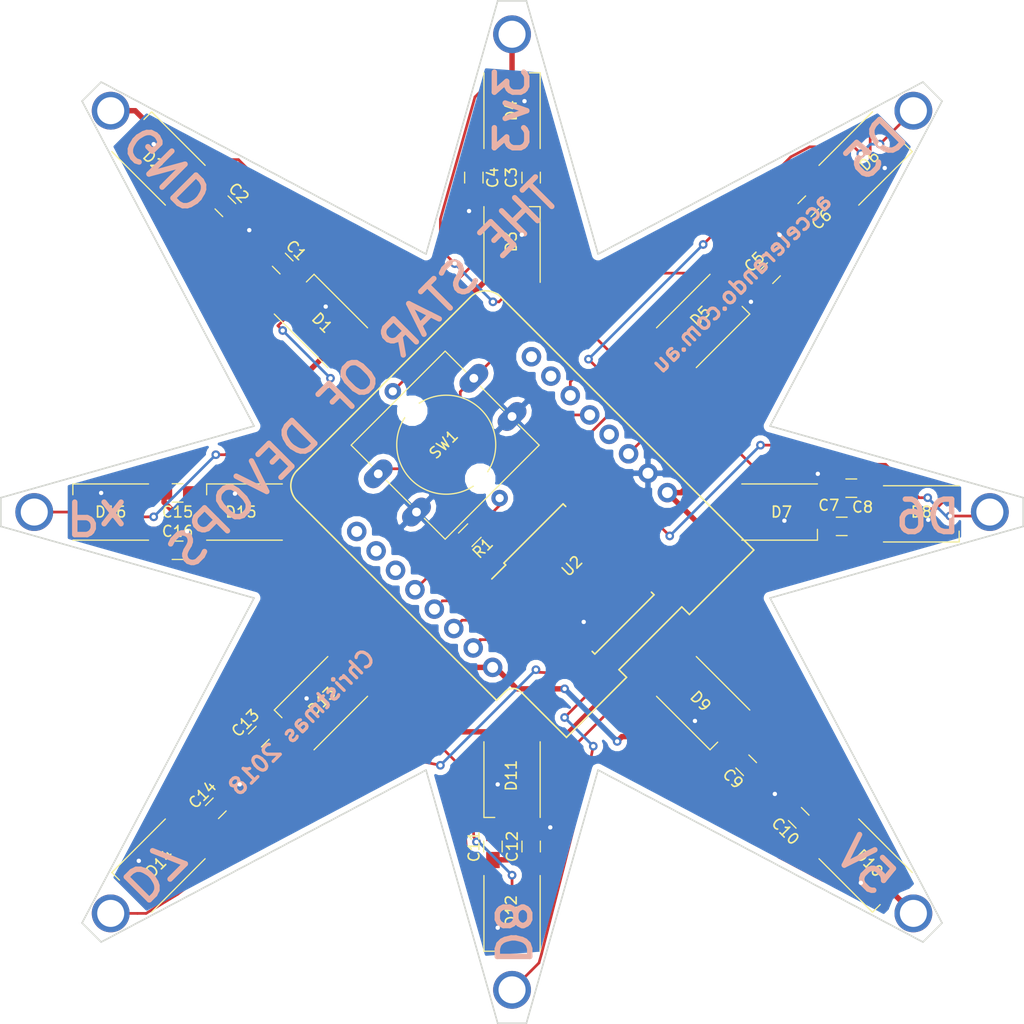
<source format=kicad_pcb>
(kicad_pcb (version 20171130) (host pcbnew "(5.0.1-3-g963ef8bb5)")

  (general
    (thickness 1.6)
    (drawings 55)
    (tracks 482)
    (zones 0)
    (modules 44)
    (nets 39)
  )

  (page A4)
  (layers
    (0 F.Cu signal)
    (31 B.Cu signal)
    (32 B.Adhes user hide)
    (33 F.Adhes user hide)
    (34 B.Paste user hide)
    (35 F.Paste user hide)
    (36 B.SilkS user)
    (37 F.SilkS user)
    (38 B.Mask user hide)
    (39 F.Mask user hide)
    (40 Dwgs.User user hide)
    (41 Cmts.User user)
    (42 Eco1.User user)
    (43 Eco2.User user)
    (44 Edge.Cuts user)
    (45 Margin user)
    (46 B.CrtYd user)
    (47 F.CrtYd user hide)
    (48 B.Fab user)
    (49 F.Fab user hide)
  )

  (setup
    (last_trace_width 0.25)
    (trace_clearance 0.2)
    (zone_clearance 0.508)
    (zone_45_only no)
    (trace_min 0.2)
    (segment_width 0.2)
    (edge_width 0.15)
    (via_size 0.8)
    (via_drill 0.4)
    (via_min_size 0.4)
    (via_min_drill 0.3)
    (uvia_size 0.3)
    (uvia_drill 0.1)
    (uvias_allowed no)
    (uvia_min_size 0.2)
    (uvia_min_drill 0.1)
    (pcb_text_width 0.3)
    (pcb_text_size 1.5 1.5)
    (mod_edge_width 0.15)
    (mod_text_size 1 1)
    (mod_text_width 0.15)
    (pad_size 1.524 1.524)
    (pad_drill 0.762)
    (pad_to_mask_clearance 0.051)
    (solder_mask_min_width 0.25)
    (aux_axis_origin 0 0)
    (visible_elements FFFFFF7F)
    (pcbplotparams
      (layerselection 0x010fc_ffffffff)
      (usegerberextensions false)
      (usegerberattributes false)
      (usegerberadvancedattributes false)
      (creategerberjobfile false)
      (excludeedgelayer true)
      (linewidth 0.100000)
      (plotframeref false)
      (viasonmask false)
      (mode 1)
      (useauxorigin false)
      (hpglpennumber 1)
      (hpglpenspeed 20)
      (hpglpendiameter 15.000000)
      (psnegative false)
      (psa4output false)
      (plotreference true)
      (plotvalue true)
      (plotinvisibletext false)
      (padsonsilk false)
      (subtractmaskfromsilk false)
      (outputformat 1)
      (mirror false)
      (drillshape 0)
      (scaleselection 1)
      (outputdirectory "gerbers"))
  )

  (net 0 "")
  (net 1 GND)
  (net 2 "Net-(D1-Pad4)")
  (net 3 "Net-(D1-Pad2)")
  (net 4 VDD)
  (net 5 "Net-(D2-Pad2)")
  (net 6 "Net-(D3-Pad2)")
  (net 7 "Net-(D4-Pad2)")
  (net 8 "Net-(D5-Pad2)")
  (net 9 "Net-(D6-Pad2)")
  (net 10 "Net-(D7-Pad2)")
  (net 11 "Net-(D8-Pad2)")
  (net 12 "Net-(D10-Pad4)")
  (net 13 "Net-(D10-Pad2)")
  (net 14 "Net-(D11-Pad2)")
  (net 15 "Net-(D12-Pad2)")
  (net 16 "Net-(D13-Pad2)")
  (net 17 "Net-(D14-Pad2)")
  (net 18 "Net-(D15-Pad2)")
  (net 19 "Net-(D16-Pad2)")
  (net 20 "Net-(H2-Pad1)")
  (net 21 "Net-(H3-Pad1)")
  (net 22 "Net-(H4-Pad1)")
  (net 23 "Net-(H5-Pad1)")
  (net 24 /VCC)
  (net 25 "Net-(R1-Pad1)")
  (net 26 "Net-(SW1-Pad1)")
  (net 27 /D8)
  (net 28 /D7)
  (net 29 /D6)
  (net 30 "Net-(U1-Pad4)")
  (net 31 /D5)
  (net 32 "Net-(U1-Pad11)")
  (net 33 "Net-(U1-Pad10)")
  (net 34 "Net-(U1-Pad7)")
  (net 35 "Net-(U1-Pad9)")
  (net 36 "Net-(U1-Pad8)")
  (net 37 "Net-(U2-Pad10)")
  (net 38 "Net-(SW1-Pad4)")

  (net_class Default "This is the default net class."
    (clearance 0.2)
    (trace_width 0.25)
    (via_dia 0.8)
    (via_drill 0.4)
    (uvia_dia 0.3)
    (uvia_drill 0.1)
    (add_net /D5)
    (add_net /D6)
    (add_net /D7)
    (add_net /D8)
    (add_net "Net-(D1-Pad2)")
    (add_net "Net-(D1-Pad4)")
    (add_net "Net-(D10-Pad2)")
    (add_net "Net-(D10-Pad4)")
    (add_net "Net-(D11-Pad2)")
    (add_net "Net-(D12-Pad2)")
    (add_net "Net-(D13-Pad2)")
    (add_net "Net-(D14-Pad2)")
    (add_net "Net-(D15-Pad2)")
    (add_net "Net-(D16-Pad2)")
    (add_net "Net-(D2-Pad2)")
    (add_net "Net-(D3-Pad2)")
    (add_net "Net-(D4-Pad2)")
    (add_net "Net-(D5-Pad2)")
    (add_net "Net-(D6-Pad2)")
    (add_net "Net-(D7-Pad2)")
    (add_net "Net-(D8-Pad2)")
    (add_net "Net-(H2-Pad1)")
    (add_net "Net-(H3-Pad1)")
    (add_net "Net-(H4-Pad1)")
    (add_net "Net-(H5-Pad1)")
    (add_net "Net-(R1-Pad1)")
    (add_net "Net-(SW1-Pad1)")
    (add_net "Net-(SW1-Pad4)")
    (add_net "Net-(U1-Pad10)")
    (add_net "Net-(U1-Pad11)")
    (add_net "Net-(U1-Pad4)")
    (add_net "Net-(U1-Pad7)")
    (add_net "Net-(U1-Pad8)")
    (add_net "Net-(U1-Pad9)")
    (add_net "Net-(U2-Pad10)")
  )

  (net_class VDD ""
    (clearance 0.5)
    (trace_width 0.5)
    (via_dia 0.8)
    (via_drill 0.4)
    (uvia_dia 0.3)
    (uvia_drill 0.1)
    (add_net /VCC)
    (add_net GND)
    (add_net VDD)
  )

  (module wemos-d1-mini:wemos-d1-mini-connectors-only (layer F.Cu) (tedit 5BD6AE3E) (tstamp 5BD6D0AD)
    (at 132.575541 111.877829 135)
    (path /5BD54F12)
    (fp_text reference U1 (at -19.3 0 225) (layer F.SilkS) hide
      (effects (font (size 1 1) (thickness 0.15)))
    )
    (fp_text value WeMos_mini (at 0 0 135) (layer F.Fab)
      (effects (font (size 1 1) (thickness 0.15)))
    )
    (fp_line (start -18.3 13.33) (end 14.78 13.33) (layer F.SilkS) (width 0.15))
    (fp_line (start 16.78 11.33) (end 16.78 -11.33) (layer F.SilkS) (width 0.15))
    (fp_line (start 14.78 -13.33) (end -11.3 -13.33) (layer F.SilkS) (width 0.15))
    (fp_line (start -18.3 -11.18) (end -18.3 -3.32) (layer F.SilkS) (width 0.15))
    (fp_line (start -18.3 -3.32) (end -17.3 -3.32) (layer F.SilkS) (width 0.15))
    (fp_line (start -17.3 -3.32) (end -17.3 4.9) (layer F.SilkS) (width 0.15))
    (fp_line (start -17.3 4.9) (end -18.3 4.9) (layer F.SilkS) (width 0.15))
    (fp_line (start -18.3 4.9) (end -18.3 13.329999) (layer F.SilkS) (width 0.15))
    (fp_line (start -11.48 -13.5) (end 14.85 -13.5) (layer F.CrtYd) (width 0.05))
    (fp_line (start 16.94 -11.5) (end 16.94 11.5) (layer F.CrtYd) (width 0.05))
    (fp_line (start 14.94 13.5) (end -18.46 13.5) (layer F.CrtYd) (width 0.05))
    (fp_line (start -18.46 13.5) (end -18.46 -11.33) (layer F.CrtYd) (width 0.05))
    (fp_arc (start 14.78 -11.33) (end 14.78 -13.33) (angle 90) (layer F.SilkS) (width 0.15))
    (fp_arc (start 14.78 11.33) (end 16.78 11.33) (angle 90) (layer F.SilkS) (width 0.15))
    (fp_arc (start 14.94 11.5) (end 16.94 11.5) (angle 90) (layer F.CrtYd) (width 0.05))
    (fp_arc (start 14.94 -11.5) (end 14.85 -13.5) (angle 92.57657183) (layer F.CrtYd) (width 0.05))
    (fp_line (start -18.3 -11.18) (end -12.3 -11.18) (layer F.SilkS) (width 0.15))
    (fp_arc (start -12.3 -12.18) (end -11.3 -12.18) (angle 90) (layer F.SilkS) (width 0.15))
    (fp_line (start -11.3 -12.17) (end -11.3 -13.33) (layer F.SilkS) (width 0.15))
    (fp_line (start -11.3 -13.33) (end -11.3 -13.33) (layer F.SilkS) (width 0.15))
    (fp_line (start -11.48 -13.5) (end -11.48 -12.33) (layer F.CrtYd) (width 0.05))
    (fp_line (start -18.46 -11.33) (end -12.48 -11.33) (layer F.CrtYd) (width 0.05))
    (fp_arc (start -12.48 -12.33) (end -11.48 -12.33) (angle 90) (layer F.CrtYd) (width 0.05))
    (pad 16 thru_hole circle (at -8.89 -11.43 135) (size 1.8 1.8) (drill 1.016) (layers *.Cu *.Mask)
      (net 24 /VCC))
    (pad 1 thru_hole circle (at -8.89 11.43 135) (size 1.8 1.8) (drill 1.016) (layers *.Cu *.Mask)
      (net 4 VDD))
    (pad 15 thru_hole circle (at -6.35 -11.43 135) (size 1.8 1.8) (drill 1.016) (layers *.Cu *.Mask)
      (net 27 /D8))
    (pad 2 thru_hole circle (at -6.35 11.43 135) (size 1.8 1.8) (drill 1.016) (layers *.Cu *.Mask)
      (net 1 GND))
    (pad 14 thru_hole circle (at -3.81 -11.43 135) (size 1.8 1.8) (drill 1.016) (layers *.Cu *.Mask)
      (net 28 /D7))
    (pad 3 thru_hole circle (at -3.81 11.43 135) (size 1.8 1.8) (drill 1.016) (layers *.Cu *.Mask)
      (net 38 "Net-(SW1-Pad4)"))
    (pad 13 thru_hole circle (at -1.27 -11.43 135) (size 1.8 1.8) (drill 1.016) (layers *.Cu *.Mask)
      (net 29 /D6))
    (pad 4 thru_hole circle (at -1.27 11.43 135) (size 1.8 1.8) (drill 1.016) (layers *.Cu *.Mask)
      (net 30 "Net-(U1-Pad4)"))
    (pad 12 thru_hole circle (at 1.27 -11.43 135) (size 1.8 1.8) (drill 1.016) (layers *.Cu *.Mask)
      (net 31 /D5))
    (pad 5 thru_hole circle (at 1.27 11.43 135) (size 1.8 1.8) (drill 1.016) (layers *.Cu *.Mask)
      (net 2 "Net-(D1-Pad4)"))
    (pad 11 thru_hole circle (at 3.81 -11.43 135) (size 1.8 1.8) (drill 1.016) (layers *.Cu *.Mask)
      (net 32 "Net-(U1-Pad11)"))
    (pad 6 thru_hole circle (at 3.81 11.43 135) (size 1.8 1.8) (drill 1.016) (layers *.Cu *.Mask)
      (net 26 "Net-(SW1-Pad1)"))
    (pad 10 thru_hole circle (at 6.35 -11.43 135) (size 1.8 1.8) (drill 1.016) (layers *.Cu *.Mask)
      (net 33 "Net-(U1-Pad10)"))
    (pad 7 thru_hole circle (at 6.35 11.43 135) (size 1.8 1.8) (drill 1.016) (layers *.Cu *.Mask)
      (net 34 "Net-(U1-Pad7)"))
    (pad 9 thru_hole circle (at 8.89 -11.43 135) (size 1.8 1.8) (drill 1.016) (layers *.Cu *.Mask)
      (net 35 "Net-(U1-Pad9)"))
    (pad 8 thru_hole circle (at 8.89 11.43 135) (size 1.8 1.8) (drill 1.016) (layers *.Cu *.Mask)
      (net 36 "Net-(U1-Pad8)"))
    (model ${KIPRJMOD}/3dshapes/wemos_d1_mini.3dshapes/SLW-108-01-G-S.wrl
      (offset (xyz 0 -11.39999982878918 0))
      (scale (xyz 0.3937 0.3937 0.3937))
      (rotate (xyz -90 0 0))
    )
    (model ${KIPRJMOD}/3dshapes/wemos_d1_mini.3dshapes/SLW-108-01-G-S.wrl
      (offset (xyz 0 11.39999982878918 0))
      (scale (xyz 0.3937 0.3937 0.3937))
      (rotate (xyz -90 0 0))
    )
    (model ${KIPRJMOD}/3dshapes/wemos_d1_mini.3dshapes/TSW-108-05-G-S.wrl
      (offset (xyz 0 -11.39999982878918 7.299999890364999))
      (scale (xyz 0.3937 0.3937 0.3937))
      (rotate (xyz 90 0 0))
    )
    (model ${KIPRJMOD}/3dshapes/wemos_d1_mini.3dshapes/TSW-108-05-G-S.wrl
      (offset (xyz 0 11.39999982878918 7.299999890364999))
      (scale (xyz 0.3937 0.3937 0.3937))
      (rotate (xyz 90 0 0))
    )
  )

  (module Capacitors_SMD:C_0805_HandSoldering (layer F.Cu) (tedit 58AA84A8) (tstamp 5BD6C216)
    (at 111.362338 88.896858 315)
    (descr "Capacitor SMD 0805, hand soldering")
    (tags "capacitor 0805")
    (path /5BE9E039)
    (attr smd)
    (fp_text reference C1 (at 0 -1.75 315) (layer F.SilkS)
      (effects (font (size 1 1) (thickness 0.15)))
    )
    (fp_text value C (at 0 1.75 315) (layer F.Fab)
      (effects (font (size 1 1) (thickness 0.15)))
    )
    (fp_text user %R (at 0 -1.75 315) (layer F.Fab)
      (effects (font (size 1 1) (thickness 0.15)))
    )
    (fp_line (start -1 0.62) (end -1 -0.62) (layer F.Fab) (width 0.1))
    (fp_line (start 1 0.62) (end -1 0.62) (layer F.Fab) (width 0.1))
    (fp_line (start 1 -0.62) (end 1 0.62) (layer F.Fab) (width 0.1))
    (fp_line (start -1 -0.62) (end 1 -0.62) (layer F.Fab) (width 0.1))
    (fp_line (start 0.5 -0.85) (end -0.5 -0.85) (layer F.SilkS) (width 0.12))
    (fp_line (start -0.5 0.85) (end 0.5 0.85) (layer F.SilkS) (width 0.12))
    (fp_line (start -2.25 -0.88) (end 2.25 -0.88) (layer F.CrtYd) (width 0.05))
    (fp_line (start -2.25 -0.88) (end -2.25 0.87) (layer F.CrtYd) (width 0.05))
    (fp_line (start 2.25 0.87) (end 2.25 -0.88) (layer F.CrtYd) (width 0.05))
    (fp_line (start 2.25 0.87) (end -2.25 0.87) (layer F.CrtYd) (width 0.05))
    (pad 1 smd rect (at -1.25 0 315) (size 1.5 1.25) (layers F.Cu F.Paste F.Mask)
      (net 4 VDD))
    (pad 2 smd rect (at 1.25 0 315) (size 1.5 1.25) (layers F.Cu F.Paste F.Mask)
      (net 1 GND))
    (model Capacitors_SMD.3dshapes/C_0805.wrl
      (at (xyz 0 0 0))
      (scale (xyz 1 1 1))
      (rotate (xyz 0 0 0))
    )
  )

  (module Capacitors_SMD:C_0805_HandSoldering (layer F.Cu) (tedit 58AA84A8) (tstamp 5BD6C205)
    (at 106.059037 83.593557 315)
    (descr "Capacitor SMD 0805, hand soldering")
    (tags "capacitor 0805")
    (path /5BE9EE3C)
    (attr smd)
    (fp_text reference C2 (at 0 -1.75 315) (layer F.SilkS)
      (effects (font (size 1 1) (thickness 0.15)))
    )
    (fp_text value C (at 0 1.75 315) (layer F.Fab)
      (effects (font (size 1 1) (thickness 0.15)))
    )
    (fp_line (start 2.25 0.87) (end -2.25 0.87) (layer F.CrtYd) (width 0.05))
    (fp_line (start 2.25 0.87) (end 2.25 -0.88) (layer F.CrtYd) (width 0.05))
    (fp_line (start -2.25 -0.88) (end -2.25 0.87) (layer F.CrtYd) (width 0.05))
    (fp_line (start -2.25 -0.88) (end 2.25 -0.88) (layer F.CrtYd) (width 0.05))
    (fp_line (start -0.5 0.85) (end 0.5 0.85) (layer F.SilkS) (width 0.12))
    (fp_line (start 0.5 -0.85) (end -0.5 -0.85) (layer F.SilkS) (width 0.12))
    (fp_line (start -1 -0.62) (end 1 -0.62) (layer F.Fab) (width 0.1))
    (fp_line (start 1 -0.62) (end 1 0.62) (layer F.Fab) (width 0.1))
    (fp_line (start 1 0.62) (end -1 0.62) (layer F.Fab) (width 0.1))
    (fp_line (start -1 0.62) (end -1 -0.62) (layer F.Fab) (width 0.1))
    (fp_text user %R (at 0 -1.75 315) (layer F.Fab)
      (effects (font (size 1 1) (thickness 0.15)))
    )
    (pad 2 smd rect (at 1.25 0 315) (size 1.5 1.25) (layers F.Cu F.Paste F.Mask)
      (net 1 GND))
    (pad 1 smd rect (at -1.25 0 315) (size 1.5 1.25) (layers F.Cu F.Paste F.Mask)
      (net 4 VDD))
    (model Capacitors_SMD.3dshapes/C_0805.wrl
      (at (xyz 0 0 0))
      (scale (xyz 1 1 1))
      (rotate (xyz 0 0 0))
    )
  )

  (module Capacitors_SMD:C_0805_HandSoldering (layer F.Cu) (tedit 58AA84A8) (tstamp 5BD6C1F4)
    (at 134.343308 80.941907 270)
    (descr "Capacitor SMD 0805, hand soldering")
    (tags "capacitor 0805")
    (path /5BE9F49A)
    (attr smd)
    (fp_text reference C3 (at 0 1.843308 270) (layer F.SilkS)
      (effects (font (size 1 1) (thickness 0.15)))
    )
    (fp_text value C (at 0 1.75 270) (layer F.Fab)
      (effects (font (size 1 1) (thickness 0.15)))
    )
    (fp_text user %R (at 0 -1.75 270) (layer F.Fab)
      (effects (font (size 1 1) (thickness 0.15)))
    )
    (fp_line (start -1 0.62) (end -1 -0.62) (layer F.Fab) (width 0.1))
    (fp_line (start 1 0.62) (end -1 0.62) (layer F.Fab) (width 0.1))
    (fp_line (start 1 -0.62) (end 1 0.62) (layer F.Fab) (width 0.1))
    (fp_line (start -1 -0.62) (end 1 -0.62) (layer F.Fab) (width 0.1))
    (fp_line (start 0.5 -0.85) (end -0.5 -0.85) (layer F.SilkS) (width 0.12))
    (fp_line (start -0.5 0.85) (end 0.5 0.85) (layer F.SilkS) (width 0.12))
    (fp_line (start -2.25 -0.88) (end 2.25 -0.88) (layer F.CrtYd) (width 0.05))
    (fp_line (start -2.25 -0.88) (end -2.25 0.87) (layer F.CrtYd) (width 0.05))
    (fp_line (start 2.25 0.87) (end 2.25 -0.88) (layer F.CrtYd) (width 0.05))
    (fp_line (start 2.25 0.87) (end -2.25 0.87) (layer F.CrtYd) (width 0.05))
    (pad 1 smd rect (at -1.25 0 270) (size 1.5 1.25) (layers F.Cu F.Paste F.Mask)
      (net 4 VDD))
    (pad 2 smd rect (at 1.25 0 270) (size 1.5 1.25) (layers F.Cu F.Paste F.Mask)
      (net 1 GND))
    (model Capacitors_SMD.3dshapes/C_0805.wrl
      (at (xyz 0 0 0))
      (scale (xyz 1 1 1))
      (rotate (xyz 0 0 0))
    )
  )

  (module Capacitors_SMD:C_0805_HandSoldering (layer F.Cu) (tedit 58AA84A8) (tstamp 5BD6C1E3)
    (at 129.040007 80.941907 270)
    (descr "Capacitor SMD 0805, hand soldering")
    (tags "capacitor 0805")
    (path /5BEA3DB1)
    (attr smd)
    (fp_text reference C4 (at 0 -1.75 270) (layer F.SilkS)
      (effects (font (size 1 1) (thickness 0.15)))
    )
    (fp_text value C (at 0 1.75 270) (layer F.Fab)
      (effects (font (size 1 1) (thickness 0.15)))
    )
    (fp_line (start 2.25 0.87) (end -2.25 0.87) (layer F.CrtYd) (width 0.05))
    (fp_line (start 2.25 0.87) (end 2.25 -0.88) (layer F.CrtYd) (width 0.05))
    (fp_line (start -2.25 -0.88) (end -2.25 0.87) (layer F.CrtYd) (width 0.05))
    (fp_line (start -2.25 -0.88) (end 2.25 -0.88) (layer F.CrtYd) (width 0.05))
    (fp_line (start -0.5 0.85) (end 0.5 0.85) (layer F.SilkS) (width 0.12))
    (fp_line (start 0.5 -0.85) (end -0.5 -0.85) (layer F.SilkS) (width 0.12))
    (fp_line (start -1 -0.62) (end 1 -0.62) (layer F.Fab) (width 0.1))
    (fp_line (start 1 -0.62) (end 1 0.62) (layer F.Fab) (width 0.1))
    (fp_line (start 1 0.62) (end -1 0.62) (layer F.Fab) (width 0.1))
    (fp_line (start -1 0.62) (end -1 -0.62) (layer F.Fab) (width 0.1))
    (fp_text user %R (at 0 -1.75 270) (layer F.Fab)
      (effects (font (size 1 1) (thickness 0.15)))
    )
    (pad 2 smd rect (at 1.25 0 270) (size 1.5 1.25) (layers F.Cu F.Paste F.Mask)
      (net 1 GND))
    (pad 1 smd rect (at -1.25 0 270) (size 1.5 1.25) (layers F.Cu F.Paste F.Mask)
      (net 4 VDD))
    (model Capacitors_SMD.3dshapes/C_0805.wrl
      (at (xyz 0 0 0))
      (scale (xyz 1 1 1))
      (rotate (xyz 0 0 0))
    )
  )

  (module Capacitors_SMD:C_0805_HandSoldering (layer F.Cu) (tedit 58AA84A8) (tstamp 5BD6C1D2)
    (at 156.440395 89.780742 225)
    (descr "Capacitor SMD 0805, hand soldering")
    (tags "capacitor 0805")
    (path /5BE9E53B)
    (attr smd)
    (fp_text reference C5 (at 0.289668 1.747358 225) (layer F.SilkS)
      (effects (font (size 1 1) (thickness 0.15)))
    )
    (fp_text value C (at 0 1.75 225) (layer F.Fab)
      (effects (font (size 1 1) (thickness 0.15)))
    )
    (fp_text user %R (at 0 -1.75 225) (layer F.Fab)
      (effects (font (size 1 1) (thickness 0.15)))
    )
    (fp_line (start -1 0.62) (end -1 -0.62) (layer F.Fab) (width 0.1))
    (fp_line (start 1 0.62) (end -1 0.62) (layer F.Fab) (width 0.1))
    (fp_line (start 1 -0.62) (end 1 0.62) (layer F.Fab) (width 0.1))
    (fp_line (start -1 -0.62) (end 1 -0.62) (layer F.Fab) (width 0.1))
    (fp_line (start 0.5 -0.85) (end -0.5 -0.85) (layer F.SilkS) (width 0.12))
    (fp_line (start -0.5 0.85) (end 0.5 0.85) (layer F.SilkS) (width 0.12))
    (fp_line (start -2.25 -0.88) (end 2.25 -0.88) (layer F.CrtYd) (width 0.05))
    (fp_line (start -2.25 -0.88) (end -2.25 0.87) (layer F.CrtYd) (width 0.05))
    (fp_line (start 2.25 0.87) (end 2.25 -0.88) (layer F.CrtYd) (width 0.05))
    (fp_line (start 2.25 0.87) (end -2.25 0.87) (layer F.CrtYd) (width 0.05))
    (pad 1 smd rect (at -1.25 0 225) (size 1.5 1.25) (layers F.Cu F.Paste F.Mask)
      (net 4 VDD))
    (pad 2 smd rect (at 1.25 0 225) (size 1.5 1.25) (layers F.Cu F.Paste F.Mask)
      (net 1 GND))
    (model Capacitors_SMD.3dshapes/C_0805.wrl
      (at (xyz 0 0 0))
      (scale (xyz 1 1 1))
      (rotate (xyz 0 0 0))
    )
  )

  (module Capacitors_SMD:C_0805_HandSoldering (layer F.Cu) (tedit 58AA84A8) (tstamp 5BD6C1C1)
    (at 159.975929 83.593557 225)
    (descr "Capacitor SMD 0805, hand soldering")
    (tags "capacitor 0805")
    (path /5BE9EFD3)
    (attr smd)
    (fp_text reference C6 (at 0 -1.75 225) (layer F.SilkS)
      (effects (font (size 1 1) (thickness 0.15)))
    )
    (fp_text value C (at 0 1.75 225) (layer F.Fab)
      (effects (font (size 1 1) (thickness 0.15)))
    )
    (fp_line (start 2.25 0.87) (end -2.25 0.87) (layer F.CrtYd) (width 0.05))
    (fp_line (start 2.25 0.87) (end 2.25 -0.88) (layer F.CrtYd) (width 0.05))
    (fp_line (start -2.25 -0.88) (end -2.25 0.87) (layer F.CrtYd) (width 0.05))
    (fp_line (start -2.25 -0.88) (end 2.25 -0.88) (layer F.CrtYd) (width 0.05))
    (fp_line (start -0.5 0.85) (end 0.5 0.85) (layer F.SilkS) (width 0.12))
    (fp_line (start 0.5 -0.85) (end -0.5 -0.85) (layer F.SilkS) (width 0.12))
    (fp_line (start -1 -0.62) (end 1 -0.62) (layer F.Fab) (width 0.1))
    (fp_line (start 1 -0.62) (end 1 0.62) (layer F.Fab) (width 0.1))
    (fp_line (start 1 0.62) (end -1 0.62) (layer F.Fab) (width 0.1))
    (fp_line (start -1 0.62) (end -1 -0.62) (layer F.Fab) (width 0.1))
    (fp_text user %R (at 0 -1.75 225) (layer F.Fab)
      (effects (font (size 1 1) (thickness 0.15)))
    )
    (pad 2 smd rect (at 1.25 0 225) (size 1.5 1.25) (layers F.Cu F.Paste F.Mask)
      (net 1 GND))
    (pad 1 smd rect (at -1.25 0 225) (size 1.5 1.25) (layers F.Cu F.Paste F.Mask)
      (net 4 VDD))
    (model Capacitors_SMD.3dshapes/C_0805.wrl
      (at (xyz 0 0 0))
      (scale (xyz 1 1 1))
      (rotate (xyz 0 0 0))
    )
  )

  (module Capacitors_SMD:C_0805_HandSoldering (layer F.Cu) (tedit 58AA84A8) (tstamp 5BD6C1B0)
    (at 163.069521 113.203654 180)
    (descr "Capacitor SMD 0805, hand soldering")
    (tags "capacitor 0805")
    (path /5BE9F723)
    (attr smd)
    (fp_text reference C7 (at 1.194521 1.953654 180) (layer F.SilkS)
      (effects (font (size 1 1) (thickness 0.15)))
    )
    (fp_text value C (at 0 1.75 180) (layer F.Fab)
      (effects (font (size 1 1) (thickness 0.15)))
    )
    (fp_text user %R (at 0 -1.75 180) (layer F.Fab)
      (effects (font (size 1 1) (thickness 0.15)))
    )
    (fp_line (start -1 0.62) (end -1 -0.62) (layer F.Fab) (width 0.1))
    (fp_line (start 1 0.62) (end -1 0.62) (layer F.Fab) (width 0.1))
    (fp_line (start 1 -0.62) (end 1 0.62) (layer F.Fab) (width 0.1))
    (fp_line (start -1 -0.62) (end 1 -0.62) (layer F.Fab) (width 0.1))
    (fp_line (start 0.5 -0.85) (end -0.5 -0.85) (layer F.SilkS) (width 0.12))
    (fp_line (start -0.5 0.85) (end 0.5 0.85) (layer F.SilkS) (width 0.12))
    (fp_line (start -2.25 -0.88) (end 2.25 -0.88) (layer F.CrtYd) (width 0.05))
    (fp_line (start -2.25 -0.88) (end -2.25 0.87) (layer F.CrtYd) (width 0.05))
    (fp_line (start 2.25 0.87) (end 2.25 -0.88) (layer F.CrtYd) (width 0.05))
    (fp_line (start 2.25 0.87) (end -2.25 0.87) (layer F.CrtYd) (width 0.05))
    (pad 1 smd rect (at -1.25 0 180) (size 1.5 1.25) (layers F.Cu F.Paste F.Mask)
      (net 4 VDD))
    (pad 2 smd rect (at 1.25 0 180) (size 1.5 1.25) (layers F.Cu F.Paste F.Mask)
      (net 1 GND))
    (model Capacitors_SMD.3dshapes/C_0805.wrl
      (at (xyz 0 0 0))
      (scale (xyz 1 1 1))
      (rotate (xyz 0 0 0))
    )
  )

  (module Capacitors_SMD:C_0805_HandSoldering (layer F.Cu) (tedit 58AA84A8) (tstamp 5BD6C19F)
    (at 163.953405 109.66812 180)
    (descr "Capacitor SMD 0805, hand soldering")
    (tags "capacitor 0805")
    (path /5BEA3AC1)
    (attr smd)
    (fp_text reference C8 (at -1.046595 -1.75 180) (layer F.SilkS)
      (effects (font (size 1 1) (thickness 0.15)))
    )
    (fp_text value C (at 0 1.75 180) (layer F.Fab)
      (effects (font (size 1 1) (thickness 0.15)))
    )
    (fp_line (start 2.25 0.87) (end -2.25 0.87) (layer F.CrtYd) (width 0.05))
    (fp_line (start 2.25 0.87) (end 2.25 -0.88) (layer F.CrtYd) (width 0.05))
    (fp_line (start -2.25 -0.88) (end -2.25 0.87) (layer F.CrtYd) (width 0.05))
    (fp_line (start -2.25 -0.88) (end 2.25 -0.88) (layer F.CrtYd) (width 0.05))
    (fp_line (start -0.5 0.85) (end 0.5 0.85) (layer F.SilkS) (width 0.12))
    (fp_line (start 0.5 -0.85) (end -0.5 -0.85) (layer F.SilkS) (width 0.12))
    (fp_line (start -1 -0.62) (end 1 -0.62) (layer F.Fab) (width 0.1))
    (fp_line (start 1 -0.62) (end 1 0.62) (layer F.Fab) (width 0.1))
    (fp_line (start 1 0.62) (end -1 0.62) (layer F.Fab) (width 0.1))
    (fp_line (start -1 0.62) (end -1 -0.62) (layer F.Fab) (width 0.1))
    (fp_text user %R (at 0 -1.75 180) (layer F.Fab)
      (effects (font (size 1 1) (thickness 0.15)))
    )
    (pad 2 smd rect (at 1.25 0 180) (size 1.5 1.25) (layers F.Cu F.Paste F.Mask)
      (net 1 GND))
    (pad 1 smd rect (at -1.25 0 180) (size 1.5 1.25) (layers F.Cu F.Paste F.Mask)
      (net 4 VDD))
    (model Capacitors_SMD.3dshapes/C_0805.wrl
      (at (xyz 0 0 0))
      (scale (xyz 1 1 1))
      (rotate (xyz 0 0 0))
    )
  )

  (module Capacitors_SMD:C_0805_HandSoldering (layer F.Cu) (tedit 58AA84A8) (tstamp 5BD6C18E)
    (at 154.230686 135.300741 135)
    (descr "Capacitor SMD 0805, hand soldering")
    (tags "capacitor 0805")
    (path /5BE9EABE)
    (attr smd)
    (fp_text reference C9 (at 0 -1.75 135) (layer F.SilkS)
      (effects (font (size 1 1) (thickness 0.15)))
    )
    (fp_text value C (at 0 1.75 135) (layer F.Fab)
      (effects (font (size 1 1) (thickness 0.15)))
    )
    (fp_text user %R (at 0 -1.75 135) (layer F.Fab)
      (effects (font (size 1 1) (thickness 0.15)))
    )
    (fp_line (start -1 0.62) (end -1 -0.62) (layer F.Fab) (width 0.1))
    (fp_line (start 1 0.62) (end -1 0.62) (layer F.Fab) (width 0.1))
    (fp_line (start 1 -0.62) (end 1 0.62) (layer F.Fab) (width 0.1))
    (fp_line (start -1 -0.62) (end 1 -0.62) (layer F.Fab) (width 0.1))
    (fp_line (start 0.5 -0.85) (end -0.5 -0.85) (layer F.SilkS) (width 0.12))
    (fp_line (start -0.5 0.85) (end 0.5 0.85) (layer F.SilkS) (width 0.12))
    (fp_line (start -2.25 -0.88) (end 2.25 -0.88) (layer F.CrtYd) (width 0.05))
    (fp_line (start -2.25 -0.88) (end -2.25 0.87) (layer F.CrtYd) (width 0.05))
    (fp_line (start 2.25 0.87) (end 2.25 -0.88) (layer F.CrtYd) (width 0.05))
    (fp_line (start 2.25 0.87) (end -2.25 0.87) (layer F.CrtYd) (width 0.05))
    (pad 1 smd rect (at -1.25 0 135) (size 1.5 1.25) (layers F.Cu F.Paste F.Mask)
      (net 4 VDD))
    (pad 2 smd rect (at 1.25 0 135) (size 1.5 1.25) (layers F.Cu F.Paste F.Mask)
      (net 1 GND))
    (model Capacitors_SMD.3dshapes/C_0805.wrl
      (at (xyz 0 0 0))
      (scale (xyz 1 1 1))
      (rotate (xyz 0 0 0))
    )
  )

  (module Capacitors_SMD:C_0805_HandSoldering (layer F.Cu) (tedit 58AA84A8) (tstamp 5BD6C17D)
    (at 159.092045 140.1621 135)
    (descr "Capacitor SMD 0805, hand soldering")
    (tags "capacitor 0805")
    (path /5BE9F1BA)
    (attr smd)
    (fp_text reference C10 (at 0 -1.75 135) (layer F.SilkS)
      (effects (font (size 1 1) (thickness 0.15)))
    )
    (fp_text value C (at 0 1.75 135) (layer F.Fab)
      (effects (font (size 1 1) (thickness 0.15)))
    )
    (fp_line (start 2.25 0.87) (end -2.25 0.87) (layer F.CrtYd) (width 0.05))
    (fp_line (start 2.25 0.87) (end 2.25 -0.88) (layer F.CrtYd) (width 0.05))
    (fp_line (start -2.25 -0.88) (end -2.25 0.87) (layer F.CrtYd) (width 0.05))
    (fp_line (start -2.25 -0.88) (end 2.25 -0.88) (layer F.CrtYd) (width 0.05))
    (fp_line (start -0.5 0.85) (end 0.5 0.85) (layer F.SilkS) (width 0.12))
    (fp_line (start 0.5 -0.85) (end -0.5 -0.85) (layer F.SilkS) (width 0.12))
    (fp_line (start -1 -0.62) (end 1 -0.62) (layer F.Fab) (width 0.1))
    (fp_line (start 1 -0.62) (end 1 0.62) (layer F.Fab) (width 0.1))
    (fp_line (start 1 0.62) (end -1 0.62) (layer F.Fab) (width 0.1))
    (fp_line (start -1 0.62) (end -1 -0.62) (layer F.Fab) (width 0.1))
    (fp_text user %R (at 0 -1.75 135) (layer F.Fab)
      (effects (font (size 1 1) (thickness 0.15)))
    )
    (pad 2 smd rect (at 1.25 0 135) (size 1.5 1.25) (layers F.Cu F.Paste F.Mask)
      (net 1 GND))
    (pad 1 smd rect (at -1.25 0 135) (size 1.5 1.25) (layers F.Cu F.Paste F.Mask)
      (net 4 VDD))
    (model Capacitors_SMD.3dshapes/C_0805.wrl
      (at (xyz 0 0 0))
      (scale (xyz 1 1 1))
      (rotate (xyz 0 0 0))
    )
  )

  (module Capacitors_SMD:C_0805_HandSoldering (layer F.Cu) (tedit 58AA84A8) (tstamp 5BD6C16C)
    (at 130.807774 142.81375 90)
    (descr "Capacitor SMD 0805, hand soldering")
    (tags "capacitor 0805")
    (path /5BEA3343)
    (attr smd)
    (fp_text reference C11 (at 0 -1.75 90) (layer F.SilkS)
      (effects (font (size 1 1) (thickness 0.15)))
    )
    (fp_text value C (at 0 1.75 90) (layer F.Fab)
      (effects (font (size 1 1) (thickness 0.15)))
    )
    (fp_text user %R (at 0 -1.75 90) (layer F.Fab)
      (effects (font (size 1 1) (thickness 0.15)))
    )
    (fp_line (start -1 0.62) (end -1 -0.62) (layer F.Fab) (width 0.1))
    (fp_line (start 1 0.62) (end -1 0.62) (layer F.Fab) (width 0.1))
    (fp_line (start 1 -0.62) (end 1 0.62) (layer F.Fab) (width 0.1))
    (fp_line (start -1 -0.62) (end 1 -0.62) (layer F.Fab) (width 0.1))
    (fp_line (start 0.5 -0.85) (end -0.5 -0.85) (layer F.SilkS) (width 0.12))
    (fp_line (start -0.5 0.85) (end 0.5 0.85) (layer F.SilkS) (width 0.12))
    (fp_line (start -2.25 -0.88) (end 2.25 -0.88) (layer F.CrtYd) (width 0.05))
    (fp_line (start -2.25 -0.88) (end -2.25 0.87) (layer F.CrtYd) (width 0.05))
    (fp_line (start 2.25 0.87) (end 2.25 -0.88) (layer F.CrtYd) (width 0.05))
    (fp_line (start 2.25 0.87) (end -2.25 0.87) (layer F.CrtYd) (width 0.05))
    (pad 1 smd rect (at -1.25 0 90) (size 1.5 1.25) (layers F.Cu F.Paste F.Mask)
      (net 4 VDD))
    (pad 2 smd rect (at 1.25 0 90) (size 1.5 1.25) (layers F.Cu F.Paste F.Mask)
      (net 1 GND))
    (model Capacitors_SMD.3dshapes/C_0805.wrl
      (at (xyz 0 0 0))
      (scale (xyz 1 1 1))
      (rotate (xyz 0 0 0))
    )
  )

  (module Capacitors_SMD:C_0805_HandSoldering (layer F.Cu) (tedit 58AA84A8) (tstamp 5BD6C15B)
    (at 134.343308 142.81375 90)
    (descr "Capacitor SMD 0805, hand soldering")
    (tags "capacitor 0805")
    (path /5BEA34EA)
    (attr smd)
    (fp_text reference C12 (at 0 -1.75 90) (layer F.SilkS)
      (effects (font (size 1 1) (thickness 0.15)))
    )
    (fp_text value C (at 0 1.75 90) (layer F.Fab)
      (effects (font (size 1 1) (thickness 0.15)))
    )
    (fp_line (start 2.25 0.87) (end -2.25 0.87) (layer F.CrtYd) (width 0.05))
    (fp_line (start 2.25 0.87) (end 2.25 -0.88) (layer F.CrtYd) (width 0.05))
    (fp_line (start -2.25 -0.88) (end -2.25 0.87) (layer F.CrtYd) (width 0.05))
    (fp_line (start -2.25 -0.88) (end 2.25 -0.88) (layer F.CrtYd) (width 0.05))
    (fp_line (start -0.5 0.85) (end 0.5 0.85) (layer F.SilkS) (width 0.12))
    (fp_line (start 0.5 -0.85) (end -0.5 -0.85) (layer F.SilkS) (width 0.12))
    (fp_line (start -1 -0.62) (end 1 -0.62) (layer F.Fab) (width 0.1))
    (fp_line (start 1 -0.62) (end 1 0.62) (layer F.Fab) (width 0.1))
    (fp_line (start 1 0.62) (end -1 0.62) (layer F.Fab) (width 0.1))
    (fp_line (start -1 0.62) (end -1 -0.62) (layer F.Fab) (width 0.1))
    (fp_text user %R (at 0 -1.75 90) (layer F.Fab)
      (effects (font (size 1 1) (thickness 0.15)))
    )
    (pad 2 smd rect (at 1.25 0 90) (size 1.5 1.25) (layers F.Cu F.Paste F.Mask)
      (net 1 GND))
    (pad 1 smd rect (at -1.25 0 90) (size 1.5 1.25) (layers F.Cu F.Paste F.Mask)
      (net 4 VDD))
    (model Capacitors_SMD.3dshapes/C_0805.wrl
      (at (xyz 0 0 0))
      (scale (xyz 1 1 1))
      (rotate (xyz 0 0 0))
    )
  )

  (module Capacitors_SMD:C_0805_HandSoldering (layer F.Cu) (tedit 58AA84A8) (tstamp 5BD6C14A)
    (at 101.63962 115.413363)
    (descr "Capacitor SMD 0805, hand soldering")
    (tags "capacitor 0805")
    (path /5BEA37B5)
    (attr smd)
    (fp_text reference C16 (at 0 -1.75) (layer F.SilkS)
      (effects (font (size 1 1) (thickness 0.15)))
    )
    (fp_text value C (at 0 1.75) (layer F.Fab)
      (effects (font (size 1 1) (thickness 0.15)))
    )
    (fp_text user %R (at 0 -1.75) (layer F.Fab)
      (effects (font (size 1 1) (thickness 0.15)))
    )
    (fp_line (start -1 0.62) (end -1 -0.62) (layer F.Fab) (width 0.1))
    (fp_line (start 1 0.62) (end -1 0.62) (layer F.Fab) (width 0.1))
    (fp_line (start 1 -0.62) (end 1 0.62) (layer F.Fab) (width 0.1))
    (fp_line (start -1 -0.62) (end 1 -0.62) (layer F.Fab) (width 0.1))
    (fp_line (start 0.5 -0.85) (end -0.5 -0.85) (layer F.SilkS) (width 0.12))
    (fp_line (start -0.5 0.85) (end 0.5 0.85) (layer F.SilkS) (width 0.12))
    (fp_line (start -2.25 -0.88) (end 2.25 -0.88) (layer F.CrtYd) (width 0.05))
    (fp_line (start -2.25 -0.88) (end -2.25 0.87) (layer F.CrtYd) (width 0.05))
    (fp_line (start 2.25 0.87) (end 2.25 -0.88) (layer F.CrtYd) (width 0.05))
    (fp_line (start 2.25 0.87) (end -2.25 0.87) (layer F.CrtYd) (width 0.05))
    (pad 1 smd rect (at -1.25 0) (size 1.5 1.25) (layers F.Cu F.Paste F.Mask)
      (net 4 VDD))
    (pad 2 smd rect (at 1.25 0) (size 1.5 1.25) (layers F.Cu F.Paste F.Mask)
      (net 1 GND))
    (model Capacitors_SMD.3dshapes/C_0805.wrl
      (at (xyz 0 0 0))
      (scale (xyz 1 1 1))
      (rotate (xyz 0 0 0))
    )
  )

  (module Capacitors_SMD:C_0805_HandSoldering (layer F.Cu) (tedit 58AA84A8) (tstamp 5BD6C139)
    (at 109.152629 132.64909 45)
    (descr "Capacitor SMD 0805, hand soldering")
    (tags "capacitor 0805")
    (path /5BE9FDC4)
    (attr smd)
    (fp_text reference C13 (at 0 -1.75 45) (layer F.SilkS)
      (effects (font (size 1 1) (thickness 0.15)))
    )
    (fp_text value C (at 0 1.75 45) (layer F.Fab)
      (effects (font (size 1 1) (thickness 0.15)))
    )
    (fp_line (start 2.25 0.87) (end -2.25 0.87) (layer F.CrtYd) (width 0.05))
    (fp_line (start 2.25 0.87) (end 2.25 -0.88) (layer F.CrtYd) (width 0.05))
    (fp_line (start -2.25 -0.88) (end -2.25 0.87) (layer F.CrtYd) (width 0.05))
    (fp_line (start -2.25 -0.88) (end 2.25 -0.88) (layer F.CrtYd) (width 0.05))
    (fp_line (start -0.5 0.85) (end 0.5 0.85) (layer F.SilkS) (width 0.12))
    (fp_line (start 0.5 -0.85) (end -0.5 -0.85) (layer F.SilkS) (width 0.12))
    (fp_line (start -1 -0.62) (end 1 -0.62) (layer F.Fab) (width 0.1))
    (fp_line (start 1 -0.62) (end 1 0.62) (layer F.Fab) (width 0.1))
    (fp_line (start 1 0.62) (end -1 0.62) (layer F.Fab) (width 0.1))
    (fp_line (start -1 0.62) (end -1 -0.62) (layer F.Fab) (width 0.1))
    (fp_text user %R (at 0 -1.75 45) (layer F.Fab)
      (effects (font (size 1 1) (thickness 0.15)))
    )
    (pad 2 smd rect (at 1.25 0 45) (size 1.5 1.25) (layers F.Cu F.Paste F.Mask)
      (net 1 GND))
    (pad 1 smd rect (at -1.25 0 45) (size 1.5 1.25) (layers F.Cu F.Paste F.Mask)
      (net 4 VDD))
    (model Capacitors_SMD.3dshapes/C_0805.wrl
      (at (xyz 0 0 0))
      (scale (xyz 1 1 1))
      (rotate (xyz 0 0 0))
    )
  )

  (module Capacitors_SMD:C_0805_HandSoldering (layer F.Cu) (tedit 58AA84A8) (tstamp 5BD6C128)
    (at 105.175153 139.278216 45)
    (descr "Capacitor SMD 0805, hand soldering")
    (tags "capacitor 0805")
    (path /5BEA2EDD)
    (attr smd)
    (fp_text reference C14 (at 0 -1.75 45) (layer F.SilkS)
      (effects (font (size 1 1) (thickness 0.15)))
    )
    (fp_text value C (at 0 1.75 45) (layer F.Fab)
      (effects (font (size 1 1) (thickness 0.15)))
    )
    (fp_text user %R (at 0 -1.75 45) (layer F.Fab)
      (effects (font (size 1 1) (thickness 0.15)))
    )
    (fp_line (start -1 0.62) (end -1 -0.62) (layer F.Fab) (width 0.1))
    (fp_line (start 1 0.62) (end -1 0.62) (layer F.Fab) (width 0.1))
    (fp_line (start 1 -0.62) (end 1 0.62) (layer F.Fab) (width 0.1))
    (fp_line (start -1 -0.62) (end 1 -0.62) (layer F.Fab) (width 0.1))
    (fp_line (start 0.5 -0.85) (end -0.5 -0.85) (layer F.SilkS) (width 0.12))
    (fp_line (start -0.5 0.85) (end 0.5 0.85) (layer F.SilkS) (width 0.12))
    (fp_line (start -2.25 -0.88) (end 2.25 -0.88) (layer F.CrtYd) (width 0.05))
    (fp_line (start -2.25 -0.88) (end -2.25 0.87) (layer F.CrtYd) (width 0.05))
    (fp_line (start 2.25 0.87) (end 2.25 -0.88) (layer F.CrtYd) (width 0.05))
    (fp_line (start 2.25 0.87) (end -2.25 0.87) (layer F.CrtYd) (width 0.05))
    (pad 1 smd rect (at -1.25 0 45) (size 1.5 1.25) (layers F.Cu F.Paste F.Mask)
      (net 4 VDD))
    (pad 2 smd rect (at 1.25 0 45) (size 1.5 1.25) (layers F.Cu F.Paste F.Mask)
      (net 1 GND))
    (model Capacitors_SMD.3dshapes/C_0805.wrl
      (at (xyz 0 0 0))
      (scale (xyz 1 1 1))
      (rotate (xyz 0 0 0))
    )
  )

  (module Capacitors_SMD:C_0805_HandSoldering (layer F.Cu) (tedit 58AA84A8) (tstamp 5BD6C117)
    (at 101.63962 110.110062)
    (descr "Capacitor SMD 0805, hand soldering")
    (tags "capacitor 0805")
    (path /5BEA3158)
    (attr smd)
    (fp_text reference C15 (at 0 1.764938) (layer F.SilkS)
      (effects (font (size 1 1) (thickness 0.15)))
    )
    (fp_text value C (at 0 1.75) (layer F.Fab)
      (effects (font (size 1 1) (thickness 0.15)))
    )
    (fp_line (start 2.25 0.87) (end -2.25 0.87) (layer F.CrtYd) (width 0.05))
    (fp_line (start 2.25 0.87) (end 2.25 -0.88) (layer F.CrtYd) (width 0.05))
    (fp_line (start -2.25 -0.88) (end -2.25 0.87) (layer F.CrtYd) (width 0.05))
    (fp_line (start -2.25 -0.88) (end 2.25 -0.88) (layer F.CrtYd) (width 0.05))
    (fp_line (start -0.5 0.85) (end 0.5 0.85) (layer F.SilkS) (width 0.12))
    (fp_line (start 0.5 -0.85) (end -0.5 -0.85) (layer F.SilkS) (width 0.12))
    (fp_line (start -1 -0.62) (end 1 -0.62) (layer F.Fab) (width 0.1))
    (fp_line (start 1 -0.62) (end 1 0.62) (layer F.Fab) (width 0.1))
    (fp_line (start 1 0.62) (end -1 0.62) (layer F.Fab) (width 0.1))
    (fp_line (start -1 0.62) (end -1 -0.62) (layer F.Fab) (width 0.1))
    (fp_text user %R (at 0 -1.75) (layer F.Fab)
      (effects (font (size 1 1) (thickness 0.15)))
    )
    (pad 2 smd rect (at 1.25 0) (size 1.5 1.25) (layers F.Cu F.Paste F.Mask)
      (net 1 GND))
    (pad 1 smd rect (at -1.25 0) (size 1.5 1.25) (layers F.Cu F.Paste F.Mask)
      (net 4 VDD))
    (model Capacitors_SMD.3dshapes/C_0805.wrl
      (at (xyz 0 0 0))
      (scale (xyz 1 1 1))
      (rotate (xyz 0 0 0))
    )
  )

  (module Accelerando:SW_PUSH-12mm-LED (layer F.Cu) (tedit 5BD68643) (tstamp 5BD698C9)
    (at 120.201173 108.342295 45)
    (descr "SW PUSH 12mm https://www.e-switch.com/system/asset/product_line/data_sheet/143/TL1100.pdf")
    (tags "tact sw push 12mm")
    (path /5BE7191B)
    (fp_text reference SW1 (at 6.198584 2.355749 45) (layer F.SilkS)
      (effects (font (size 1 1) (thickness 0.15)))
    )
    (fp_text value SW_MEC_5G_LED (at 6.62 9.93 45) (layer F.Fab)
      (effects (font (size 1 1) (thickness 0.15)))
    )
    (fp_line (start 0.25 8.5) (end 12.25 8.5) (layer F.Fab) (width 0.1))
    (fp_line (start 0.25 -3.5) (end 12.25 -3.5) (layer F.Fab) (width 0.1))
    (fp_line (start 12.25 -3.5) (end 12.25 8.5) (layer F.Fab) (width 0.1))
    (fp_text user %R (at 6.35 2.54 45) (layer F.Fab)
      (effects (font (size 1 1) (thickness 0.15)))
    )
    (fp_line (start 0.1 -3.65) (end 12.4 -3.65) (layer F.SilkS) (width 0.12))
    (fp_line (start 12.4 0.93) (end 12.4 4.07) (layer F.SilkS) (width 0.12))
    (fp_line (start 12.4 8.65) (end 0.1 8.65) (layer F.SilkS) (width 0.12))
    (fp_line (start 0.1 -0.93) (end 0.1 -3.65) (layer F.SilkS) (width 0.12))
    (fp_line (start -1.77 -3.75) (end 14.25 -3.75) (layer F.CrtYd) (width 0.05))
    (fp_line (start -1.77 -3.75) (end -1.77 8.75) (layer F.CrtYd) (width 0.05))
    (fp_line (start 14.25 8.75) (end 14.25 -3.75) (layer F.CrtYd) (width 0.05))
    (fp_line (start 14.25 8.75) (end -1.77 8.75) (layer F.CrtYd) (width 0.05))
    (fp_circle (center 6.35 2.54) (end 10.16 5.08) (layer F.SilkS) (width 0.12))
    (fp_line (start 0.25 -3.5) (end 0.25 8.5) (layer F.Fab) (width 0.1))
    (fp_line (start 0.1 8.65) (end 0.1 5.93) (layer F.SilkS) (width 0.12))
    (fp_line (start 0.1 4.07) (end 0.1 0.93) (layer F.SilkS) (width 0.12))
    (fp_line (start 12.4 5.93) (end 12.4 8.65) (layer F.SilkS) (width 0.12))
    (fp_line (start 12.4 -3.65) (end 12.4 -0.93) (layer F.SilkS) (width 0.12))
    (pad 1 thru_hole oval (at 12.5 0 45) (size 3.048 1.7272) (drill 0.8128) (layers *.Cu *.Mask)
      (net 26 "Net-(SW1-Pad1)"))
    (pad 2 thru_hole oval (at 12.5 5 45) (size 3.048 1.7272) (drill 0.8128) (layers *.Cu *.Mask)
      (net 1 GND))
    (pad 1 thru_hole oval (at 0 0 45) (size 3.048 1.7272) (drill 0.8128) (layers *.Cu *.Mask)
      (net 26 "Net-(SW1-Pad1)"))
    (pad 2 thru_hole oval (at 0 5 45) (size 3.048 1.7272) (drill 0.8128) (layers *.Cu *.Mask)
      (net 1 GND))
    (pad 4 thru_hole circle (at 6.35 -4.445 45) (size 1.524 1.524) (drill 0.762) (layers *.Cu *.Mask)
      (net 38 "Net-(SW1-Pad4)"))
    (pad 3 thru_hole circle (at 6.35 9.525 45) (size 1.524 1.524) (drill 0.762) (layers *.Cu *.Mask)
      (net 25 "Net-(R1-Pad1)"))
    (pad "" np_thru_hole circle (at 6.35 -1.905 45) (size 1.8 1.8) (drill 1.8) (layers *.Cu *.Mask))
    (pad "" np_thru_hole circle (at 6.35 6.985 45) (size 1.8 1.8) (drill 1.8) (layers *.Cu *.Mask))
    (model ${KISYS3DMOD}/Button_Switch_THT.3dshapes/SW_PUSH-12mm.wrl
      (at (xyz 0 0 0))
      (scale (xyz 1 1 1))
      (rotate (xyz 0 0 0))
    )
  )

  (module Accelerando:pin_sewable_2.5mm (layer F.Cu) (tedit 5BD69A2B) (tstamp 5BD64F93)
    (at 169.698647 149.000935 45)
    (descr "solder Pin_ diameter 1.3mm, hole diameter 1.3mm, length 11.0mm")
    (tags "solder Pin_ pressfit")
    (path /5BE4EB56)
    (fp_text reference H8 (at -1.524 1.778 45) (layer F.SilkS) hide
      (effects (font (size 1.5 1.5) (thickness 0.3)))
    )
    (fp_text value MountingHole_Pad (at 0 -2.05 45) (layer F.Fab)
      (effects (font (size 1 1) (thickness 0.15)))
    )
    (fp_circle (center 0 0) (end 1.25 -0.05) (layer F.Fab) (width 0.12))
    (fp_circle (center 0 0) (end 0.65 -0.05) (layer F.Fab) (width 0.12))
    (fp_text user %R (at 0 2.4 45) (layer F.Fab)
      (effects (font (size 1 1) (thickness 0.15)))
    )
    (pad 1 thru_hole circle (at 0 0 45) (size 3.5 3.5) (drill 2.5) (layers *.Cu *.Mask)
      (net 24 /VCC))
    (model ${KISYS3DMOD}/Connectors.3dshapes/Pin_d1.3mm_L11.0mm.wrl
      (at (xyz 0 0 0))
      (scale (xyz 1 1 1))
      (rotate (xyz 0 0 0))
    )
  )

  (module Accelerando:pin_sewable_2.5mm (layer F.Cu) (tedit 5BD69A1C) (tstamp 5BD64F8C)
    (at 132.575541 67.683655 45)
    (descr "solder Pin_ diameter 1.3mm, hole diameter 1.3mm, length 11.0mm")
    (tags "solder Pin_ pressfit")
    (path /5BE4E9A8)
    (fp_text reference H7 (at -1.524 1.778 45) (layer F.SilkS) hide
      (effects (font (size 1.5 1.5) (thickness 0.3)))
    )
    (fp_text value MountingHole_Pad (at 0 -2.05 45) (layer F.Fab)
      (effects (font (size 1 1) (thickness 0.15)))
    )
    (fp_text user %R (at 0 2.4 45) (layer F.Fab)
      (effects (font (size 1 1) (thickness 0.15)))
    )
    (fp_circle (center 0 0) (end 0.65 -0.05) (layer F.Fab) (width 0.12))
    (fp_circle (center 0 0) (end 1.25 -0.05) (layer F.Fab) (width 0.12))
    (pad 1 thru_hole circle (at 0 0 45) (size 3.5 3.5) (drill 2.5) (layers *.Cu *.Mask)
      (net 4 VDD))
    (model ${KISYS3DMOD}/Connectors.3dshapes/Pin_d1.3mm_L11.0mm.wrl
      (at (xyz 0 0 0))
      (scale (xyz 1 1 1))
      (rotate (xyz 0 0 0))
    )
  )

  (module Accelerando:pin_sewable_2.5mm (layer F.Cu) (tedit 5BD69981) (tstamp 5BD64F85)
    (at 95.452435 74.754723 45)
    (descr "solder Pin_ diameter 1.3mm, hole diameter 1.3mm, length 11.0mm")
    (tags "solder Pin_ pressfit")
    (path /5BE4E69E)
    (fp_text reference H6 (at -1.524 1.778 45) (layer F.SilkS) hide
      (effects (font (size 1.5 1.5) (thickness 0.3)))
    )
    (fp_text value MountingHole_Pad (at 0 -2.05 45) (layer F.Fab)
      (effects (font (size 1 1) (thickness 0.15)))
    )
    (fp_circle (center 0 0) (end 1.25 -0.05) (layer F.Fab) (width 0.12))
    (fp_circle (center 0 0) (end 0.65 -0.05) (layer F.Fab) (width 0.12))
    (fp_text user %R (at 0 2.4 45) (layer F.Fab)
      (effects (font (size 1 1) (thickness 0.15)))
    )
    (pad 1 thru_hole circle (at 0 0 45) (size 3.5 3.5) (drill 2.5) (layers *.Cu *.Mask)
      (net 1 GND))
    (model ${KISYS3DMOD}/Connectors.3dshapes/Pin_d1.3mm_L11.0mm.wrl
      (at (xyz 0 0 0))
      (scale (xyz 1 1 1))
      (rotate (xyz 0 0 0))
    )
  )

  (module Accelerando:pin_sewable_2.5mm (layer F.Cu) (tedit 5BD69A34) (tstamp 5BD64F7E)
    (at 132.575541 156.072002 45)
    (descr "solder Pin_ diameter 1.3mm, hole diameter 1.3mm, length 11.0mm")
    (tags "solder Pin_ pressfit")
    (path /5BE2BEA8)
    (fp_text reference H5 (at -1.524 1.778 45) (layer F.SilkS) hide
      (effects (font (size 1.5 1.5) (thickness 0.3)))
    )
    (fp_text value MountingHole_Pad (at 0 -2.05 45) (layer F.Fab)
      (effects (font (size 1 1) (thickness 0.15)))
    )
    (fp_text user %R (at 0 2.4 45) (layer F.Fab)
      (effects (font (size 1 1) (thickness 0.15)))
    )
    (fp_circle (center 0 0) (end 0.65 -0.05) (layer F.Fab) (width 0.12))
    (fp_circle (center 0 0) (end 1.25 -0.05) (layer F.Fab) (width 0.12))
    (pad 1 thru_hole circle (at 0 0 45) (size 3.5 3.5) (drill 2.5) (layers *.Cu *.Mask)
      (net 23 "Net-(H5-Pad1)"))
    (model ${KISYS3DMOD}/Connectors.3dshapes/Pin_d1.3mm_L11.0mm.wrl
      (at (xyz 0 0 0))
      (scale (xyz 1 1 1))
      (rotate (xyz 0 0 0))
    )
  )

  (module Accelerando:pin_sewable_2.5mm (layer F.Cu) (tedit 5BD69965) (tstamp 5BD64F77)
    (at 95.452435 149.000935 45)
    (descr "solder Pin_ diameter 1.3mm, hole diameter 1.3mm, length 11.0mm")
    (tags "solder Pin_ pressfit")
    (path /5BE2BE0E)
    (fp_text reference H4 (at -1.524 1.778 45) (layer F.SilkS) hide
      (effects (font (size 1.5 1.5) (thickness 0.3)))
    )
    (fp_text value MountingHole_Pad (at 0 -2.05 45) (layer F.Fab)
      (effects (font (size 1 1) (thickness 0.15)))
    )
    (fp_circle (center 0 0) (end 1.25 -0.05) (layer F.Fab) (width 0.12))
    (fp_circle (center 0 0) (end 0.65 -0.05) (layer F.Fab) (width 0.12))
    (fp_text user %R (at 0 2.4 45) (layer F.Fab)
      (effects (font (size 1 1) (thickness 0.15)))
    )
    (pad 1 thru_hole circle (at 0 0 45) (size 3.5 3.5) (drill 2.5) (layers *.Cu *.Mask)
      (net 22 "Net-(H4-Pad1)"))
    (model ${KISYS3DMOD}/Connectors.3dshapes/Pin_d1.3mm_L11.0mm.wrl
      (at (xyz 0 0 0))
      (scale (xyz 1 1 1))
      (rotate (xyz 0 0 0))
    )
  )

  (module Accelerando:pin_sewable_2.5mm (layer F.Cu) (tedit 5BD699A6) (tstamp 5BD64F70)
    (at 176.769715 111.877829 45)
    (descr "solder Pin_ diameter 1.3mm, hole diameter 1.3mm, length 11.0mm")
    (tags "solder Pin_ pressfit")
    (path /5BE2BD7A)
    (fp_text reference H3 (at -1.524 1.778 45) (layer F.SilkS) hide
      (effects (font (size 1.5 1.5) (thickness 0.3)))
    )
    (fp_text value MountingHole_Pad (at 0 -2.05 45) (layer F.Fab)
      (effects (font (size 1 1) (thickness 0.15)))
    )
    (fp_text user %R (at 0 2.4 45) (layer F.Fab)
      (effects (font (size 1 1) (thickness 0.15)))
    )
    (fp_circle (center 0 0) (end 0.65 -0.05) (layer F.Fab) (width 0.12))
    (fp_circle (center 0 0) (end 1.25 -0.05) (layer F.Fab) (width 0.12))
    (pad 1 thru_hole circle (at 0 0 45) (size 3.5 3.5) (drill 2.5) (layers *.Cu *.Mask)
      (net 21 "Net-(H3-Pad1)"))
    (model ${KISYS3DMOD}/Connectors.3dshapes/Pin_d1.3mm_L11.0mm.wrl
      (at (xyz 0 0 0))
      (scale (xyz 1 1 1))
      (rotate (xyz 0 0 0))
    )
  )

  (module Accelerando:pin_sewable_2.5mm (layer F.Cu) (tedit 5BD69998) (tstamp 5BD64F69)
    (at 169.698647 74.754723 45)
    (descr "solder Pin_ diameter 1.3mm, hole diameter 1.3mm, length 11.0mm")
    (tags "solder Pin_ pressfit")
    (path /5BE2BA18)
    (fp_text reference H2 (at -1.524 1.778 45) (layer F.SilkS) hide
      (effects (font (size 1.5 1.5) (thickness 0.3)))
    )
    (fp_text value MountingHole_Pad (at 0 -2.05 45) (layer F.Fab)
      (effects (font (size 1 1) (thickness 0.15)))
    )
    (fp_circle (center 0 0) (end 1.25 -0.05) (layer F.Fab) (width 0.12))
    (fp_circle (center 0 0) (end 0.65 -0.05) (layer F.Fab) (width 0.12))
    (fp_text user %R (at 0 2.4 45) (layer F.Fab)
      (effects (font (size 1 1) (thickness 0.15)))
    )
    (pad 1 thru_hole circle (at 0 0 45) (size 3.5 3.5) (drill 2.5) (layers *.Cu *.Mask)
      (net 20 "Net-(H2-Pad1)"))
    (model ${KISYS3DMOD}/Connectors.3dshapes/Pin_d1.3mm_L11.0mm.wrl
      (at (xyz 0 0 0))
      (scale (xyz 1 1 1))
      (rotate (xyz 0 0 0))
    )
  )

  (module Accelerando:pin_sewable_2.5mm (layer F.Cu) (tedit 5BD69976) (tstamp 5BD64F62)
    (at 88.381367 111.877829 45)
    (descr "solder Pin_ diameter 1.3mm, hole diameter 1.3mm, length 11.0mm")
    (tags "solder Pin_ pressfit")
    (path /5BE4CFBC)
    (fp_text reference H1 (at -1.524 1.778 45) (layer F.SilkS) hide
      (effects (font (size 1.5 1.5) (thickness 0.3)))
    )
    (fp_text value MountingHole_Pad (at 0 -2.05 45) (layer F.Fab)
      (effects (font (size 1 1) (thickness 0.15)))
    )
    (fp_text user %R (at 0 2.4 45) (layer F.Fab)
      (effects (font (size 1 1) (thickness 0.15)))
    )
    (fp_circle (center 0 0) (end 0.65 -0.05) (layer F.Fab) (width 0.12))
    (fp_circle (center 0 0) (end 1.25 -0.05) (layer F.Fab) (width 0.12))
    (pad 1 thru_hole circle (at 0 0 45) (size 3.5 3.5) (drill 2.5) (layers *.Cu *.Mask)
      (net 19 "Net-(D16-Pad2)"))
    (model ${KISYS3DMOD}/Connectors.3dshapes/Pin_d1.3mm_L11.0mm.wrl
      (at (xyz 0 0 0))
      (scale (xyz 1 1 1))
      (rotate (xyz 0 0 0))
    )
  )

  (module LEDs:LED_WS2812B-PLCC4 (layer F.Cu) (tedit 587A6D9E) (tstamp 5BD5A2AA)
    (at 114.897872 94.200159 135)
    (descr http://www.world-semi.com/uploads/soft/150522/1-150522091P5.pdf)
    (tags "LED NeoPixel")
    (path /5BD55187)
    (attr smd)
    (fp_text reference D1 (at -0.195847 -0.051416 135) (layer F.SilkS)
      (effects (font (size 1 1) (thickness 0.15)))
    )
    (fp_text value WS2812B (at 0 4 135) (layer F.Fab)
      (effects (font (size 1 1) (thickness 0.15)))
    )
    (fp_line (start 3.75 -2.85) (end -3.75 -2.85) (layer F.CrtYd) (width 0.05))
    (fp_line (start 3.75 2.85) (end 3.75 -2.85) (layer F.CrtYd) (width 0.05))
    (fp_line (start -3.75 2.85) (end 3.75 2.85) (layer F.CrtYd) (width 0.05))
    (fp_line (start -3.75 -2.85) (end -3.75 2.85) (layer F.CrtYd) (width 0.05))
    (fp_line (start 2.5 1.5) (end 1.5 2.5) (layer F.Fab) (width 0.1))
    (fp_line (start -2.5 -2.5) (end -2.5 2.5) (layer F.Fab) (width 0.1))
    (fp_line (start -2.5 2.5) (end 2.5 2.5) (layer F.Fab) (width 0.1))
    (fp_line (start 2.5 2.5) (end 2.5 -2.5) (layer F.Fab) (width 0.1))
    (fp_line (start 2.5 -2.5) (end -2.5 -2.5) (layer F.Fab) (width 0.1))
    (fp_line (start -3.5 -2.6) (end 3.5 -2.6) (layer F.SilkS) (width 0.12))
    (fp_line (start -3.5 2.6) (end 3.5 2.6) (layer F.SilkS) (width 0.12))
    (fp_line (start 3.5 2.6) (end 3.5 1.6) (layer F.SilkS) (width 0.12))
    (fp_circle (center 0 0) (end 0 -2) (layer F.Fab) (width 0.1))
    (pad 3 smd rect (at 2.5 1.6 135) (size 1.6 1) (layers F.Cu F.Paste F.Mask)
      (net 1 GND))
    (pad 4 smd rect (at 2.5 -1.6 135) (size 1.6 1) (layers F.Cu F.Paste F.Mask)
      (net 2 "Net-(D1-Pad4)"))
    (pad 2 smd rect (at -2.5 1.6 135) (size 1.6 1) (layers F.Cu F.Paste F.Mask)
      (net 3 "Net-(D1-Pad2)"))
    (pad 1 smd rect (at -2.5 -1.6 135) (size 1.6 1) (layers F.Cu F.Paste F.Mask)
      (net 4 VDD))
    (model ${KISYS3DMOD}/LEDs.3dshapes/LED_WS2812B-PLCC4.wrl
      (at (xyz 0 0 0))
      (scale (xyz 0.39 0.39 0.39))
      (rotate (xyz 0 0 180))
    )
  )

  (module LEDs:LED_WS2812B-PLCC4 (layer F.Cu) (tedit 587A6D9E) (tstamp 5BD5A034)
    (at 99.871853 79.17414 135)
    (descr http://www.world-semi.com/uploads/soft/150522/1-150522091P5.pdf)
    (tags "LED NeoPixel")
    (path /5BD55092)
    (attr smd)
    (fp_text reference D2 (at 0.209299 -0.493358 135) (layer F.SilkS)
      (effects (font (size 1 1) (thickness 0.15)))
    )
    (fp_text value WS2812B (at 0 4 135) (layer F.Fab)
      (effects (font (size 1 1) (thickness 0.15)))
    )
    (fp_circle (center 0 0) (end 0 -2) (layer F.Fab) (width 0.1))
    (fp_line (start 3.5 2.6) (end 3.5 1.6) (layer F.SilkS) (width 0.12))
    (fp_line (start -3.5 2.6) (end 3.5 2.6) (layer F.SilkS) (width 0.12))
    (fp_line (start -3.5 -2.6) (end 3.5 -2.6) (layer F.SilkS) (width 0.12))
    (fp_line (start 2.5 -2.5) (end -2.5 -2.5) (layer F.Fab) (width 0.1))
    (fp_line (start 2.5 2.5) (end 2.5 -2.5) (layer F.Fab) (width 0.1))
    (fp_line (start -2.5 2.5) (end 2.5 2.5) (layer F.Fab) (width 0.1))
    (fp_line (start -2.5 -2.5) (end -2.5 2.5) (layer F.Fab) (width 0.1))
    (fp_line (start 2.5 1.5) (end 1.5 2.5) (layer F.Fab) (width 0.1))
    (fp_line (start -3.75 -2.85) (end -3.75 2.85) (layer F.CrtYd) (width 0.05))
    (fp_line (start -3.75 2.85) (end 3.75 2.85) (layer F.CrtYd) (width 0.05))
    (fp_line (start 3.75 2.85) (end 3.75 -2.85) (layer F.CrtYd) (width 0.05))
    (fp_line (start 3.75 -2.85) (end -3.75 -2.85) (layer F.CrtYd) (width 0.05))
    (pad 1 smd rect (at -2.5 -1.6 135) (size 1.6 1) (layers F.Cu F.Paste F.Mask)
      (net 4 VDD))
    (pad 2 smd rect (at -2.5 1.6 135) (size 1.6 1) (layers F.Cu F.Paste F.Mask)
      (net 5 "Net-(D2-Pad2)"))
    (pad 4 smd rect (at 2.5 -1.6 135) (size 1.6 1) (layers F.Cu F.Paste F.Mask)
      (net 3 "Net-(D1-Pad2)"))
    (pad 3 smd rect (at 2.5 1.6 135) (size 1.6 1) (layers F.Cu F.Paste F.Mask)
      (net 1 GND))
    (model ${KISYS3DMOD}/LEDs.3dshapes/LED_WS2812B-PLCC4.wrl
      (at (xyz 0 0 0))
      (scale (xyz 0.39 0.39 0.39))
      (rotate (xyz 0 0 180))
    )
  )

  (module LEDs:LED_WS2812B-PLCC4 (layer F.Cu) (tedit 587A6D9E) (tstamp 5BD5A12D)
    (at 132.575541 87.129091 90)
    (descr http://www.world-semi.com/uploads/soft/150522/1-150522091P5.pdf)
    (tags "LED NeoPixel")
    (path /5BD551EE)
    (attr smd)
    (fp_text reference D3 (at 0.254091 -0.075541 90) (layer F.SilkS)
      (effects (font (size 1 1) (thickness 0.15)))
    )
    (fp_text value WS2812B (at 0 4 90) (layer F.Fab)
      (effects (font (size 1 1) (thickness 0.15)))
    )
    (fp_circle (center 0 0) (end 0 -2) (layer F.Fab) (width 0.1))
    (fp_line (start 3.5 2.6) (end 3.5 1.6) (layer F.SilkS) (width 0.12))
    (fp_line (start -3.5 2.6) (end 3.5 2.6) (layer F.SilkS) (width 0.12))
    (fp_line (start -3.5 -2.6) (end 3.5 -2.6) (layer F.SilkS) (width 0.12))
    (fp_line (start 2.5 -2.5) (end -2.5 -2.5) (layer F.Fab) (width 0.1))
    (fp_line (start 2.5 2.5) (end 2.5 -2.5) (layer F.Fab) (width 0.1))
    (fp_line (start -2.5 2.5) (end 2.5 2.5) (layer F.Fab) (width 0.1))
    (fp_line (start -2.5 -2.5) (end -2.5 2.5) (layer F.Fab) (width 0.1))
    (fp_line (start 2.5 1.5) (end 1.5 2.5) (layer F.Fab) (width 0.1))
    (fp_line (start -3.75 -2.85) (end -3.75 2.85) (layer F.CrtYd) (width 0.05))
    (fp_line (start -3.75 2.85) (end 3.75 2.85) (layer F.CrtYd) (width 0.05))
    (fp_line (start 3.75 2.85) (end 3.75 -2.85) (layer F.CrtYd) (width 0.05))
    (fp_line (start 3.75 -2.85) (end -3.75 -2.85) (layer F.CrtYd) (width 0.05))
    (pad 1 smd rect (at -2.5 -1.6 90) (size 1.6 1) (layers F.Cu F.Paste F.Mask)
      (net 4 VDD))
    (pad 2 smd rect (at -2.5 1.6 90) (size 1.6 1) (layers F.Cu F.Paste F.Mask)
      (net 6 "Net-(D3-Pad2)"))
    (pad 4 smd rect (at 2.5 -1.6 90) (size 1.6 1) (layers F.Cu F.Paste F.Mask)
      (net 5 "Net-(D2-Pad2)"))
    (pad 3 smd rect (at 2.5 1.6 90) (size 1.6 1) (layers F.Cu F.Paste F.Mask)
      (net 1 GND))
    (model ${KISYS3DMOD}/LEDs.3dshapes/LED_WS2812B-PLCC4.wrl
      (at (xyz 0 0 0))
      (scale (xyz 0.39 0.39 0.39))
      (rotate (xyz 0 0 180))
    )
  )

  (module LEDs:LED_WS2812B-PLCC4 (layer F.Cu) (tedit 587A6D9E) (tstamp 5BD5A208)
    (at 132.575541 74.754723 90)
    (descr http://www.world-semi.com/uploads/soft/150522/1-150522091P5.pdf)
    (tags "LED NeoPixel")
    (path /5BD55396)
    (attr smd)
    (fp_text reference D4 (at 0 -0.075541 90) (layer F.SilkS)
      (effects (font (size 1 1) (thickness 0.15)))
    )
    (fp_text value WS2812B (at 0 4 90) (layer F.Fab)
      (effects (font (size 1 1) (thickness 0.15)))
    )
    (fp_line (start 3.75 -2.85) (end -3.75 -2.85) (layer F.CrtYd) (width 0.05))
    (fp_line (start 3.75 2.85) (end 3.75 -2.85) (layer F.CrtYd) (width 0.05))
    (fp_line (start -3.75 2.85) (end 3.75 2.85) (layer F.CrtYd) (width 0.05))
    (fp_line (start -3.75 -2.85) (end -3.75 2.85) (layer F.CrtYd) (width 0.05))
    (fp_line (start 2.5 1.5) (end 1.5 2.5) (layer F.Fab) (width 0.1))
    (fp_line (start -2.5 -2.5) (end -2.5 2.5) (layer F.Fab) (width 0.1))
    (fp_line (start -2.5 2.5) (end 2.5 2.5) (layer F.Fab) (width 0.1))
    (fp_line (start 2.5 2.5) (end 2.5 -2.5) (layer F.Fab) (width 0.1))
    (fp_line (start 2.5 -2.5) (end -2.5 -2.5) (layer F.Fab) (width 0.1))
    (fp_line (start -3.5 -2.6) (end 3.5 -2.6) (layer F.SilkS) (width 0.12))
    (fp_line (start -3.5 2.6) (end 3.5 2.6) (layer F.SilkS) (width 0.12))
    (fp_line (start 3.5 2.6) (end 3.5 1.6) (layer F.SilkS) (width 0.12))
    (fp_circle (center 0 0) (end 0 -2) (layer F.Fab) (width 0.1))
    (pad 3 smd rect (at 2.5 1.6 90) (size 1.6 1) (layers F.Cu F.Paste F.Mask)
      (net 1 GND))
    (pad 4 smd rect (at 2.5 -1.6 90) (size 1.6 1) (layers F.Cu F.Paste F.Mask)
      (net 6 "Net-(D3-Pad2)"))
    (pad 2 smd rect (at -2.5 1.6 90) (size 1.6 1) (layers F.Cu F.Paste F.Mask)
      (net 7 "Net-(D4-Pad2)"))
    (pad 1 smd rect (at -2.5 -1.6 90) (size 1.6 1) (layers F.Cu F.Paste F.Mask)
      (net 4 VDD))
    (model ${KISYS3DMOD}/LEDs.3dshapes/LED_WS2812B-PLCC4.wrl
      (at (xyz 0 0 0))
      (scale (xyz 0.39 0.39 0.39))
      (rotate (xyz 0 0 180))
    )
  )

  (module LEDs:LED_WS2812B-PLCC4 (layer F.Cu) (tedit 587A6D9E) (tstamp 5BD5A244)
    (at 150.253211 94.200159 45)
    (descr http://www.world-semi.com/uploads/soft/150522/1-150522091P5.pdf)
    (tags "LED NeoPixel")
    (path /5BD554AA)
    (attr smd)
    (fp_text reference D5 (at 0.139263 -0.497358 45) (layer F.SilkS)
      (effects (font (size 1 1) (thickness 0.15)))
    )
    (fp_text value WS2812B (at 0 4 45) (layer F.Fab)
      (effects (font (size 1 1) (thickness 0.15)))
    )
    (fp_circle (center 0 0) (end 0 -2) (layer F.Fab) (width 0.1))
    (fp_line (start 3.5 2.6) (end 3.5 1.6) (layer F.SilkS) (width 0.12))
    (fp_line (start -3.5 2.6) (end 3.5 2.6) (layer F.SilkS) (width 0.12))
    (fp_line (start -3.5 -2.6) (end 3.5 -2.6) (layer F.SilkS) (width 0.12))
    (fp_line (start 2.5 -2.5) (end -2.5 -2.5) (layer F.Fab) (width 0.1))
    (fp_line (start 2.5 2.5) (end 2.5 -2.5) (layer F.Fab) (width 0.1))
    (fp_line (start -2.5 2.5) (end 2.5 2.5) (layer F.Fab) (width 0.1))
    (fp_line (start -2.5 -2.5) (end -2.5 2.5) (layer F.Fab) (width 0.1))
    (fp_line (start 2.5 1.5) (end 1.5 2.5) (layer F.Fab) (width 0.1))
    (fp_line (start -3.75 -2.85) (end -3.75 2.85) (layer F.CrtYd) (width 0.05))
    (fp_line (start -3.75 2.85) (end 3.75 2.85) (layer F.CrtYd) (width 0.05))
    (fp_line (start 3.75 2.85) (end 3.75 -2.85) (layer F.CrtYd) (width 0.05))
    (fp_line (start 3.75 -2.85) (end -3.75 -2.85) (layer F.CrtYd) (width 0.05))
    (pad 1 smd rect (at -2.5 -1.6 45) (size 1.6 1) (layers F.Cu F.Paste F.Mask)
      (net 4 VDD))
    (pad 2 smd rect (at -2.5 1.6 45) (size 1.6 1) (layers F.Cu F.Paste F.Mask)
      (net 8 "Net-(D5-Pad2)"))
    (pad 4 smd rect (at 2.5 -1.6 45) (size 1.6 1) (layers F.Cu F.Paste F.Mask)
      (net 7 "Net-(D4-Pad2)"))
    (pad 3 smd rect (at 2.5 1.6 45) (size 1.6 1) (layers F.Cu F.Paste F.Mask)
      (net 1 GND))
    (model ${KISYS3DMOD}/LEDs.3dshapes/LED_WS2812B-PLCC4.wrl
      (at (xyz 0 0 0))
      (scale (xyz 0.39 0.39 0.39))
      (rotate (xyz 0 0 180))
    )
  )

  (module LEDs:LED_WS2812B-PLCC4 (layer F.Cu) (tedit 587A6D9E) (tstamp 5BD59EBA)
    (at 165.27923 79.17414 45)
    (descr http://www.world-semi.com/uploads/soft/150522/1-150522091P5.pdf)
    (tags "LED NeoPixel")
    (path /5BD555AE)
    (attr smd)
    (fp_text reference D6 (at 0.102467 0.386526 45) (layer F.SilkS)
      (effects (font (size 1 1) (thickness 0.15)))
    )
    (fp_text value WS2812B (at 0 4 45) (layer F.Fab)
      (effects (font (size 1 1) (thickness 0.15)))
    )
    (fp_line (start 3.75 -2.85) (end -3.75 -2.85) (layer F.CrtYd) (width 0.05))
    (fp_line (start 3.75 2.85) (end 3.75 -2.85) (layer F.CrtYd) (width 0.05))
    (fp_line (start -3.75 2.85) (end 3.75 2.85) (layer F.CrtYd) (width 0.05))
    (fp_line (start -3.75 -2.85) (end -3.75 2.85) (layer F.CrtYd) (width 0.05))
    (fp_line (start 2.5 1.5) (end 1.5 2.5) (layer F.Fab) (width 0.1))
    (fp_line (start -2.5 -2.5) (end -2.5 2.5) (layer F.Fab) (width 0.1))
    (fp_line (start -2.5 2.5) (end 2.5 2.5) (layer F.Fab) (width 0.1))
    (fp_line (start 2.5 2.5) (end 2.5 -2.5) (layer F.Fab) (width 0.1))
    (fp_line (start 2.5 -2.5) (end -2.5 -2.5) (layer F.Fab) (width 0.1))
    (fp_line (start -3.5 -2.6) (end 3.5 -2.6) (layer F.SilkS) (width 0.12))
    (fp_line (start -3.5 2.6) (end 3.5 2.6) (layer F.SilkS) (width 0.12))
    (fp_line (start 3.5 2.6) (end 3.5 1.6) (layer F.SilkS) (width 0.12))
    (fp_circle (center 0 0) (end 0 -2) (layer F.Fab) (width 0.1))
    (pad 3 smd rect (at 2.5 1.6 45) (size 1.6 1) (layers F.Cu F.Paste F.Mask)
      (net 1 GND))
    (pad 4 smd rect (at 2.5 -1.6 45) (size 1.6 1) (layers F.Cu F.Paste F.Mask)
      (net 8 "Net-(D5-Pad2)"))
    (pad 2 smd rect (at -2.5 1.6 45) (size 1.6 1) (layers F.Cu F.Paste F.Mask)
      (net 9 "Net-(D6-Pad2)"))
    (pad 1 smd rect (at -2.5 -1.6 45) (size 1.6 1) (layers F.Cu F.Paste F.Mask)
      (net 4 VDD))
    (model ${KISYS3DMOD}/LEDs.3dshapes/LED_WS2812B-PLCC4.wrl
      (at (xyz 0 0 0))
      (scale (xyz 0.39 0.39 0.39))
      (rotate (xyz 0 0 180))
    )
  )

  (module LEDs:LED_WS2812B-PLCC4 (layer F.Cu) (tedit 587A6D9E) (tstamp 5BD59E7E)
    (at 157.324279 111.877829)
    (descr http://www.world-semi.com/uploads/soft/150522/1-150522091P5.pdf)
    (tags "LED NeoPixel")
    (path /5BD5574A)
    (attr smd)
    (fp_text reference D7 (at 0.175721 -0.002829) (layer F.SilkS)
      (effects (font (size 1 1) (thickness 0.15)))
    )
    (fp_text value WS2812B (at 0 4) (layer F.Fab)
      (effects (font (size 1 1) (thickness 0.15)))
    )
    (fp_circle (center 0 0) (end 0 -2) (layer F.Fab) (width 0.1))
    (fp_line (start 3.5 2.6) (end 3.5 1.6) (layer F.SilkS) (width 0.12))
    (fp_line (start -3.5 2.6) (end 3.5 2.6) (layer F.SilkS) (width 0.12))
    (fp_line (start -3.5 -2.6) (end 3.5 -2.6) (layer F.SilkS) (width 0.12))
    (fp_line (start 2.5 -2.5) (end -2.5 -2.5) (layer F.Fab) (width 0.1))
    (fp_line (start 2.5 2.5) (end 2.5 -2.5) (layer F.Fab) (width 0.1))
    (fp_line (start -2.5 2.5) (end 2.5 2.5) (layer F.Fab) (width 0.1))
    (fp_line (start -2.5 -2.5) (end -2.5 2.5) (layer F.Fab) (width 0.1))
    (fp_line (start 2.5 1.5) (end 1.5 2.5) (layer F.Fab) (width 0.1))
    (fp_line (start -3.75 -2.85) (end -3.75 2.85) (layer F.CrtYd) (width 0.05))
    (fp_line (start -3.75 2.85) (end 3.75 2.85) (layer F.CrtYd) (width 0.05))
    (fp_line (start 3.75 2.85) (end 3.75 -2.85) (layer F.CrtYd) (width 0.05))
    (fp_line (start 3.75 -2.85) (end -3.75 -2.85) (layer F.CrtYd) (width 0.05))
    (pad 1 smd rect (at -2.5 -1.6) (size 1.6 1) (layers F.Cu F.Paste F.Mask)
      (net 4 VDD))
    (pad 2 smd rect (at -2.5 1.6) (size 1.6 1) (layers F.Cu F.Paste F.Mask)
      (net 10 "Net-(D7-Pad2)"))
    (pad 4 smd rect (at 2.5 -1.6) (size 1.6 1) (layers F.Cu F.Paste F.Mask)
      (net 9 "Net-(D6-Pad2)"))
    (pad 3 smd rect (at 2.5 1.6) (size 1.6 1) (layers F.Cu F.Paste F.Mask)
      (net 1 GND))
    (model ${KISYS3DMOD}/LEDs.3dshapes/LED_WS2812B-PLCC4.wrl
      (at (xyz 0 0 0))
      (scale (xyz 0.39 0.39 0.39))
      (rotate (xyz 0 0 180))
    )
  )

  (module LEDs:LED_WS2812B-PLCC4 (layer F.Cu) (tedit 587A6D9E) (tstamp 5BD5A085)
    (at 170.43088 112.045595)
    (descr http://www.world-semi.com/uploads/soft/150522/1-150522091P5.pdf)
    (tags "LED NeoPixel")
    (path /5BD559DB)
    (attr smd)
    (fp_text reference D8 (at 0 -0.170595) (layer F.SilkS)
      (effects (font (size 1 1) (thickness 0.15)))
    )
    (fp_text value WS2812B (at 0 4) (layer F.Fab)
      (effects (font (size 1 1) (thickness 0.15)))
    )
    (fp_line (start 3.75 -2.85) (end -3.75 -2.85) (layer F.CrtYd) (width 0.05))
    (fp_line (start 3.75 2.85) (end 3.75 -2.85) (layer F.CrtYd) (width 0.05))
    (fp_line (start -3.75 2.85) (end 3.75 2.85) (layer F.CrtYd) (width 0.05))
    (fp_line (start -3.75 -2.85) (end -3.75 2.85) (layer F.CrtYd) (width 0.05))
    (fp_line (start 2.5 1.5) (end 1.5 2.5) (layer F.Fab) (width 0.1))
    (fp_line (start -2.5 -2.5) (end -2.5 2.5) (layer F.Fab) (width 0.1))
    (fp_line (start -2.5 2.5) (end 2.5 2.5) (layer F.Fab) (width 0.1))
    (fp_line (start 2.5 2.5) (end 2.5 -2.5) (layer F.Fab) (width 0.1))
    (fp_line (start 2.5 -2.5) (end -2.5 -2.5) (layer F.Fab) (width 0.1))
    (fp_line (start -3.5 -2.6) (end 3.5 -2.6) (layer F.SilkS) (width 0.12))
    (fp_line (start -3.5 2.6) (end 3.5 2.6) (layer F.SilkS) (width 0.12))
    (fp_line (start 3.5 2.6) (end 3.5 1.6) (layer F.SilkS) (width 0.12))
    (fp_circle (center 0 0) (end 0 -2) (layer F.Fab) (width 0.1))
    (pad 3 smd rect (at 2.5 1.6) (size 1.6 1) (layers F.Cu F.Paste F.Mask)
      (net 1 GND))
    (pad 4 smd rect (at 2.5 -1.6) (size 1.6 1) (layers F.Cu F.Paste F.Mask)
      (net 10 "Net-(D7-Pad2)"))
    (pad 2 smd rect (at -2.5 1.6) (size 1.6 1) (layers F.Cu F.Paste F.Mask)
      (net 11 "Net-(D8-Pad2)"))
    (pad 1 smd rect (at -2.5 -1.6) (size 1.6 1) (layers F.Cu F.Paste F.Mask)
      (net 4 VDD))
    (model ${KISYS3DMOD}/LEDs.3dshapes/LED_WS2812B-PLCC4.wrl
      (at (xyz 0 0 0))
      (scale (xyz 0.39 0.39 0.39))
      (rotate (xyz 0 0 180))
    )
  )

  (module LEDs:LED_WS2812B-PLCC4 (layer F.Cu) (tedit 587A6D9E) (tstamp 5BD59E42)
    (at 150.253211 129.555498 315)
    (descr http://www.world-semi.com/uploads/soft/150522/1-150522091P5.pdf)
    (tags "LED NeoPixel")
    (path /5BD70023)
    (attr smd)
    (fp_text reference D9 (at -0.306679 0.051416 315) (layer F.SilkS)
      (effects (font (size 1 1) (thickness 0.15)))
    )
    (fp_text value WS2812B (at 0 4 315) (layer F.Fab)
      (effects (font (size 1 1) (thickness 0.15)))
    )
    (fp_circle (center 0 0) (end 0 -2) (layer F.Fab) (width 0.1))
    (fp_line (start 3.5 2.6) (end 3.5 1.6) (layer F.SilkS) (width 0.12))
    (fp_line (start -3.5 2.6) (end 3.5 2.6) (layer F.SilkS) (width 0.12))
    (fp_line (start -3.5 -2.6) (end 3.5 -2.6) (layer F.SilkS) (width 0.12))
    (fp_line (start 2.5 -2.5) (end -2.5 -2.5) (layer F.Fab) (width 0.1))
    (fp_line (start 2.5 2.5) (end 2.5 -2.5) (layer F.Fab) (width 0.1))
    (fp_line (start -2.5 2.5) (end 2.5 2.5) (layer F.Fab) (width 0.1))
    (fp_line (start -2.5 -2.5) (end -2.5 2.5) (layer F.Fab) (width 0.1))
    (fp_line (start 2.5 1.5) (end 1.5 2.5) (layer F.Fab) (width 0.1))
    (fp_line (start -3.75 -2.85) (end -3.75 2.85) (layer F.CrtYd) (width 0.05))
    (fp_line (start -3.75 2.85) (end 3.75 2.85) (layer F.CrtYd) (width 0.05))
    (fp_line (start 3.75 2.85) (end 3.75 -2.85) (layer F.CrtYd) (width 0.05))
    (fp_line (start 3.75 -2.85) (end -3.75 -2.85) (layer F.CrtYd) (width 0.05))
    (pad 1 smd rect (at -2.5 -1.6 315) (size 1.6 1) (layers F.Cu F.Paste F.Mask)
      (net 4 VDD))
    (pad 2 smd rect (at -2.5 1.6 315) (size 1.6 1) (layers F.Cu F.Paste F.Mask)
      (net 12 "Net-(D10-Pad4)"))
    (pad 4 smd rect (at 2.5 -1.6 315) (size 1.6 1) (layers F.Cu F.Paste F.Mask)
      (net 11 "Net-(D8-Pad2)"))
    (pad 3 smd rect (at 2.5 1.6 315) (size 1.6 1) (layers F.Cu F.Paste F.Mask)
      (net 1 GND))
    (model ${KISYS3DMOD}/LEDs.3dshapes/LED_WS2812B-PLCC4.wrl
      (at (xyz 0 0 0))
      (scale (xyz 0.39 0.39 0.39))
      (rotate (xyz 0 0 180))
    )
  )

  (module LEDs:LED_WS2812B-PLCC4 (layer F.Cu) (tedit 587A6D9E) (tstamp 5BD59E06)
    (at 165.27923 144.581517 315)
    (descr http://www.world-semi.com/uploads/soft/150522/1-150522091P5.pdf)
    (tags "LED NeoPixel")
    (path /5BD70300)
    (attr smd)
    (fp_text reference D10 (at 0.098467 -0.390526 315) (layer F.SilkS)
      (effects (font (size 1 1) (thickness 0.15)))
    )
    (fp_text value WS2812B (at 0 4 315) (layer F.Fab)
      (effects (font (size 1 1) (thickness 0.15)))
    )
    (fp_line (start 3.75 -2.85) (end -3.75 -2.85) (layer F.CrtYd) (width 0.05))
    (fp_line (start 3.75 2.85) (end 3.75 -2.85) (layer F.CrtYd) (width 0.05))
    (fp_line (start -3.75 2.85) (end 3.75 2.85) (layer F.CrtYd) (width 0.05))
    (fp_line (start -3.75 -2.85) (end -3.75 2.85) (layer F.CrtYd) (width 0.05))
    (fp_line (start 2.5 1.5) (end 1.5 2.5) (layer F.Fab) (width 0.1))
    (fp_line (start -2.5 -2.5) (end -2.5 2.5) (layer F.Fab) (width 0.1))
    (fp_line (start -2.5 2.5) (end 2.5 2.5) (layer F.Fab) (width 0.1))
    (fp_line (start 2.5 2.5) (end 2.5 -2.5) (layer F.Fab) (width 0.1))
    (fp_line (start 2.5 -2.5) (end -2.5 -2.5) (layer F.Fab) (width 0.1))
    (fp_line (start -3.5 -2.6) (end 3.5 -2.6) (layer F.SilkS) (width 0.12))
    (fp_line (start -3.5 2.6) (end 3.5 2.6) (layer F.SilkS) (width 0.12))
    (fp_line (start 3.5 2.6) (end 3.5 1.6) (layer F.SilkS) (width 0.12))
    (fp_circle (center 0 0) (end 0 -2) (layer F.Fab) (width 0.1))
    (pad 3 smd rect (at 2.5 1.6 315) (size 1.6 1) (layers F.Cu F.Paste F.Mask)
      (net 1 GND))
    (pad 4 smd rect (at 2.5 -1.6 315) (size 1.6 1) (layers F.Cu F.Paste F.Mask)
      (net 12 "Net-(D10-Pad4)"))
    (pad 2 smd rect (at -2.5 1.6 315) (size 1.6 1) (layers F.Cu F.Paste F.Mask)
      (net 13 "Net-(D10-Pad2)"))
    (pad 1 smd rect (at -2.5 -1.6 315) (size 1.6 1) (layers F.Cu F.Paste F.Mask)
      (net 4 VDD))
    (model ${KISYS3DMOD}/LEDs.3dshapes/LED_WS2812B-PLCC4.wrl
      (at (xyz 0 0 0))
      (scale (xyz 0.39 0.39 0.39))
      (rotate (xyz 0 0 180))
    )
  )

  (module LEDs:LED_WS2812B-PLCC4 (layer F.Cu) (tedit 587A6D9E) (tstamp 5BD59DCA)
    (at 132.575541 136.626566 270)
    (descr http://www.world-semi.com/uploads/soft/150522/1-150522091P5.pdf)
    (tags "LED NeoPixel")
    (path /5BD7367E)
    (attr smd)
    (fp_text reference D11 (at -0.376566 0.075541 270) (layer F.SilkS)
      (effects (font (size 1 1) (thickness 0.15)))
    )
    (fp_text value WS2812B (at 0 4 270) (layer F.Fab)
      (effects (font (size 1 1) (thickness 0.15)))
    )
    (fp_circle (center 0 0) (end 0 -2) (layer F.Fab) (width 0.1))
    (fp_line (start 3.5 2.6) (end 3.5 1.6) (layer F.SilkS) (width 0.12))
    (fp_line (start -3.5 2.6) (end 3.5 2.6) (layer F.SilkS) (width 0.12))
    (fp_line (start -3.5 -2.6) (end 3.5 -2.6) (layer F.SilkS) (width 0.12))
    (fp_line (start 2.5 -2.5) (end -2.5 -2.5) (layer F.Fab) (width 0.1))
    (fp_line (start 2.5 2.5) (end 2.5 -2.5) (layer F.Fab) (width 0.1))
    (fp_line (start -2.5 2.5) (end 2.5 2.5) (layer F.Fab) (width 0.1))
    (fp_line (start -2.5 -2.5) (end -2.5 2.5) (layer F.Fab) (width 0.1))
    (fp_line (start 2.5 1.5) (end 1.5 2.5) (layer F.Fab) (width 0.1))
    (fp_line (start -3.75 -2.85) (end -3.75 2.85) (layer F.CrtYd) (width 0.05))
    (fp_line (start -3.75 2.85) (end 3.75 2.85) (layer F.CrtYd) (width 0.05))
    (fp_line (start 3.75 2.85) (end 3.75 -2.85) (layer F.CrtYd) (width 0.05))
    (fp_line (start 3.75 -2.85) (end -3.75 -2.85) (layer F.CrtYd) (width 0.05))
    (pad 1 smd rect (at -2.5 -1.6 270) (size 1.6 1) (layers F.Cu F.Paste F.Mask)
      (net 4 VDD))
    (pad 2 smd rect (at -2.5 1.6 270) (size 1.6 1) (layers F.Cu F.Paste F.Mask)
      (net 14 "Net-(D11-Pad2)"))
    (pad 4 smd rect (at 2.5 -1.6 270) (size 1.6 1) (layers F.Cu F.Paste F.Mask)
      (net 13 "Net-(D10-Pad2)"))
    (pad 3 smd rect (at 2.5 1.6 270) (size 1.6 1) (layers F.Cu F.Paste F.Mask)
      (net 1 GND))
    (model ${KISYS3DMOD}/LEDs.3dshapes/LED_WS2812B-PLCC4.wrl
      (at (xyz 0 0 0))
      (scale (xyz 0.39 0.39 0.39))
      (rotate (xyz 0 0 180))
    )
  )

  (module LEDs:LED_WS2812B-PLCC4 (layer F.Cu) (tedit 587A6D9E) (tstamp 5BD5A0C1)
    (at 132.575541 149.000935 270)
    (descr http://www.world-semi.com/uploads/soft/150522/1-150522091P5.pdf)
    (tags "LED NeoPixel")
    (path /5BD738AD)
    (attr smd)
    (fp_text reference D12 (at -0.250935 0.075541 270) (layer F.SilkS)
      (effects (font (size 1 1) (thickness 0.15)))
    )
    (fp_text value WS2812B (at 0 4 270) (layer F.Fab)
      (effects (font (size 1 1) (thickness 0.15)))
    )
    (fp_line (start 3.75 -2.85) (end -3.75 -2.85) (layer F.CrtYd) (width 0.05))
    (fp_line (start 3.75 2.85) (end 3.75 -2.85) (layer F.CrtYd) (width 0.05))
    (fp_line (start -3.75 2.85) (end 3.75 2.85) (layer F.CrtYd) (width 0.05))
    (fp_line (start -3.75 -2.85) (end -3.75 2.85) (layer F.CrtYd) (width 0.05))
    (fp_line (start 2.5 1.5) (end 1.5 2.5) (layer F.Fab) (width 0.1))
    (fp_line (start -2.5 -2.5) (end -2.5 2.5) (layer F.Fab) (width 0.1))
    (fp_line (start -2.5 2.5) (end 2.5 2.5) (layer F.Fab) (width 0.1))
    (fp_line (start 2.5 2.5) (end 2.5 -2.5) (layer F.Fab) (width 0.1))
    (fp_line (start 2.5 -2.5) (end -2.5 -2.5) (layer F.Fab) (width 0.1))
    (fp_line (start -3.5 -2.6) (end 3.5 -2.6) (layer F.SilkS) (width 0.12))
    (fp_line (start -3.5 2.6) (end 3.5 2.6) (layer F.SilkS) (width 0.12))
    (fp_line (start 3.5 2.6) (end 3.5 1.6) (layer F.SilkS) (width 0.12))
    (fp_circle (center 0 0) (end 0 -2) (layer F.Fab) (width 0.1))
    (pad 3 smd rect (at 2.5 1.6 270) (size 1.6 1) (layers F.Cu F.Paste F.Mask)
      (net 1 GND))
    (pad 4 smd rect (at 2.5 -1.6 270) (size 1.6 1) (layers F.Cu F.Paste F.Mask)
      (net 14 "Net-(D11-Pad2)"))
    (pad 2 smd rect (at -2.5 1.6 270) (size 1.6 1) (layers F.Cu F.Paste F.Mask)
      (net 15 "Net-(D12-Pad2)"))
    (pad 1 smd rect (at -2.5 -1.6 270) (size 1.6 1) (layers F.Cu F.Paste F.Mask)
      (net 4 VDD))
    (model ${KISYS3DMOD}/LEDs.3dshapes/LED_WS2812B-PLCC4.wrl
      (at (xyz 0 0 0))
      (scale (xyz 0.39 0.39 0.39))
      (rotate (xyz 0 0 180))
    )
  )

  (module LEDs:LED_WS2812B-PLCC4 (layer F.Cu) (tedit 587A6D9E) (tstamp 5BD5A322)
    (at 114.897872 129.555498 225)
    (descr http://www.world-semi.com/uploads/soft/150522/1-150522091P5.pdf)
    (tags "LED NeoPixel")
    (path /5BD73C2E)
    (attr smd)
    (fp_text reference D13 (at -0.199847 0.055416 225) (layer F.SilkS)
      (effects (font (size 1 1) (thickness 0.15)))
    )
    (fp_text value WS2812B (at 0 4 225) (layer F.Fab)
      (effects (font (size 1 1) (thickness 0.15)))
    )
    (fp_circle (center 0 0) (end 0 -2) (layer F.Fab) (width 0.1))
    (fp_line (start 3.5 2.6) (end 3.5 1.6) (layer F.SilkS) (width 0.12))
    (fp_line (start -3.5 2.6) (end 3.5 2.6) (layer F.SilkS) (width 0.12))
    (fp_line (start -3.5 -2.6) (end 3.5 -2.6) (layer F.SilkS) (width 0.12))
    (fp_line (start 2.5 -2.5) (end -2.5 -2.5) (layer F.Fab) (width 0.1))
    (fp_line (start 2.5 2.5) (end 2.5 -2.5) (layer F.Fab) (width 0.1))
    (fp_line (start -2.5 2.5) (end 2.5 2.5) (layer F.Fab) (width 0.1))
    (fp_line (start -2.5 -2.5) (end -2.5 2.5) (layer F.Fab) (width 0.1))
    (fp_line (start 2.5 1.5) (end 1.5 2.5) (layer F.Fab) (width 0.1))
    (fp_line (start -3.75 -2.85) (end -3.75 2.85) (layer F.CrtYd) (width 0.05))
    (fp_line (start -3.75 2.85) (end 3.75 2.85) (layer F.CrtYd) (width 0.05))
    (fp_line (start 3.75 2.85) (end 3.75 -2.85) (layer F.CrtYd) (width 0.05))
    (fp_line (start 3.75 -2.85) (end -3.75 -2.85) (layer F.CrtYd) (width 0.05))
    (pad 1 smd rect (at -2.5 -1.6 225) (size 1.6 1) (layers F.Cu F.Paste F.Mask)
      (net 4 VDD))
    (pad 2 smd rect (at -2.5 1.6 225) (size 1.6 1) (layers F.Cu F.Paste F.Mask)
      (net 16 "Net-(D13-Pad2)"))
    (pad 4 smd rect (at 2.5 -1.6 225) (size 1.6 1) (layers F.Cu F.Paste F.Mask)
      (net 15 "Net-(D12-Pad2)"))
    (pad 3 smd rect (at 2.5 1.6 225) (size 1.6 1) (layers F.Cu F.Paste F.Mask)
      (net 1 GND))
    (model ${KISYS3DMOD}/LEDs.3dshapes/LED_WS2812B-PLCC4.wrl
      (at (xyz 0 0 0))
      (scale (xyz 0.39 0.39 0.39))
      (rotate (xyz 0 0 180))
    )
  )

  (module LEDs:LED_WS2812B-PLCC4 (layer F.Cu) (tedit 587A6D9E) (tstamp 5BD5A2E6)
    (at 99.871853 144.581517 225)
    (descr http://www.world-semi.com/uploads/soft/150522/1-150522091P5.pdf)
    (tags "LED NeoPixel")
    (path /5BD73D8F)
    (attr smd)
    (fp_text reference D14 (at -0.236643 0.055416 225) (layer F.SilkS)
      (effects (font (size 1 1) (thickness 0.15)))
    )
    (fp_text value WS2812B (at 0 4 225) (layer F.Fab)
      (effects (font (size 1 1) (thickness 0.15)))
    )
    (fp_line (start 3.75 -2.85) (end -3.75 -2.85) (layer F.CrtYd) (width 0.05))
    (fp_line (start 3.75 2.85) (end 3.75 -2.85) (layer F.CrtYd) (width 0.05))
    (fp_line (start -3.75 2.85) (end 3.75 2.85) (layer F.CrtYd) (width 0.05))
    (fp_line (start -3.75 -2.85) (end -3.75 2.85) (layer F.CrtYd) (width 0.05))
    (fp_line (start 2.5 1.5) (end 1.5 2.5) (layer F.Fab) (width 0.1))
    (fp_line (start -2.5 -2.5) (end -2.5 2.5) (layer F.Fab) (width 0.1))
    (fp_line (start -2.5 2.5) (end 2.5 2.5) (layer F.Fab) (width 0.1))
    (fp_line (start 2.5 2.5) (end 2.5 -2.5) (layer F.Fab) (width 0.1))
    (fp_line (start 2.5 -2.5) (end -2.5 -2.5) (layer F.Fab) (width 0.1))
    (fp_line (start -3.5 -2.6) (end 3.5 -2.6) (layer F.SilkS) (width 0.12))
    (fp_line (start -3.5 2.6) (end 3.5 2.6) (layer F.SilkS) (width 0.12))
    (fp_line (start 3.5 2.6) (end 3.5 1.6) (layer F.SilkS) (width 0.12))
    (fp_circle (center 0 0) (end 0 -2) (layer F.Fab) (width 0.1))
    (pad 3 smd rect (at 2.5 1.6 225) (size 1.6 1) (layers F.Cu F.Paste F.Mask)
      (net 1 GND))
    (pad 4 smd rect (at 2.5 -1.6 225) (size 1.6 1) (layers F.Cu F.Paste F.Mask)
      (net 16 "Net-(D13-Pad2)"))
    (pad 2 smd rect (at -2.5 1.6 225) (size 1.6 1) (layers F.Cu F.Paste F.Mask)
      (net 17 "Net-(D14-Pad2)"))
    (pad 1 smd rect (at -2.5 -1.6 225) (size 1.6 1) (layers F.Cu F.Paste F.Mask)
      (net 4 VDD))
    (model ${KISYS3DMOD}/LEDs.3dshapes/LED_WS2812B-PLCC4.wrl
      (at (xyz 0 0 0))
      (scale (xyz 0.39 0.39 0.39))
      (rotate (xyz 0 0 180))
    )
  )

  (module LEDs:LED_WS2812B-PLCC4 (layer F.Cu) (tedit 587A6D9E) (tstamp 5BD59FF8)
    (at 107.826804 111.877829 180)
    (descr http://www.world-semi.com/uploads/soft/150522/1-150522091P5.pdf)
    (tags "LED NeoPixel")
    (path /5BD55B88)
    (attr smd)
    (fp_text reference D15 (at 0.326804 0.002829 180) (layer F.SilkS)
      (effects (font (size 1 1) (thickness 0.15)))
    )
    (fp_text value WS2812B (at 0 4 180) (layer F.Fab)
      (effects (font (size 1 1) (thickness 0.15)))
    )
    (fp_circle (center 0 0) (end 0 -2) (layer F.Fab) (width 0.1))
    (fp_line (start 3.5 2.6) (end 3.5 1.6) (layer F.SilkS) (width 0.12))
    (fp_line (start -3.5 2.6) (end 3.5 2.6) (layer F.SilkS) (width 0.12))
    (fp_line (start -3.5 -2.6) (end 3.5 -2.6) (layer F.SilkS) (width 0.12))
    (fp_line (start 2.5 -2.5) (end -2.5 -2.5) (layer F.Fab) (width 0.1))
    (fp_line (start 2.5 2.5) (end 2.5 -2.5) (layer F.Fab) (width 0.1))
    (fp_line (start -2.5 2.5) (end 2.5 2.5) (layer F.Fab) (width 0.1))
    (fp_line (start -2.5 -2.5) (end -2.5 2.5) (layer F.Fab) (width 0.1))
    (fp_line (start 2.5 1.5) (end 1.5 2.5) (layer F.Fab) (width 0.1))
    (fp_line (start -3.75 -2.85) (end -3.75 2.85) (layer F.CrtYd) (width 0.05))
    (fp_line (start -3.75 2.85) (end 3.75 2.85) (layer F.CrtYd) (width 0.05))
    (fp_line (start 3.75 2.85) (end 3.75 -2.85) (layer F.CrtYd) (width 0.05))
    (fp_line (start 3.75 -2.85) (end -3.75 -2.85) (layer F.CrtYd) (width 0.05))
    (pad 1 smd rect (at -2.5 -1.6 180) (size 1.6 1) (layers F.Cu F.Paste F.Mask)
      (net 4 VDD))
    (pad 2 smd rect (at -2.5 1.6 180) (size 1.6 1) (layers F.Cu F.Paste F.Mask)
      (net 18 "Net-(D15-Pad2)"))
    (pad 4 smd rect (at 2.5 -1.6 180) (size 1.6 1) (layers F.Cu F.Paste F.Mask)
      (net 17 "Net-(D14-Pad2)"))
    (pad 3 smd rect (at 2.5 1.6 180) (size 1.6 1) (layers F.Cu F.Paste F.Mask)
      (net 1 GND))
    (model ${KISYS3DMOD}/LEDs.3dshapes/LED_WS2812B-PLCC4.wrl
      (at (xyz 0 0 0))
      (scale (xyz 0.39 0.39 0.39))
      (rotate (xyz 0 0 180))
    )
  )

  (module LEDs:LED_WS2812B-PLCC4 (layer F.Cu) (tedit 587A6D9E) (tstamp 5BD5A35E)
    (at 95.452435 111.877829 180)
    (descr http://www.world-semi.com/uploads/soft/150522/1-150522091P5.pdf)
    (tags "LED NeoPixel")
    (path /5BD55CFD)
    (attr smd)
    (fp_text reference D16 (at 0 0.002829 180) (layer F.SilkS)
      (effects (font (size 1 1) (thickness 0.15)))
    )
    (fp_text value WS2812B (at 0 4 180) (layer F.Fab)
      (effects (font (size 1 1) (thickness 0.15)))
    )
    (fp_line (start 3.75 -2.85) (end -3.75 -2.85) (layer F.CrtYd) (width 0.05))
    (fp_line (start 3.75 2.85) (end 3.75 -2.85) (layer F.CrtYd) (width 0.05))
    (fp_line (start -3.75 2.85) (end 3.75 2.85) (layer F.CrtYd) (width 0.05))
    (fp_line (start -3.75 -2.85) (end -3.75 2.85) (layer F.CrtYd) (width 0.05))
    (fp_line (start 2.5 1.5) (end 1.5 2.5) (layer F.Fab) (width 0.1))
    (fp_line (start -2.5 -2.5) (end -2.5 2.5) (layer F.Fab) (width 0.1))
    (fp_line (start -2.5 2.5) (end 2.5 2.5) (layer F.Fab) (width 0.1))
    (fp_line (start 2.5 2.5) (end 2.5 -2.5) (layer F.Fab) (width 0.1))
    (fp_line (start 2.5 -2.5) (end -2.5 -2.5) (layer F.Fab) (width 0.1))
    (fp_line (start -3.5 -2.6) (end 3.5 -2.6) (layer F.SilkS) (width 0.12))
    (fp_line (start -3.5 2.6) (end 3.5 2.6) (layer F.SilkS) (width 0.12))
    (fp_line (start 3.5 2.6) (end 3.5 1.6) (layer F.SilkS) (width 0.12))
    (fp_circle (center 0 0) (end 0 -2) (layer F.Fab) (width 0.1))
    (pad 3 smd rect (at 2.5 1.6 180) (size 1.6 1) (layers F.Cu F.Paste F.Mask)
      (net 1 GND))
    (pad 4 smd rect (at 2.5 -1.6 180) (size 1.6 1) (layers F.Cu F.Paste F.Mask)
      (net 18 "Net-(D15-Pad2)"))
    (pad 2 smd rect (at -2.5 1.6 180) (size 1.6 1) (layers F.Cu F.Paste F.Mask)
      (net 19 "Net-(D16-Pad2)"))
    (pad 1 smd rect (at -2.5 -1.6 180) (size 1.6 1) (layers F.Cu F.Paste F.Mask)
      (net 4 VDD))
    (model ${KISYS3DMOD}/LEDs.3dshapes/LED_WS2812B-PLCC4.wrl
      (at (xyz 0 0 0))
      (scale (xyz 0.39 0.39 0.39))
      (rotate (xyz 0 0 180))
    )
  )

  (module Resistors_SMD:R_0805_HandSoldering (layer F.Cu) (tedit 58E0A804) (tstamp 5BD5A0F9)
    (at 128.668776 114.016827 225)
    (descr "Resistor SMD 0805, hand soldering")
    (tags "resistor 0805")
    (path /5BD5965B)
    (attr smd)
    (fp_text reference R1 (at 0 -1.7 225) (layer F.SilkS)
      (effects (font (size 1 1) (thickness 0.15)))
    )
    (fp_text value R (at 0 1.75 225) (layer F.Fab)
      (effects (font (size 1 1) (thickness 0.15)))
    )
    (fp_line (start 2.35 0.9) (end -2.35 0.9) (layer F.CrtYd) (width 0.05))
    (fp_line (start 2.35 0.9) (end 2.35 -0.9) (layer F.CrtYd) (width 0.05))
    (fp_line (start -2.35 -0.9) (end -2.35 0.9) (layer F.CrtYd) (width 0.05))
    (fp_line (start -2.35 -0.9) (end 2.35 -0.9) (layer F.CrtYd) (width 0.05))
    (fp_line (start -0.6 -0.88) (end 0.6 -0.88) (layer F.SilkS) (width 0.12))
    (fp_line (start 0.6 0.88) (end -0.6 0.88) (layer F.SilkS) (width 0.12))
    (fp_line (start -1 -0.62) (end 1 -0.62) (layer F.Fab) (width 0.1))
    (fp_line (start 1 -0.62) (end 1 0.62) (layer F.Fab) (width 0.1))
    (fp_line (start 1 0.62) (end -1 0.62) (layer F.Fab) (width 0.1))
    (fp_line (start -1 0.62) (end -1 -0.62) (layer F.Fab) (width 0.1))
    (fp_text user %R (at 0 0 225) (layer F.Fab)
      (effects (font (size 0.5 0.5) (thickness 0.075)))
    )
    (pad 2 smd rect (at 1.35 0 225) (size 1.5 1.3) (layers F.Cu F.Paste F.Mask)
      (net 24 /VCC))
    (pad 1 smd rect (at -1.35 0 225) (size 1.5 1.3) (layers F.Cu F.Paste F.Mask)
      (net 25 "Net-(R1-Pad1)"))
    (model ${KISYS3DMOD}/Resistors_SMD.3dshapes/R_0805.wrl
      (at (xyz 0 0 0))
      (scale (xyz 1 1 1))
      (rotate (xyz 0 0 0))
    )
  )

  (module Housings_SOIC:SOIC-18W_7.5x11.6mm_Pitch1.27mm (layer F.Cu) (tedit 58CC8F64) (tstamp 5BD59F08)
    (at 138.762726 118.065013 45)
    (descr "18-Lead Plastic Small Outline (SO) - Wide, 7.50 mm Body [SOIC] (see Microchip Packaging Specification 00000049BS.pdf)")
    (tags "SOIC 1.27")
    (path /5BDF347F)
    (attr smd)
    (fp_text reference U2 (at 0.390526 -1.292407 45) (layer F.SilkS)
      (effects (font (size 1 1) (thickness 0.15)))
    )
    (fp_text value ULN2803 (at 0 6.875 45) (layer F.Fab)
      (effects (font (size 1 1) (thickness 0.15)))
    )
    (fp_line (start -3.875 -5.7) (end -5.7 -5.7) (layer F.SilkS) (width 0.15))
    (fp_line (start -3.875 5.95) (end 3.875 5.95) (layer F.SilkS) (width 0.15))
    (fp_line (start -3.875 -5.95) (end 3.875 -5.95) (layer F.SilkS) (width 0.15))
    (fp_line (start -3.875 5.95) (end -3.875 5.605) (layer F.SilkS) (width 0.15))
    (fp_line (start 3.875 5.95) (end 3.875 5.605) (layer F.SilkS) (width 0.15))
    (fp_line (start 3.875 -5.95) (end 3.875 -5.605) (layer F.SilkS) (width 0.15))
    (fp_line (start -3.875 -5.95) (end -3.875 -5.7) (layer F.SilkS) (width 0.15))
    (fp_line (start -5.95 6.15) (end 5.95 6.15) (layer F.CrtYd) (width 0.05))
    (fp_line (start -5.95 -6.15) (end 5.95 -6.15) (layer F.CrtYd) (width 0.05))
    (fp_line (start 5.95 -6.15) (end 5.95 6.15) (layer F.CrtYd) (width 0.05))
    (fp_line (start -5.95 -6.15) (end -5.95 6.15) (layer F.CrtYd) (width 0.05))
    (fp_line (start -3.75 -4.8) (end -2.75 -5.8) (layer F.Fab) (width 0.15))
    (fp_line (start -3.75 5.8) (end -3.75 -4.8) (layer F.Fab) (width 0.15))
    (fp_line (start 3.75 5.8) (end -3.75 5.8) (layer F.Fab) (width 0.15))
    (fp_line (start 3.75 -5.8) (end 3.75 5.8) (layer F.Fab) (width 0.15))
    (fp_line (start -2.75 -5.8) (end 3.75 -5.8) (layer F.Fab) (width 0.15))
    (fp_text user %R (at 0 0 45) (layer F.Fab)
      (effects (font (size 1 1) (thickness 0.15)))
    )
    (pad 18 smd rect (at 4.7 -5.08 45) (size 2 0.6) (layers F.Cu F.Paste F.Mask)
      (net 20 "Net-(H2-Pad1)"))
    (pad 17 smd rect (at 4.7 -3.81 45) (size 2 0.6) (layers F.Cu F.Paste F.Mask)
      (net 20 "Net-(H2-Pad1)"))
    (pad 16 smd rect (at 4.7 -2.54 45) (size 2 0.6) (layers F.Cu F.Paste F.Mask)
      (net 21 "Net-(H3-Pad1)"))
    (pad 15 smd rect (at 4.7 -1.27 45) (size 2 0.6) (layers F.Cu F.Paste F.Mask)
      (net 21 "Net-(H3-Pad1)"))
    (pad 14 smd rect (at 4.7 0 45) (size 2 0.6) (layers F.Cu F.Paste F.Mask)
      (net 22 "Net-(H4-Pad1)"))
    (pad 13 smd rect (at 4.7 1.27 45) (size 2 0.6) (layers F.Cu F.Paste F.Mask)
      (net 22 "Net-(H4-Pad1)"))
    (pad 12 smd rect (at 4.7 2.54 45) (size 2 0.6) (layers F.Cu F.Paste F.Mask)
      (net 23 "Net-(H5-Pad1)"))
    (pad 11 smd rect (at 4.7 3.81 45) (size 2 0.6) (layers F.Cu F.Paste F.Mask)
      (net 23 "Net-(H5-Pad1)"))
    (pad 10 smd rect (at 4.7 5.08 45) (size 2 0.6) (layers F.Cu F.Paste F.Mask)
      (net 37 "Net-(U2-Pad10)"))
    (pad 9 smd rect (at -4.7 5.08 45) (size 2 0.6) (layers F.Cu F.Paste F.Mask)
      (net 1 GND))
    (pad 8 smd rect (at -4.7 3.81 45) (size 2 0.6) (layers F.Cu F.Paste F.Mask)
      (net 27 /D8))
    (pad 7 smd rect (at -4.7 2.54 45) (size 2 0.6) (layers F.Cu F.Paste F.Mask)
      (net 27 /D8))
    (pad 6 smd rect (at -4.7 1.27 45) (size 2 0.6) (layers F.Cu F.Paste F.Mask)
      (net 28 /D7))
    (pad 5 smd rect (at -4.7 0 45) (size 2 0.6) (layers F.Cu F.Paste F.Mask)
      (net 28 /D7))
    (pad 4 smd rect (at -4.7 -1.27 45) (size 2 0.6) (layers F.Cu F.Paste F.Mask)
      (net 29 /D6))
    (pad 3 smd rect (at -4.7 -2.54 45) (size 2 0.6) (layers F.Cu F.Paste F.Mask)
      (net 29 /D6))
    (pad 2 smd rect (at -4.7 -3.81 45) (size 2 0.6) (layers F.Cu F.Paste F.Mask)
      (net 31 /D5))
    (pad 1 smd rect (at -4.7 -5.08 45) (size 2 0.6) (layers F.Cu F.Paste F.Mask)
      (net 31 /D5))
    (model ${KISYS3DMOD}/Housings_SOIC.3dshapes/SOIC-18W_7.5x11.6mm_Pitch1.27mm.wrl
      (at (xyz 0 0 0))
      (scale (xyz 1 1 1))
      (rotate (xyz 0 0 0))
    )
  )

  (gr_text accelerando.com.au (at 153.788745 90.664625 45) (layer B.SilkS)
    (effects (font (size 1.5 1.5) (thickness 0.3)) (justify mirror))
  )
  (gr_text "Christmas 2018" (at 113.130105 131.323265 45) (layer B.SilkS)
    (effects (font (size 1.5 1.5) (thickness 0.3)) (justify mirror))
  )
  (gr_text "THE STAR OF DEVOPS" (at 118.875347 99.061518 45) (layer B.SilkS)
    (effects (font (size 3 3) (thickness 0.5)) (justify mirror))
  )
  (gr_text D7 (at 99.429911 145.023459 225) (layer B.SilkS) (tstamp 5BD6B177)
    (effects (font (size 3 3) (thickness 0.5)) (justify mirror))
  )
  (gr_text D8 (at 132.575541 150.768702 270) (layer B.SilkS) (tstamp 5BD6B16F)
    (effects (font (size 3 3) (thickness 0.5)) (justify mirror))
  )
  (gr_text D6 (at 171.024472 112.31977) (layer B.SilkS) (tstamp 5BD6B156)
    (effects (font (size 3 3) (thickness 0.5)) (justify mirror))
  )
  (gr_text 5V (at 165.27923 144.581517 315) (layer B.SilkS)
    (effects (font (size 3 3) (thickness 0.5)) (justify mirror))
  )
  (gr_text D5 (at 166.163113 78.290257 45) (layer B.SilkS)
    (effects (font (size 3 3) (thickness 0.5)) (justify mirror))
  )
  (gr_text 3v3 (at 132.575541 74.754723 90) (layer B.SilkS)
    (effects (font (size 3 3) (thickness 0.5)) (justify mirror))
  )
  (gr_text Px (at 94.12661 112.31977 180) (layer B.SilkS) (tstamp 5BD6B13B)
    (effects (font (size 3 3) (thickness 0.5)) (justify mirror))
  )
  (gr_text GND (at 100.755736 80.058023 135) (layer B.SilkS)
    (effects (font (size 3 3) (thickness 0.5)) (justify mirror))
  )
  (gr_line (start 92.800785 73.870839) (end 94.568552 72.103072) (layer Edge.Cuts) (width 0.15))
  (gr_line (start 108.710687 103.922877) (end 92.800785 73.870839) (layer Edge.Cuts) (width 0.15))
  (gr_line (start 85.287775 110.552003) (end 108.710687 103.922877) (layer Edge.Cuts) (width 0.15))
  (gr_line (start 85.287775 113.203654) (end 85.287775 110.552003) (layer Edge.Cuts) (width 0.15))
  (gr_line (start 108.710687 119.83278) (end 85.287775 113.203654) (layer Edge.Cuts) (width 0.15))
  (gr_line (start 92.800785 149.884818) (end 108.710687 119.83278) (layer Edge.Cuts) (width 0.15))
  (gr_line (start 94.568552 151.652585) (end 92.800785 149.884818) (layer Edge.Cuts) (width 0.15))
  (gr_line (start 124.62059 135.742683) (end 94.568552 151.652585) (layer Edge.Cuts) (width 0.15))
  (gr_line (start 131.249716 159.165595) (end 124.62059 135.742683) (layer Edge.Cuts) (width 0.15))
  (gr_line (start 133.901366 159.165595) (end 131.249716 159.165595) (layer Edge.Cuts) (width 0.15))
  (gr_line (start 140.530492 135.742683) (end 133.901366 159.165595) (layer Edge.Cuts) (width 0.15))
  (gr_line (start 170.582531 151.652585) (end 140.530492 135.742683) (layer Edge.Cuts) (width 0.15))
  (gr_line (start 172.350298 149.884818) (end 170.582531 151.652585) (layer Edge.Cuts) (width 0.15))
  (gr_line (start 156.440395 119.83278) (end 172.350298 149.884818) (layer Edge.Cuts) (width 0.15))
  (gr_line (start 179.863307 113.203654) (end 156.440395 119.83278) (layer Edge.Cuts) (width 0.15))
  (gr_line (start 179.863307 110.552003) (end 179.863307 113.203654) (layer Edge.Cuts) (width 0.15))
  (gr_line (start 156.440395 103.922877) (end 179.863307 110.552003) (layer Edge.Cuts) (width 0.15))
  (gr_line (start 172.350298 73.870839) (end 156.440395 103.922877) (layer Edge.Cuts) (width 0.15))
  (gr_line (start 170.582531 72.103072) (end 172.350298 73.870839) (layer Edge.Cuts) (width 0.15))
  (gr_line (start 140.530492 88.012975) (end 170.582531 72.103072) (layer Edge.Cuts) (width 0.15))
  (gr_line (start 133.901366 64.590063) (end 140.530492 88.012975) (layer Edge.Cuts) (width 0.15))
  (gr_line (start 131.249716 64.590063) (end 133.901366 64.590063) (layer Edge.Cuts) (width 0.15))
  (gr_line (start 124.62059 88.012975) (end 131.249716 64.590063) (layer Edge.Cuts) (width 0.15))
  (gr_line (start 94.568552 72.103072) (end 124.62059 88.012975) (layer Edge.Cuts) (width 0.15))
  (gr_line (start 80 122.5) (end 190 67.5) (layer Dwgs.User) (width 0.2))
  (gr_line (start 80 67.5) (end 190 122.5) (layer Dwgs.User) (width 0.2))
  (gr_line (start 107.5 40) (end 162.5 150) (layer Dwgs.User) (width 0.2))
  (gr_line (start 107.5 150) (end 162.5 40) (layer Dwgs.User) (width 0.2))
  (gr_circle (center 118.75 96.25) (end 120 97.5) (layer Dwgs.User) (width 0.2))
  (gr_circle (center 135 95) (end 160 95) (layer Dwgs.User) (width 0.2))
  (gr_circle (center 135 95) (end 170 95) (layer Dwgs.User) (width 0.2))
  (gr_circle (center 135 95) (end 182.5 95) (layer Dwgs.User) (width 0.2))
  (gr_circle (center 135 95) (end 190 95) (layer Dwgs.User) (width 0.2))
  (gr_line (start 135 95) (end 80 95) (layer Dwgs.User) (width 0.2))
  (gr_line (start 135 95) (end 190 95) (layer Dwgs.User) (width 0.2))
  (gr_line (start 135 95) (end 135 150) (layer Dwgs.User) (width 0.2))
  (gr_line (start 135 95) (end 135 40) (layer Dwgs.User) (width 0.2))
  (gr_line (start 80 40) (end 190 150) (layer Dwgs.User) (width 0.2))
  (gr_line (start 80 150) (end 190 40) (layer Dwgs.User) (width 0.2))
  (gr_line (start 95 145) (end 80 150) (layer Dwgs.User) (width 0.2))
  (gr_line (start 80 40) (end 80 150) (layer Dwgs.User) (width 0.2))
  (gr_line (start 190 40) (end 80 40) (layer Dwgs.User) (width 0.2))
  (gr_line (start 190 150) (end 190 40) (layer Dwgs.User) (width 0.2))
  (gr_line (start 80 150) (end 190 150) (layer Dwgs.User) (width 0.2))

  (via (at 154.672628 92.432392) (size 0.8) (drill 0.4) (layers F.Cu B.Cu) (net 1))
  (segment (start 154.283719 92.432392) (end 154.672628 92.432392) (width 0.5) (layer F.Cu) (net 1))
  (segment (start 153.152349 93.563763) (end 154.283719 92.432392) (width 0.5) (layer F.Cu) (net 1))
  (segment (start 154.672628 92.432392) (end 154.672628 95.084043) (width 0.5) (layer B.Cu) (net 1))
  (via (at 167.046997 80.058023) (size 0.8) (drill 0.4) (layers F.Cu B.Cu) (net 1))
  (segment (start 167.046997 79.669115) (end 167.046997 80.058023) (width 0.5) (layer F.Cu) (net 1))
  (segment (start 168.178368 78.537744) (end 167.046997 79.669115) (width 0.5) (layer F.Cu) (net 1))
  (via (at 115.339813 92.874334) (size 0.8) (drill 0.4) (layers F.Cu B.Cu) (net 1))
  (segment (start 115.339813 92.379359) (end 115.339813 92.874334) (width 0.5) (layer F.Cu) (net 1))
  (segment (start 114.261476 91.301021) (end 115.339813 92.379359) (width 0.5) (layer F.Cu) (net 1))
  (via (at 99.429911 77.848315) (size 0.8) (drill 0.4) (layers F.Cu B.Cu) (net 1))
  (segment (start 99.429911 76.469457) (end 99.429911 77.848315) (width 0.5) (layer F.Cu) (net 1))
  (segment (start 99.235456 76.275002) (end 99.429911 76.469457) (width 0.5) (layer F.Cu) (net 1))
  (via (at 131.249716 137.068508) (size 0.8) (drill 0.4) (layers F.Cu B.Cu) (net 1))
  (segment (start 131.249716 138.852391) (end 131.249716 137.068508) (width 0.5) (layer F.Cu) (net 1))
  (segment (start 130.975541 139.126566) (end 131.249716 138.852391) (width 0.5) (layer F.Cu) (net 1))
  (segment (start 130.975541 151.500935) (end 130.975541 150.600935) (width 0.5) (layer F.Cu) (net 1))
  (via (at 131.249716 150.32676) (size 0.8) (drill 0.4) (layers F.Cu B.Cu) (net 1))
  (segment (start 130.975541 150.600935) (end 131.249716 150.32676) (width 0.5) (layer F.Cu) (net 1))
  (via (at 113.572046 129.113556) (size 0.8) (drill 0.4) (layers F.Cu B.Cu) (net 1))
  (segment (start 113.077072 129.113556) (end 113.572046 129.113556) (width 0.5) (layer F.Cu) (net 1))
  (segment (start 111.998734 130.191894) (end 113.077072 129.113556) (width 0.5) (layer F.Cu) (net 1))
  (segment (start 96.972715 145.217913) (end 98.051053 144.139576) (width 0.5) (layer F.Cu) (net 1))
  (via (at 98.051053 144.139576) (size 0.8) (drill 0.4) (layers F.Cu B.Cu) (net 1))
  (via (at 171.071167 112.595617) (size 0.8) (drill 0.4) (layers F.Cu B.Cu) (net 1))
  (segment (start 159.824279 113.477829) (end 159.024299 112.677849) (width 0.5) (layer F.Cu) (net 1))
  (segment (start 159.024299 112.677849) (end 158.331904 112.677849) (width 0.5) (layer F.Cu) (net 1))
  (segment (start 158.331904 112.677849) (end 157.76622 112.677849) (width 0.5) (layer F.Cu) (net 1))
  (via (at 157.76622 112.677849) (size 0.8) (drill 0.4) (layers F.Cu B.Cu) (net 1))
  (segment (start 133.477116 85.661832) (end 133.477116 86.227516) (width 0.5) (layer F.Cu) (net 1))
  (segment (start 134.175541 84.629091) (end 133.477116 85.327516) (width 0.5) (layer F.Cu) (net 1))
  (segment (start 133.477116 85.327516) (end 133.477116 85.661832) (width 0.5) (layer F.Cu) (net 1))
  (via (at 133.477116 86.227516) (size 0.8) (drill 0.4) (layers F.Cu B.Cu) (net 1))
  (via (at 94.568552 110.110062) (size 0.8) (drill 0.4) (layers F.Cu B.Cu) (net 1))
  (segment (start 93.120202 110.110062) (end 94.568552 110.110062) (width 0.5) (layer F.Cu) (net 1))
  (segment (start 92.952435 110.277828) (end 93.120202 110.110062) (width 0.5) (layer F.Cu) (net 1))
  (segment (start 149.634486 131.199515) (end 149.493077 131.199515) (width 0.5) (layer F.Cu) (net 1))
  (segment (start 150.889607 132.454636) (end 149.634486 131.199515) (width 0.5) (layer F.Cu) (net 1))
  (via (at 149.493077 131.199515) (size 0.8) (drill 0.4) (layers F.Cu B.Cu) (net 1))
  (via (at 106.94292 110.177828) (size 0.8) (drill 0.4) (layers F.Cu B.Cu) (net 1))
  (segment (start 105.326804 110.277828) (end 106.84292 110.277828) (width 0.5) (layer F.Cu) (net 1))
  (segment (start 106.84292 110.277828) (end 106.94292 110.177828) (width 0.5) (layer F.Cu) (net 1))
  (segment (start 97.715177 74.754723) (end 95.452435 74.754723) (width 0.5) (layer F.Cu) (net 1))
  (segment (start 99.235456 76.275002) (end 97.715177 74.754723) (width 0.5) (layer F.Cu) (net 1))
  (via (at 133.725551 73.870839) (size 0.8) (drill 0.4) (layers F.Cu B.Cu) (net 1))
  (segment (start 134.175541 72.254723) (end 134.175541 73.420849) (width 0.5) (layer F.Cu) (net 1))
  (segment (start 134.175541 73.420849) (end 134.125551 73.470839) (width 0.5) (layer F.Cu) (net 1))
  (segment (start 134.125551 73.470839) (end 133.725551 73.870839) (width 0.5) (layer F.Cu) (net 1))
  (segment (start 172.030882 113.645596) (end 171.071167 112.685881) (width 0.5) (layer F.Cu) (net 1))
  (segment (start 172.93088 113.645596) (end 172.030882 113.645596) (width 0.5) (layer F.Cu) (net 1))
  (segment (start 171.071167 112.685881) (end 171.071167 112.595617) (width 0.5) (layer F.Cu) (net 1))
  (segment (start 165.915626 147.480655) (end 164.837288 146.402317) (width 0.5) (layer F.Cu) (net 1))
  (segment (start 164.837288 146.402317) (end 164.837288 146.173469) (width 0.5) (layer F.Cu) (net 1))
  (via (at 164.837288 146.173469) (size 0.8) (drill 0.4) (layers F.Cu B.Cu) (net 1))
  (via (at 139.204667 122.042489) (size 0.8) (drill 0.4) (layers F.Cu B.Cu) (net 1))
  (segment (start 139.204667 122.678883) (end 139.204667 122.042489) (width 0.5) (layer F.Cu) (net 1))
  (segment (start 140.007235 123.481451) (end 139.204667 122.678883) (width 0.5) (layer F.Cu) (net 1))
  (segment (start 140.007235 123.693583) (end 140.007235 123.481451) (width 0.5) (layer F.Cu) (net 1))
  (segment (start 139.031426 124.669392) (end 140.007235 123.693583) (width 0.5) (layer F.Cu) (net 1))
  (segment (start 139.031426 124.980517) (end 139.031426 124.669392) (width 0.5) (layer F.Cu) (net 1))
  (segment (start 112.741196 89.780742) (end 112.246221 89.780742) (width 0.5) (layer F.Cu) (net 1))
  (segment (start 114.261476 91.301021) (end 112.741196 89.780742) (width 0.5) (layer F.Cu) (net 1))
  (via (at 108.268746 85.803266) (size 0.8) (drill 0.4) (layers F.Cu B.Cu) (net 1))
  (segment (start 106.94292 84.477441) (end 108.268746 85.803266) (width 0.5) (layer F.Cu) (net 1))
  (segment (start 134.343308 84.461324) (end 134.343308 82.191906) (width 0.5) (layer F.Cu) (net 1))
  (segment (start 134.175541 84.629091) (end 134.343308 84.461324) (width 0.5) (layer F.Cu) (net 1))
  (via (at 128.598066 84.035499) (size 0.8) (drill 0.4) (layers F.Cu B.Cu) (net 1))
  (segment (start 128.598066 82.633848) (end 128.598066 84.035499) (width 0.5) (layer F.Cu) (net 1))
  (segment (start 129.040007 82.191906) (end 128.598066 82.633848) (width 0.5) (layer F.Cu) (net 1))
  (segment (start 154.672628 91.548509) (end 154.672628 92.432392) (width 0.5) (layer F.Cu) (net 1))
  (segment (start 155.556512 90.664625) (end 154.672628 91.548509) (width 0.5) (layer F.Cu) (net 1))
  (via (at 157.324279 86.245208) (size 0.8) (drill 0.4) (layers F.Cu B.Cu) (net 1))
  (segment (start 159.092045 84.477441) (end 157.324279 86.245208) (width 0.5) (layer F.Cu) (net 1))
  (segment (start 160.098454 113.203654) (end 161.819522 113.203654) (width 0.5) (layer F.Cu) (net 1))
  (segment (start 159.824279 113.477829) (end 160.098454 113.203654) (width 0.5) (layer F.Cu) (net 1))
  (segment (start 161.37758 108.342295) (end 160.859812 108.342295) (width 0.5) (layer F.Cu) (net 1))
  (via (at 160.859812 108.342295) (size 0.8) (drill 0.4) (layers F.Cu B.Cu) (net 1))
  (segment (start 162.703405 109.66812) (end 161.37758 108.342295) (width 0.5) (layer F.Cu) (net 1))
  (segment (start 152.851828 134.416857) (end 153.346803 134.416857) (width 0.5) (layer F.Cu) (net 1))
  (segment (start 150.889607 132.454636) (end 152.851828 134.416857) (width 0.5) (layer F.Cu) (net 1))
  (via (at 156.882337 137.952391) (size 0.8) (drill 0.4) (layers F.Cu B.Cu) (net 1))
  (segment (start 158.208162 139.278216) (end 156.882337 137.952391) (width 0.5) (layer F.Cu) (net 1))
  (via (at 136.111075 141.045983) (size 0.8) (drill 0.4) (layers F.Cu B.Cu) (net 1))
  (segment (start 134.861076 141.045983) (end 136.111075 141.045983) (width 0.5) (layer F.Cu) (net 1))
  (segment (start 134.343308 141.563751) (end 134.861076 141.045983) (width 0.5) (layer F.Cu) (net 1))
  (segment (start 130.975541 141.395984) (end 130.975541 139.126566) (width 0.5) (layer F.Cu) (net 1))
  (segment (start 130.807774 141.563751) (end 130.975541 141.395984) (width 0.5) (layer F.Cu) (net 1))
  (via (at 107.384862 137.068508) (size 0.8) (drill 0.4) (layers F.Cu B.Cu) (net 1))
  (segment (start 106.059037 138.394333) (end 107.384862 137.068508) (width 0.5) (layer F.Cu) (net 1))
  (segment (start 111.609825 130.191894) (end 111.998734 130.191894) (width 0.5) (layer F.Cu) (net 1))
  (segment (start 110.036513 131.765207) (end 111.609825 130.191894) (width 0.5) (layer F.Cu) (net 1))
  (segment (start 103.057386 110.277828) (end 105.326804 110.277828) (width 0.5) (layer F.Cu) (net 1))
  (segment (start 102.889619 110.110062) (end 103.057386 110.277828) (width 0.5) (layer F.Cu) (net 1))
  (via (at 102.523503 113.645596) (size 0.8) (drill 0.4) (layers F.Cu B.Cu) (net 1))
  (segment (start 102.523503 115.047247) (end 102.523503 113.645596) (width 0.5) (layer F.Cu) (net 1))
  (segment (start 102.889619 115.413363) (end 102.523503 115.047247) (width 0.5) (layer F.Cu) (net 1))
  (segment (start 111.609825 93.563763) (end 111.998734 93.563763) (width 0.25) (layer F.Cu) (net 2))
  (segment (start 111.079495 93.033433) (end 111.609825 93.563763) (width 0.25) (layer F.Cu) (net 2))
  (via (at 115.781755 99.50346) (size 0.8) (drill 0.4) (layers F.Cu B.Cu) (net 2))
  (segment (start 115.781755 99.50346) (end 111.362338 95.084043) (width 0.25) (layer B.Cu) (net 2))
  (segment (start 110.920396 94.642101) (end 111.998734 93.563763) (width 0.25) (layer F.Cu) (net 2))
  (segment (start 111.362338 95.084043) (end 110.920396 94.642101) (width 0.25) (layer F.Cu) (net 2))
  (via (at 111.362338 95.084043) (size 0.8) (drill 0.4) (layers F.Cu B.Cu) (net 2))
  (segment (start 134.79232 106.132586) (end 138.027333 102.897573) (width 0.25) (layer F.Cu) (net 2))
  (segment (start 138.027333 102.897573) (end 139.759746 102.897573) (width 0.25) (layer F.Cu) (net 2))
  (segment (start 125.946415 106.132586) (end 134.79232 106.132586) (width 0.25) (layer F.Cu) (net 2))
  (segment (start 121.526998 110.552003) (end 125.946415 106.132586) (width 0.25) (layer F.Cu) (net 2))
  (segment (start 115.781755 108.342295) (end 117.991464 110.552003) (width 0.25) (layer F.Cu) (net 2))
  (segment (start 117.991464 110.552003) (end 121.526998 110.552003) (width 0.25) (layer F.Cu) (net 2))
  (segment (start 115.781755 99.50346) (end 115.781755 108.342295) (width 0.25) (layer F.Cu) (net 2))
  (segment (start 99.306169 79.280206) (end 97.715177 79.280206) (width 0.25) (layer F.Cu) (net 3))
  (segment (start 97.715177 79.280206) (end 96.972715 78.537744) (width 0.25) (layer F.Cu) (net 3))
  (segment (start 101.169396 81.143434) (end 99.306169 79.280206) (width 0.25) (layer F.Cu) (net 3))
  (segment (start 105.69488 81.143434) (end 101.169396 81.143434) (width 0.25) (layer F.Cu) (net 3))
  (segment (start 117.584877 93.033432) (end 105.69488 81.143434) (width 0.25) (layer F.Cu) (net 3))
  (segment (start 117.584877 94.624423) (end 117.584877 93.033432) (width 0.25) (layer F.Cu) (net 3))
  (segment (start 117.797009 94.836555) (end 117.584877 94.624423) (width 0.25) (layer F.Cu) (net 3))
  (segment (start 154.324207 110.277828) (end 154.824278 110.277828) (width 0.5) (layer F.Cu) (net 4))
  (segment (start 149.404683 115.697424) (end 149.404683 126.444228) (width 0.5) (layer F.Cu) (net 4))
  (segment (start 132.925531 132.876555) (end 132.925531 132.557138) (width 0.5) (layer F.Cu) (net 4))
  (segment (start 134.175541 134.126566) (end 132.925531 132.876555) (width 0.5) (layer F.Cu) (net 4))
  (segment (start 132.925531 132.557138) (end 132.575541 132.207149) (width 0.5) (layer F.Cu) (net 4))
  (segment (start 121.085056 132.207149) (end 117.797009 128.919102) (width 0.5) (layer F.Cu) (net 4))
  (segment (start 132.575541 132.207149) (end 121.085056 132.207149) (width 0.5) (layer F.Cu) (net 4))
  (segment (start 118.009141 128.70697) (end 118.009141 124.711817) (width 0.5) (layer F.Cu) (net 4))
  (segment (start 117.797009 128.919102) (end 118.009141 128.70697) (width 0.5) (layer F.Cu) (net 4))
  (segment (start 110.326804 117.029479) (end 110.326804 113.477829) (width 0.5) (layer F.Cu) (net 4))
  (segment (start 118.009141 124.711817) (end 110.326804 117.029479) (width 0.5) (layer F.Cu) (net 4))
  (segment (start 110.326804 113.477829) (end 113.130105 110.674528) (width 0.5) (layer F.Cu) (net 4))
  (segment (start 113.130105 99.50346) (end 114.45593 98.177635) (width 0.5) (layer F.Cu) (net 4))
  (segment (start 113.130105 110.674528) (end 113.130105 99.50346) (width 0.5) (layer F.Cu) (net 4))
  (segment (start 114.45593 98.177635) (end 115.534268 97.099297) (width 0.5) (layer F.Cu) (net 4))
  (segment (start 123.293203 97.311429) (end 130.40483 90.199802) (width 0.5) (layer F.Cu) (net 4))
  (segment (start 130.40483 90.199802) (end 130.975541 89.629091) (width 0.5) (layer F.Cu) (net 4))
  (segment (start 115.7464 97.311429) (end 123.293203 97.311429) (width 0.5) (layer F.Cu) (net 4))
  (segment (start 115.534268 97.099297) (end 115.7464 97.311429) (width 0.5) (layer F.Cu) (net 4))
  (segment (start 115.534268 97.099297) (end 115.322136 96.887165) (width 0.5) (layer F.Cu) (net 4))
  (segment (start 148.06118 95.543662) (end 147.354073 94.836555) (width 0.5) (layer F.Cu) (net 4))
  (segment (start 148.06118 99.079196) (end 148.06118 95.543662) (width 0.5) (layer F.Cu) (net 4))
  (segment (start 150.536053 101.55407) (end 148.06118 99.079196) (width 0.5) (layer F.Cu) (net 4))
  (segment (start 150.04108 93.917316) (end 152.763441 91.194955) (width 0.5) (layer F.Cu) (net 4))
  (segment (start 148.273312 93.917316) (end 150.04108 93.917316) (width 0.5) (layer F.Cu) (net 4))
  (segment (start 152.763441 91.194955) (end 152.763441 88.012973) (width 0.5) (layer F.Cu) (net 4))
  (segment (start 147.354073 94.836555) (end 148.273312 93.917316) (width 0.5) (layer F.Cu) (net 4))
  (segment (start 162.16796 80.022668) (end 162.380092 79.810536) (width 0.5) (layer F.Cu) (net 4))
  (segment (start 160.753746 80.022668) (end 162.16796 80.022668) (width 0.5) (layer F.Cu) (net 4))
  (segment (start 161.955827 140.763141) (end 163.723595 140.763141) (width 0.5) (layer F.Cu) (net 4))
  (segment (start 163.723595 140.763141) (end 164.642834 141.682379) (width 0.5) (layer F.Cu) (net 4))
  (segment (start 150.536053 127.575599) (end 150.536053 129.343368) (width 0.5) (layer F.Cu) (net 4))
  (segment (start 149.616815 126.65636) (end 150.536053 127.575599) (width 0.5) (layer F.Cu) (net 4))
  (segment (start 167.360169 111.016306) (end 167.93088 110.445595) (width 0.5) (layer F.Cu) (net 4))
  (segment (start 166.848636 111.527839) (end 167.360169 111.016306) (width 0.5) (layer F.Cu) (net 4))
  (segment (start 154.824278 110.277828) (end 156.074289 111.527839) (width 0.5) (layer F.Cu) (net 4))
  (segment (start 131.546252 77.825434) (end 130.975541 77.254723) (width 0.5) (layer F.Cu) (net 4))
  (segment (start 132.225552 78.504733) (end 131.546252 77.825434) (width 0.5) (layer F.Cu) (net 4))
  (segment (start 130.975541 89.629091) (end 132.225552 88.379081) (width 0.5) (layer F.Cu) (net 4))
  (segment (start 102.488149 82.28541) (end 100.720381 82.28541) (width 0.5) (layer F.Cu) (net 4))
  (segment (start 114.615029 96.180058) (end 114.615029 94.41229) (width 0.5) (layer F.Cu) (net 4))
  (segment (start 100.720381 82.28541) (end 100.508249 82.073278) (width 0.5) (layer F.Cu) (net 4))
  (segment (start 115.534268 97.099297) (end 114.615029 96.180058) (width 0.5) (layer F.Cu) (net 4))
  (segment (start 133.604831 134.697277) (end 134.175541 134.126566) (width 0.5) (layer F.Cu) (net 4))
  (segment (start 132.925531 135.376577) (end 133.604831 134.697277) (width 0.5) (layer F.Cu) (net 4))
  (segment (start 110.911523 134.03682) (end 110.911523 135.804588) (width 0.5) (layer F.Cu) (net 4))
  (segment (start 115.110002 129.838341) (end 110.911523 134.03682) (width 0.5) (layer F.Cu) (net 4))
  (segment (start 117.797009 128.919102) (end 116.877771 129.838341) (width 0.5) (layer F.Cu) (net 4))
  (segment (start 110.911523 135.804588) (end 103.690229 143.025882) (width 0.5) (layer F.Cu) (net 4))
  (segment (start 116.877771 129.838341) (end 115.110002 129.838341) (width 0.5) (layer F.Cu) (net 4))
  (segment (start 103.690229 143.025882) (end 102.77099 143.945121) (width 0.5) (layer F.Cu) (net 4))
  (segment (start 110.326804 113.477829) (end 109.076793 112.227818) (width 0.5) (layer F.Cu) (net 4))
  (segment (start 101.643199 112.227818) (end 100.393188 113.477829) (width 0.5) (layer F.Cu) (net 4))
  (segment (start 100.393188 113.477829) (end 98.852434 113.477829) (width 0.5) (layer F.Cu) (net 4))
  (segment (start 109.076793 112.227818) (end 101.643199 112.227818) (width 0.5) (layer F.Cu) (net 4))
  (segment (start 98.852434 113.477829) (end 97.952435 113.477829) (width 0.5) (layer F.Cu) (net 4))
  (segment (start 130.975541 77.254723) (end 132.575541 75.654722) (width 0.5) (layer F.Cu) (net 4))
  (segment (start 132.575541 75.654722) (end 132.575541 67.683655) (width 0.5) (layer F.Cu) (net 4))
  (segment (start 149.616815 126.65636) (end 149.404683 126.444228) (width 0.5) (layer F.Cu) (net 4))
  (segment (start 150.854861 113.992687) (end 150.854861 114.247246) (width 0.5) (layer F.Cu) (net 4))
  (segment (start 146.943951 110.081777) (end 150.854861 113.992687) (width 0.5) (layer F.Cu) (net 4))
  (segment (start 150.854861 114.247246) (end 149.404683 115.697424) (width 0.5) (layer F.Cu) (net 4))
  (segment (start 154.824278 110.277828) (end 150.854861 114.247246) (width 0.5) (layer F.Cu) (net 4))
  (segment (start 148.216742 110.081777) (end 150.536053 107.762466) (width 0.5) (layer F.Cu) (net 4))
  (segment (start 150.536053 107.762466) (end 150.536053 101.55407) (width 0.5) (layer F.Cu) (net 4))
  (segment (start 146.943951 110.081777) (end 148.216742 110.081777) (width 0.5) (layer F.Cu) (net 4))
  (segment (start 136.111075 133.974916) (end 134.77554 134.126566) (width 0.5) (layer F.Cu) (net 4))
  (segment (start 141.856318 128.229673) (end 136.111075 133.974916) (width 0.5) (layer F.Cu) (net 4))
  (segment (start 134.77554 134.126566) (end 134.175541 134.126566) (width 0.5) (layer F.Cu) (net 4))
  (segment (start 149.404683 126.444228) (end 141.856318 128.229673) (width 0.5) (layer F.Cu) (net 4))
  (segment (start 111.556793 91.354054) (end 111.450726 91.247987) (width 0.5) (layer F.Cu) (net 4))
  (segment (start 114.615029 94.41229) (end 111.556793 91.354054) (width 0.5) (layer F.Cu) (net 4))
  (segment (start 110.478454 88.012975) (end 109.347084 89.144345) (width 0.5) (layer F.Cu) (net 4))
  (segment (start 111.556793 91.354054) (end 109.347084 89.144345) (width 0.5) (layer F.Cu) (net 4))
  (segment (start 104.043783 83.841044) (end 105.175153 82.709674) (width 0.5) (layer F.Cu) (net 4))
  (segment (start 109.347084 89.144345) (end 104.043783 83.841044) (width 0.5) (layer F.Cu) (net 4))
  (segment (start 104.043783 83.841044) (end 102.488149 82.28541) (width 0.5) (layer F.Cu) (net 4))
  (segment (start 133.602182 79.708034) (end 132.225552 79.708034) (width 0.5) (layer F.Cu) (net 4))
  (segment (start 133.618309 79.691908) (end 133.602182 79.708034) (width 0.5) (layer F.Cu) (net 4))
  (segment (start 134.343308 79.691908) (end 133.618309 79.691908) (width 0.5) (layer F.Cu) (net 4))
  (segment (start 132.225552 79.708034) (end 132.225552 78.504733) (width 0.5) (layer F.Cu) (net 4))
  (segment (start 132.225552 88.379081) (end 132.225552 79.708034) (width 0.5) (layer F.Cu) (net 4))
  (segment (start 129.040007 79.190256) (end 129.040007 79.691908) (width 0.5) (layer F.Cu) (net 4))
  (segment (start 130.975541 77.254723) (end 129.040007 79.190256) (width 0.5) (layer F.Cu) (net 4))
  (segment (start 157.324279 88.896858) (end 156.528783 88.101363) (width 0.5) (layer F.Cu) (net 4))
  (segment (start 156.528783 88.101363) (end 154.601917 86.174497) (width 0.5) (layer F.Cu) (net 4))
  (segment (start 152.763441 88.012973) (end 154.601917 86.174497) (width 0.5) (layer F.Cu) (net 4))
  (segment (start 160.859812 82.709674) (end 159.463277 81.313138) (width 0.5) (layer F.Cu) (net 4))
  (segment (start 159.463277 81.313138) (end 160.753746 80.022668) (width 0.5) (layer F.Cu) (net 4))
  (segment (start 154.601917 86.174497) (end 159.463277 81.313138) (width 0.5) (layer F.Cu) (net 4))
  (segment (start 164.745336 112.052839) (end 164.745336 111.527839) (width 0.5) (layer F.Cu) (net 4))
  (segment (start 164.31952 113.203654) (end 164.31952 112.478654) (width 0.5) (layer F.Cu) (net 4))
  (segment (start 164.31952 112.478654) (end 164.745336 112.052839) (width 0.5) (layer F.Cu) (net 4))
  (segment (start 164.745336 111.527839) (end 166.848636 111.527839) (width 0.5) (layer F.Cu) (net 4))
  (segment (start 156.074289 111.527839) (end 164.745336 111.527839) (width 0.5) (layer F.Cu) (net 4))
  (segment (start 165.980879 110.445595) (end 167.93088 110.445595) (width 0.5) (layer F.Cu) (net 4))
  (segment (start 165.203404 109.66812) (end 165.980879 110.445595) (width 0.5) (layer F.Cu) (net 4))
  (segment (start 155.910065 135.389129) (end 155.910065 134.717379) (width 0.5) (layer F.Cu) (net 4))
  (segment (start 155.910065 134.717379) (end 155.803998 134.611312) (width 0.5) (layer F.Cu) (net 4))
  (segment (start 155.11457 136.184624) (end 155.910065 135.389129) (width 0.5) (layer F.Cu) (net 4))
  (segment (start 155.803998 134.611312) (end 161.955827 140.763141) (width 0.5) (layer F.Cu) (net 4))
  (segment (start 150.536053 129.343368) (end 155.803998 134.611312) (width 0.5) (layer F.Cu) (net 4))
  (segment (start 160.771424 140.250488) (end 161.443174 140.250488) (width 0.5) (layer F.Cu) (net 4))
  (segment (start 161.443174 140.250488) (end 161.955827 140.763141) (width 0.5) (layer F.Cu) (net 4))
  (segment (start 159.975929 141.045983) (end 160.771424 140.250488) (width 0.5) (layer F.Cu) (net 4))
  (segment (start 134.343308 146.333168) (end 134.343308 144.06375) (width 0.5) (layer F.Cu) (net 4))
  (segment (start 134.175541 146.500935) (end 134.343308 146.333168) (width 0.5) (layer F.Cu) (net 4))
  (segment (start 131.532774 144.06375) (end 131.5489 144.047623) (width 0.5) (layer F.Cu) (net 4))
  (segment (start 131.5489 144.047623) (end 132.925531 144.047623) (width 0.5) (layer F.Cu) (net 4))
  (segment (start 130.807774 144.06375) (end 131.532774 144.06375) (width 0.5) (layer F.Cu) (net 4))
  (segment (start 132.925531 144.047623) (end 132.925531 135.376577) (width 0.5) (layer F.Cu) (net 4))
  (segment (start 134.175541 146.500935) (end 134.175541 145.297634) (width 0.5) (layer F.Cu) (net 4))
  (segment (start 134.175541 145.297634) (end 132.925531 144.047623) (width 0.5) (layer F.Cu) (net 4))
  (segment (start 104.202882 140.250488) (end 104.202882 142.51323) (width 0.5) (layer F.Cu) (net 4))
  (segment (start 104.202882 142.51323) (end 103.690229 143.025882) (width 0.5) (layer F.Cu) (net 4))
  (segment (start 104.29127 140.1621) (end 104.202882 140.250488) (width 0.5) (layer F.Cu) (net 4))
  (segment (start 110.619874 134.328469) (end 110.911523 134.03682) (width 0.5) (layer F.Cu) (net 4))
  (segment (start 109.064241 134.328469) (end 110.619874 134.328469) (width 0.5) (layer F.Cu) (net 4))
  (segment (start 108.268746 133.532974) (end 109.064241 134.328469) (width 0.5) (layer F.Cu) (net 4))
  (segment (start 100.38962 110.97424) (end 100.38962 110.110062) (width 0.5) (layer F.Cu) (net 4))
  (segment (start 101.643199 112.227818) (end 100.38962 110.97424) (width 0.5) (layer F.Cu) (net 4))
  (segment (start 100.393188 114.684795) (end 100.393188 113.477829) (width 0.5) (layer F.Cu) (net 4))
  (segment (start 100.38962 114.688363) (end 100.393188 114.684795) (width 0.5) (layer F.Cu) (net 4))
  (segment (start 100.38962 115.413363) (end 100.38962 114.688363) (width 0.5) (layer F.Cu) (net 4))
  (segment (start 130.807774 84.796858) (end 130.975541 84.629091) (width 0.25) (layer F.Cu) (net 5))
  (segment (start 130.975541 86.961325) (end 130.975541 84.629091) (width 0.25) (layer F.Cu) (net 5))
  (segment (start 127.714182 90.222683) (end 130.975541 86.961325) (width 0.25) (layer F.Cu) (net 5))
  (segment (start 118.434359 90.222683) (end 127.714182 90.222683) (width 0.25) (layer F.Cu) (net 5))
  (segment (start 107.270434 79.280206) (end 118.212911 90.222683) (width 0.25) (layer F.Cu) (net 5))
  (segment (start 118.212911 90.444131) (end 118.434359 90.222683) (width 0.25) (layer F.Cu) (net 5))
  (segment (start 103.30132 79.280206) (end 107.270434 79.280206) (width 0.25) (layer F.Cu) (net 5))
  (segment (start 118.212911 90.222683) (end 118.212911 90.444131) (width 0.25) (layer F.Cu) (net 5))
  (segment (start 102.77099 79.810536) (end 103.30132 79.280206) (width 0.25) (layer F.Cu) (net 5))
  (segment (start 131.546252 72.825433) (end 130.975541 72.254723) (width 0.25) (layer F.Cu) (net 6))
  (via (at 130.807774 92.432392) (size 0.8) (drill 0.4) (layers F.Cu B.Cu) (net 6))
  (segment (start 131.372241 92.432392) (end 130.807774 92.432392) (width 0.25) (layer F.Cu) (net 6))
  (segment (start 134.175541 89.629091) (end 131.372241 92.432392) (width 0.25) (layer F.Cu) (net 6))
  (via (at 127.27224 88.896858) (size 0.8) (drill 0.4) (layers F.Cu B.Cu) (net 6))
  (segment (start 130.807774 92.432392) (end 127.27224 88.896858) (width 0.25) (layer B.Cu) (net 6))
  (segment (start 127.27224 88.896858) (end 125.946415 87.571033) (width 0.25) (layer F.Cu) (net 6))
  (segment (start 125.946415 84.797272) (end 129.038327 73.872519) (width 0.25) (layer F.Cu) (net 6))
  (segment (start 125.946415 87.571033) (end 125.946415 84.797272) (width 0.25) (layer F.Cu) (net 6))
  (segment (start 129.149083 73.481182) (end 129.040007 73.866582) (width 0.25) (layer F.Cu) (net 6))
  (segment (start 130.375542 72.254723) (end 129.149083 73.481182) (width 0.25) (layer F.Cu) (net 6))
  (segment (start 130.975541 72.254723) (end 130.375542 72.254723) (width 0.25) (layer F.Cu) (net 6))
  (segment (start 136.111075 77.406373) (end 134.175541 77.254723) (width 0.25) (layer F.Cu) (net 7))
  (segment (start 136.733429 84.738971) (end 136.111075 77.406373) (width 0.25) (layer F.Cu) (net 7))
  (segment (start 138.320784 86.326326) (end 136.733429 84.738971) (width 0.25) (layer F.Cu) (net 7))
  (segment (start 138.320784 88.454917) (end 138.320784 86.326326) (width 0.25) (layer F.Cu) (net 7))
  (segment (start 139.646609 89.780742) (end 138.320784 88.454917) (width 0.25) (layer F.Cu) (net 7))
  (segment (start 149.369327 89.780742) (end 139.646609 89.780742) (width 0.25) (layer F.Cu) (net 7))
  (segment (start 150.889607 91.301021) (end 149.369327 89.780742) (width 0.25) (layer F.Cu) (net 7))
  (segment (start 150.359277 96.356835) (end 152.515952 96.356835) (width 0.25) (layer F.Cu) (net 8))
  (segment (start 149.616815 97.099297) (end 150.359277 96.356835) (width 0.25) (layer F.Cu) (net 8))
  (segment (start 165.703494 79.84589) (end 165.703494 76.487134) (width 0.25) (layer F.Cu) (net 8))
  (segment (start 165.703494 76.487134) (end 165.915626 76.275002) (width 0.25) (layer F.Cu) (net 8))
  (segment (start 163.309936 85.562851) (end 163.309936 82.239448) (width 0.25) (layer F.Cu) (net 8))
  (segment (start 163.309936 82.239448) (end 165.703494 79.84589) (width 0.25) (layer F.Cu) (net 8))
  (segment (start 152.515952 96.356835) (end 163.309936 85.562851) (width 0.25) (layer F.Cu) (net 8))
  (segment (start 159.550104 110.552003) (end 159.824279 110.277828) (width 0.25) (layer F.Cu) (net 9))
  (segment (start 164.642834 82.073278) (end 163.900372 82.81574) (width 0.25) (layer F.Cu) (net 9))
  (segment (start 157.492045 110.277828) (end 158.92428 110.277828) (width 0.25) (layer F.Cu) (net 9))
  (segment (start 163.900372 86.740183) (end 153.346803 97.293751) (width 0.25) (layer F.Cu) (net 9))
  (segment (start 153.346803 97.293751) (end 153.346803 106.132586) (width 0.25) (layer F.Cu) (net 9))
  (segment (start 163.900372 82.81574) (end 163.900372 86.740183) (width 0.25) (layer F.Cu) (net 9))
  (segment (start 153.346803 106.132586) (end 157.492045 110.277828) (width 0.25) (layer F.Cu) (net 9))
  (segment (start 158.92428 110.277828) (end 159.824279 110.277828) (width 0.25) (layer F.Cu) (net 9))
  (segment (start 165.011088 114.60284) (end 168.043322 111.570606) (width 0.25) (layer F.Cu) (net 10))
  (segment (start 172.36017 111.016306) (end 172.93088 110.445595) (width 0.25) (layer F.Cu) (net 10))
  (segment (start 155.94929 114.60284) (end 165.011088 114.60284) (width 0.25) (layer F.Cu) (net 10))
  (segment (start 154.824278 113.477829) (end 155.94929 114.60284) (width 0.25) (layer F.Cu) (net 10))
  (segment (start 168.043322 111.570606) (end 171.805869 111.570606) (width 0.25) (layer F.Cu) (net 10))
  (segment (start 171.805869 111.570606) (end 172.36017 111.016306) (width 0.25) (layer F.Cu) (net 10))
  (segment (start 167.93088 113.645596) (end 165.721172 115.855304) (width 0.25) (layer F.Cu) (net 11))
  (segment (start 165.721172 115.855304) (end 155.998453 115.855304) (width 0.25) (layer F.Cu) (net 11))
  (segment (start 155.998453 115.855304) (end 152.462919 119.390838) (width 0.25) (layer F.Cu) (net 11))
  (segment (start 152.940216 119.868135) (end 152.940216 129.979762) (width 0.25) (layer F.Cu) (net 11))
  (segment (start 152.940216 129.979762) (end 153.152349 130.191894) (width 0.25) (layer F.Cu) (net 11))
  (segment (start 152.462919 119.390838) (end 152.940216 119.868135) (width 0.25) (layer F.Cu) (net 11))
  (segment (start 147.354073 128.919102) (end 148.096535 129.661564) (width 0.25) (layer F.Cu) (net 12))
  (segment (start 148.096535 131.252556) (end 159.456203 142.612223) (width 0.25) (layer F.Cu) (net 12))
  (segment (start 165.075969 143.706507) (end 166.666961 143.706507) (width 0.25) (layer F.Cu) (net 12))
  (segment (start 159.456203 142.612223) (end 163.981686 142.612223) (width 0.25) (layer F.Cu) (net 12))
  (segment (start 148.096535 129.661564) (end 148.096535 131.252556) (width 0.25) (layer F.Cu) (net 12))
  (segment (start 166.666961 143.706507) (end 167.435905 144.475451) (width 0.25) (layer F.Cu) (net 12))
  (segment (start 163.981686 142.612223) (end 165.075969 143.706507) (width 0.25) (layer F.Cu) (net 12))
  (segment (start 167.435905 144.475451) (end 168.178368 145.217913) (width 0.25) (layer F.Cu) (net 12))
  (segment (start 134.78525 138.516858) (end 134.175541 139.126566) (width 0.25) (layer F.Cu) (net 13))
  (segment (start 134.78525 137.068508) (end 134.78525 138.516858) (width 0.25) (layer F.Cu) (net 13))
  (segment (start 141.856318 129.99744) (end 134.78525 137.068508) (width 0.25) (layer F.Cu) (net 13))
  (segment (start 145.939859 130.439382) (end 141.856318 129.99744) (width 0.25) (layer F.Cu) (net 13))
  (segment (start 158.703137 143.202659) (end 145.939859 130.439382) (width 0.25) (layer F.Cu) (net 13))
  (segment (start 161.63763 143.202659) (end 158.703137 143.202659) (width 0.25) (layer F.Cu) (net 13))
  (segment (start 162.380092 143.945121) (end 161.63763 143.202659) (width 0.25) (layer F.Cu) (net 13))
  (segment (start 128.598066 135.300741) (end 129.040007 141.929867) (width 0.25) (layer F.Cu) (net 14))
  (segment (start 130.975541 134.126566) (end 128.598066 135.300741) (width 0.25) (layer F.Cu) (net 14))
  (segment (start 133.604831 150.930224) (end 134.175541 151.500935) (width 0.25) (layer F.Cu) (net 14))
  (segment (start 132.575541 149.000935) (end 133.604831 150.930224) (width 0.25) (layer F.Cu) (net 14))
  (segment (start 132.575541 145.465401) (end 132.575541 149.000935) (width 0.25) (layer F.Cu) (net 14))
  (via (at 132.575541 145.465401) (size 0.8) (drill 0.4) (layers F.Cu B.Cu) (net 14))
  (via (at 129.285845 142.388054) (size 0.8) (drill 0.4) (layers F.Cu B.Cu) (net 14))
  (segment (start 129.465703 142.388054) (end 129.285845 142.388054) (width 0.25) (layer F.Cu) (net 14))
  (segment (start 129.481949 142.371809) (end 129.465703 142.388054) (width 0.25) (layer F.Cu) (net 14))
  (segment (start 129.040007 141.929867) (end 129.285845 142.388054) (width 0.25) (layer F.Cu) (net 14))
  (segment (start 129.498195 142.388054) (end 129.285845 142.388054) (width 0.25) (layer B.Cu) (net 14))
  (segment (start 132.575541 145.465401) (end 129.498195 142.388054) (width 0.25) (layer B.Cu) (net 14))
  (segment (start 114.791806 132.984966) (end 114.261476 132.454636) (width 0.25) (layer F.Cu) (net 15))
  (segment (start 114.897872 133.091032) (end 114.791806 132.984966) (width 0.25) (layer F.Cu) (net 15))
  (segment (start 125.504473 133.091032) (end 114.897872 133.091032) (width 0.25) (layer F.Cu) (net 15))
  (segment (start 127.714182 135.300741) (end 125.504473 133.091032) (width 0.25) (layer F.Cu) (net 15))
  (segment (start 128.598066 145.907342) (end 127.714182 135.300741) (width 0.25) (layer F.Cu) (net 15))
  (segment (start 130.975541 146.500935) (end 128.598066 145.907342) (width 0.25) (layer F.Cu) (net 15))
  (segment (start 99.977919 146.738193) (end 99.235456 147.480655) (width 0.25) (layer F.Cu) (net 16))
  (segment (start 99.977919 144.475451) (end 99.977919 146.738193) (width 0.25) (layer F.Cu) (net 16))
  (segment (start 113.130105 126.019964) (end 101.63962 137.510449) (width 0.25) (layer F.Cu) (net 16))
  (segment (start 115.322136 126.868492) (end 113.130105 126.019964) (width 0.25) (layer F.Cu) (net 16))
  (segment (start 101.63962 137.510449) (end 102.523503 141.929867) (width 0.25) (layer F.Cu) (net 16))
  (segment (start 102.523503 141.929867) (end 99.977919 144.475451) (width 0.25) (layer F.Cu) (net 16))
  (segment (start 115.534268 126.65636) (end 115.322136 126.868492) (width 0.25) (layer F.Cu) (net 16))
  (segment (start 110.478454 118.948896) (end 105.326804 113.477829) (width 0.25) (layer F.Cu) (net 17))
  (segment (start 109.152629 121.158605) (end 110.478454 118.948896) (width 0.25) (layer F.Cu) (net 17))
  (segment (start 105.617095 128.229673) (end 109.152629 121.158605) (width 0.25) (layer F.Cu) (net 17))
  (segment (start 100.755736 137.510449) (end 105.617095 128.229673) (width 0.25) (layer F.Cu) (net 17))
  (segment (start 101.250711 140.939917) (end 100.755736 137.510449) (width 0.25) (layer F.Cu) (net 17))
  (segment (start 100.508249 141.682379) (end 101.250711 140.939917) (width 0.25) (layer F.Cu) (net 17))
  (segment (start 93.523146 112.907118) (end 92.952435 113.477829) (width 0.25) (layer F.Cu) (net 18))
  (segment (start 94.077446 112.352818) (end 93.523146 112.907118) (width 0.25) (layer F.Cu) (net 18))
  (segment (start 99.429911 112.31977) (end 94.077446 112.352818) (width 0.25) (layer F.Cu) (net 18))
  (segment (start 110.326804 110.277828) (end 106.500979 106.132586) (width 0.25) (layer F.Cu) (net 18))
  (via (at 99.429911 112.31977) (size 0.8) (drill 0.4) (layers F.Cu B.Cu) (net 18))
  (via (at 105.175153 106.574528) (size 0.8) (drill 0.4) (layers F.Cu B.Cu) (net 18))
  (segment (start 106.059037 106.574528) (end 105.175153 106.574528) (width 0.25) (layer F.Cu) (net 18))
  (segment (start 106.500979 106.132586) (end 106.059037 106.574528) (width 0.25) (layer F.Cu) (net 18))
  (segment (start 105.175153 106.574528) (end 99.429911 112.31977) (width 0.25) (layer B.Cu) (net 18))
  (segment (start 96.352435 111.877829) (end 88.381367 111.877829) (width 0.25) (layer F.Cu) (net 19))
  (segment (start 97.952435 110.277828) (end 96.352435 111.877829) (width 0.25) (layer F.Cu) (net 19))
  (via (at 150.253211 87.129091) (size 0.8) (drill 0.4) (layers F.Cu B.Cu) (net 20))
  (segment (start 164.200891 78.095801) (end 164.837288 78.732198) (width 0.25) (layer F.Cu) (net 20))
  (segment (start 160.117862 78.095801) (end 164.200891 78.095801) (width 0.25) (layer F.Cu) (net 20))
  (via (at 164.837288 78.732198) (size 0.8) (drill 0.4) (layers F.Cu B.Cu) (net 20))
  (segment (start 158.351225 79.031077) (end 160.117862 78.095801) (width 0.25) (layer F.Cu) (net 20))
  (segment (start 150.253211 87.129091) (end 158.351225 79.031077) (width 0.25) (layer F.Cu) (net 20))
  (via (at 166.605055 77.848315) (size 0.8) (drill 0.4) (layers F.Cu B.Cu) (net 20))
  (segment (start 165.721172 77.848315) (end 166.605055 77.848315) (width 0.25) (layer B.Cu) (net 20))
  (segment (start 164.837288 78.732198) (end 165.721172 77.848315) (width 0.25) (layer B.Cu) (net 20))
  (segment (start 166.605055 77.848315) (end 169.698647 74.754723) (width 0.25) (layer F.Cu) (net 20))
  (segment (start 139.392051 112.047534) (end 138.494025 111.149509) (width 0.25) (layer F.Cu) (net 20))
  (segment (start 139.377908 110.265625) (end 138.494025 111.149509) (width 0.25) (layer F.Cu) (net 20))
  (segment (start 139.646609 97.735693) (end 150.253211 87.129091) (width 0.25) (layer B.Cu) (net 20))
  (via (at 139.646609 97.735693) (size 0.8) (drill 0.4) (layers F.Cu B.Cu) (net 20))
  (segment (start 138.989 110.654534) (end 138.494025 111.149509) (width 0.25) (layer F.Cu) (net 20))
  (segment (start 138.989 105.400732) (end 138.989 110.654534) (width 0.25) (layer F.Cu) (net 20))
  (segment (start 142.298259 102.091472) (end 138.989 105.400732) (width 0.25) (layer F.Cu) (net 20))
  (segment (start 142.298259 100.387343) (end 142.298259 102.091472) (width 0.25) (layer F.Cu) (net 20))
  (segment (start 139.646609 97.735693) (end 142.298259 100.387343) (width 0.25) (layer F.Cu) (net 20))
  (segment (start 140.290076 112.94556) (end 141.188102 113.843585) (width 0.25) (layer F.Cu) (net 21))
  (via (at 155.556512 105.690644) (size 0.8) (drill 0.4) (layers F.Cu B.Cu) (net 21))
  (via (at 171.024472 110.552003) (size 0.8) (drill 0.4) (layers F.Cu B.Cu) (net 21))
  (via (at 173.075083 112.245594) (size 0.8) (drill 0.4) (layers F.Cu B.Cu) (net 21))
  (segment (start 171.024472 110.552003) (end 172.718063 112.245594) (width 0.25) (layer B.Cu) (net 21))
  (segment (start 172.718063 112.245594) (end 173.075083 112.245594) (width 0.25) (layer B.Cu) (net 21))
  (segment (start 176.401949 112.245594) (end 176.769715 111.877829) (width 0.25) (layer F.Cu) (net 21))
  (segment (start 173.075083 112.245594) (end 176.401949 112.245594) (width 0.25) (layer F.Cu) (net 21))
  (segment (start 147.159619 114.087537) (end 155.556512 105.690644) (width 0.25) (layer B.Cu) (net 21))
  (via (at 147.159619 114.087537) (size 0.8) (drill 0.4) (layers F.Cu B.Cu) (net 21))
  (segment (start 146.420692 113.348611) (end 141.683077 113.348611) (width 0.25) (layer F.Cu) (net 21))
  (segment (start 141.683077 113.348611) (end 141.188102 113.843585) (width 0.25) (layer F.Cu) (net 21))
  (segment (start 147.159619 114.087537) (end 146.420692 113.348611) (width 0.25) (layer F.Cu) (net 21))
  (segment (start 170.221186 110.552003) (end 170.458788 110.552003) (width 0.25) (layer F.Cu) (net 21))
  (segment (start 170.458788 110.552003) (end 171.024472 110.552003) (width 0.25) (layer F.Cu) (net 21))
  (segment (start 155.556512 105.690644) (end 159.657734 105.690644) (width 0.25) (layer F.Cu) (net 21))
  (segment (start 161.425501 107.458411) (end 167.127594 107.458411) (width 0.25) (layer F.Cu) (net 21))
  (segment (start 159.657734 105.690644) (end 161.425501 107.458411) (width 0.25) (layer F.Cu) (net 21))
  (segment (start 167.127594 107.458411) (end 170.221186 110.552003) (width 0.25) (layer F.Cu) (net 21))
  (segment (start 142.984153 115.639637) (end 142.086127 114.741611) (width 0.25) (layer F.Cu) (net 22))
  (via (at 134.78525 126.461906) (size 0.8) (drill 0.4) (layers F.Cu B.Cu) (net 22))
  (segment (start 97.927307 149.000935) (end 95.452435 149.000935) (width 0.25) (layer F.Cu) (net 22))
  (segment (start 98.722298 149.000935) (end 97.927307 149.000935) (width 0.25) (layer F.Cu) (net 22))
  (segment (start 101.63962 147.233168) (end 98.722298 149.000935) (width 0.25) (layer F.Cu) (net 22))
  (segment (start 105.175153 144.581517) (end 101.63962 147.233168) (width 0.25) (layer F.Cu) (net 22))
  (segment (start 123.736706 134.858799) (end 105.175153 144.581517) (width 0.25) (layer F.Cu) (net 22))
  (segment (start 125.946415 135.300741) (end 123.736706 134.858799) (width 0.25) (layer F.Cu) (net 22))
  (segment (start 127.27224 133.974916) (end 134.78525 126.461906) (width 0.25) (layer B.Cu) (net 22))
  (segment (start 125.946415 135.300741) (end 127.27224 133.974916) (width 0.25) (layer B.Cu) (net 22))
  (via (at 125.946415 135.300741) (size 0.8) (drill 0.4) (layers F.Cu B.Cu) (net 22))
  (segment (start 140.882246 115.945493) (end 142.086127 114.741611) (width 0.25) (layer F.Cu) (net 22))
  (segment (start 140.882246 124.784328) (end 140.882246 115.945493) (width 0.25) (layer F.Cu) (net 22))
  (segment (start 138.762726 126.903848) (end 140.882246 124.784328) (width 0.25) (layer F.Cu) (net 22))
  (segment (start 135.018597 126.695253) (end 138.762726 126.903848) (width 0.25) (layer F.Cu) (net 22))
  (segment (start 134.78525 126.461906) (end 135.018597 126.695253) (width 0.25) (layer F.Cu) (net 22))
  (segment (start 143.882179 116.537662) (end 144.780204 117.435688) (width 0.25) (layer F.Cu) (net 23))
  (segment (start 141.414376 126.903848) (end 141.332256 120.883636) (width 0.25) (layer F.Cu) (net 23))
  (segment (start 141.332256 120.883636) (end 144.780204 117.435688) (width 0.25) (layer F.Cu) (net 23))
  (segment (start 137.4369 130.881323) (end 141.414376 126.903848) (width 0.25) (layer F.Cu) (net 23))
  (via (at 137.4369 130.881323) (size 0.8) (drill 0.4) (layers F.Cu B.Cu) (net 23))
  (segment (start 137.4369 130.881323) (end 140.088551 133.532974) (width 0.25) (layer B.Cu) (net 23))
  (via (at 140.088551 133.532974) (size 0.8) (drill 0.4) (layers F.Cu B.Cu) (net 23))
  (segment (start 135.06605 153.581493) (end 134.325541 154.322003) (width 0.25) (layer F.Cu) (net 23))
  (segment (start 135.300553 152.752921) (end 135.06605 153.581493) (width 0.25) (layer F.Cu) (net 23))
  (segment (start 139.646609 135.742683) (end 135.300553 152.752921) (width 0.25) (layer F.Cu) (net 23))
  (segment (start 134.325541 154.322003) (end 132.575541 156.072002) (width 0.25) (layer F.Cu) (net 23))
  (segment (start 140.088551 133.532974) (end 139.646609 135.742683) (width 0.25) (layer F.Cu) (net 23))
  (via (at 130.807774 126.019964) (size 0.8) (drill 0.4) (layers F.Cu B.Cu) (net 24))
  (segment (start 130.807774 126.217954) (end 130.807774 126.019964) (width 0.25) (layer F.Cu) (net 24))
  (segment (start 127.643471 115.042131) (end 127.714182 114.971421) (width 0.5) (layer F.Cu) (net 24))
  (segment (start 115.339813 112.31977) (end 116.23257 111.427014) (width 0.5) (layer F.Cu) (net 24))
  (segment (start 126.901009 114.158248) (end 127.714182 114.971421) (width 0.5) (layer F.Cu) (net 24))
  (segment (start 130.77949 126.246238) (end 126.614631 126.246238) (width 0.5) (layer F.Cu) (net 24))
  (segment (start 116.23257 111.427014) (end 119.750358 111.427014) (width 0.5) (layer F.Cu) (net 24))
  (segment (start 126.614631 126.246238) (end 115.339813 114.971421) (width 0.5) (layer F.Cu) (net 24))
  (segment (start 115.339813 114.971421) (end 115.339813 112.31977) (width 0.5) (layer F.Cu) (net 24))
  (segment (start 119.750358 111.427014) (end 122.481592 114.158248) (width 0.5) (layer F.Cu) (net 24))
  (segment (start 122.481592 114.158248) (end 126.901009 114.158248) (width 0.5) (layer F.Cu) (net 24))
  (segment (start 165.27923 144.581517) (end 169.698647 149.000935) (width 0.5) (layer F.Cu) (net 24))
  (segment (start 164.395346 144.581517) (end 165.27923 144.581517) (width 0.5) (layer F.Cu) (net 24))
  (segment (start 163.157908 145.818956) (end 164.395346 144.581517) (width 0.5) (layer F.Cu) (net 24))
  (segment (start 142.740201 132.64909) (end 146.275735 132.64909) (width 0.5) (layer F.Cu) (net 24))
  (segment (start 161.326715 145.818956) (end 163.157908 145.818956) (width 0.5) (layer F.Cu) (net 24))
  (segment (start 157.329344 143.7027) (end 161.326715 145.818956) (width 0.5) (layer F.Cu) (net 24))
  (segment (start 142.298259 133.091032) (end 142.740201 132.64909) (width 0.5) (layer F.Cu) (net 24))
  (segment (start 146.275735 132.64909) (end 157.329344 143.7027) (width 0.5) (layer F.Cu) (net 24))
  (via (at 142.298259 133.091032) (size 0.8) (drill 0.4) (layers F.Cu B.Cu) (net 24))
  (segment (start 133.017483 128.229673) (end 130.807774 126.019964) (width 0.5) (layer F.Cu) (net 24))
  (segment (start 137.4369 128.229673) (end 133.017483 128.229673) (width 0.5) (layer F.Cu) (net 24))
  (segment (start 137.4369 128.229673) (end 142.298259 133.091032) (width 0.5) (layer B.Cu) (net 24))
  (via (at 137.4369 128.229673) (size 0.8) (drill 0.4) (layers F.Cu B.Cu) (net 24))
  (segment (start 131.426493 111.25911) (end 131.426493 110.587359) (width 0.25) (layer F.Cu) (net 25))
  (segment (start 129.62337 113.062233) (end 131.426493 111.25911) (width 0.25) (layer F.Cu) (net 25))
  (segment (start 138.320784 100.744432) (end 138.320784 100.829285) (width 0.25) (layer B.Cu) (net 26))
  (segment (start 122.435913 107.875321) (end 120.668146 107.875321) (width 0.25) (layer F.Cu) (net 26))
  (segment (start 127.7856 102.525634) (end 122.435913 107.875321) (width 0.25) (layer F.Cu) (net 26))
  (segment (start 120.668146 107.875321) (end 120.201173 108.342295) (width 0.25) (layer F.Cu) (net 26))
  (segment (start 127.7856 100.757867) (end 127.7856 102.525634) (width 0.25) (layer F.Cu) (net 26))
  (segment (start 129.040007 99.50346) (end 127.7856 100.757867) (width 0.25) (layer F.Cu) (net 26))
  (segment (start 129.040007 99.50346) (end 133.017483 95.525984) (width 0.25) (layer F.Cu) (net 26))
  (segment (start 137.963695 99.828731) (end 138.320784 99.471642) (width 0.25) (layer F.Cu) (net 26))
  (segment (start 137.963695 101.101521) (end 137.963695 99.828731) (width 0.25) (layer F.Cu) (net 26))
  (segment (start 138.320784 99.471642) (end 138.320784 98.177635) (width 0.25) (layer F.Cu) (net 26))
  (segment (start 138.320784 98.177635) (end 134.343308 94.200159) (width 0.25) (layer F.Cu) (net 26))
  (segment (start 134.343308 94.200159) (end 133.017483 95.525984) (width 0.25) (layer F.Cu) (net 26))
  (segment (start 138.1334 124.082492) (end 137.235375 123.184466) (width 0.25) (layer F.Cu) (net 27))
  (segment (start 136.7404 123.679441) (end 129.612764 123.679441) (width 0.25) (layer F.Cu) (net 27))
  (segment (start 137.235375 123.184466) (end 136.7404 123.679441) (width 0.25) (layer F.Cu) (net 27))
  (segment (start 129.612764 123.679441) (end 129.612764 123.820862) (width 0.25) (layer F.Cu) (net 27))
  (segment (start 127.958134 121.88339) (end 134.944349 121.88339) (width 0.25) (layer F.Cu) (net 28))
  (segment (start 134.944349 121.88339) (end 135.439324 121.388415) (width 0.25) (layer F.Cu) (net 28))
  (segment (start 136.337349 122.28644) (end 135.439324 121.388415) (width 0.25) (layer F.Cu) (net 28))
  (segment (start 127.187388 122.654136) (end 127.958134 121.88339) (width 0.25) (layer F.Cu) (net 28))
  (segment (start 134.541298 120.490389) (end 133.643272 119.592364) (width 0.25) (layer F.Cu) (net 29))
  (segment (start 133.148298 120.087338) (end 126.133798 120.087338) (width 0.25) (layer F.Cu) (net 29))
  (segment (start 133.643272 119.592364) (end 133.148298 120.087338) (width 0.25) (layer F.Cu) (net 29))
  (segment (start 126.133798 120.087338) (end 126.133798 120.115623) (width 0.25) (layer F.Cu) (net 29))
  (segment (start 125.946415 120.303006) (end 125.946415 120.274722) (width 0.25) (layer F.Cu) (net 29))
  (segment (start 125.391336 120.858085) (end 125.946415 120.303006) (width 0.25) (layer F.Cu) (net 29))
  (segment (start 131.458312 117.407404) (end 131.847221 117.796312) (width 0.25) (layer F.Cu) (net 31))
  (segment (start 125.249915 117.407404) (end 131.458312 117.407404) (width 0.25) (layer F.Cu) (net 31))
  (segment (start 131.847221 117.796312) (end 132.745247 118.694338) (width 0.25) (layer F.Cu) (net 31))
  (segment (start 125.249915 117.407404) (end 123.595285 119.062034) (width 0.25) (layer F.Cu) (net 31))
  (segment (start 125.504473 99.50346) (end 122.753828 99.50346) (width 0.25) (layer F.Cu) (net 38))
  (segment (start 133.017483 91.99045) (end 125.504473 99.50346) (width 0.25) (layer F.Cu) (net 38))
  (segment (start 144.94991 100.387343) (end 136.553017 91.99045) (width 0.25) (layer F.Cu) (net 38))
  (segment (start 144.94991 104.891614) (end 144.94991 100.387343) (width 0.25) (layer F.Cu) (net 38))
  (segment (start 122.753828 99.50346) (end 121.548211 100.709077) (width 0.25) (layer F.Cu) (net 38))
  (segment (start 136.553017 91.99045) (end 133.017483 91.99045) (width 0.25) (layer F.Cu) (net 38))
  (segment (start 143.351849 106.489675) (end 144.94991 104.891614) (width 0.25) (layer F.Cu) (net 38))

  (zone (net 1) (net_name GND) (layer B.Cu) (tstamp 0) (hatch edge 0.508)
    (connect_pads (clearance 0.508))
    (min_thickness 0.254)
    (fill yes (arc_segments 16) (thermal_gap 0.508) (thermal_bridge_width 0.508))
    (polygon
      (pts
        (xy 95.452435 145.465401) (xy 98.987969 149.000935) (xy 124.62059 135.742683) (xy 129.481949 152.97841) (xy 135.227192 152.536469)
        (xy 140.088551 135.300741) (xy 166.605055 149.442876) (xy 170.140589 145.907342) (xy 156.440395 119.83278) (xy 174.118065 114.529479)
        (xy 174.118065 109.226178) (xy 156.440395 103.922877) (xy 169.698647 78.290257) (xy 166.163113 74.754723) (xy 140.530492 88.012975)
        (xy 135.227192 71.219189) (xy 129.481949 70.777247) (xy 124.62059 88.012975) (xy 98.987969 74.754723) (xy 95.452435 78.290257)
        (xy 108.710687 103.922877) (xy 91.47496 108.784236) (xy 91.47496 114.971421) (xy 108.710687 119.83278)
      )
    )
    (filled_polygon
      (pts
        (xy 135.072325 71.334652) (xy 139.810346 88.075667) (xy 139.809793 88.081066) (xy 139.848716 88.211241) (xy 139.866367 88.273606)
        (xy 139.868773 88.278317) (xy 139.89071 88.351683) (xy 139.932381 88.402872) (xy 139.962404 88.461663) (xy 140.020685 88.511348)
        (xy 140.069029 88.570734) (xy 140.127118 88.602081) (xy 140.177353 88.644906) (xy 140.250207 88.668504) (xy 140.317601 88.704872)
        (xy 140.383269 88.711603) (xy 140.446064 88.731943) (xy 140.5224 88.725865) (xy 140.598583 88.733674) (xy 140.661827 88.714763)
        (xy 140.727628 88.709524) (xy 140.795829 88.674695) (xy 140.800892 88.673181) (xy 140.858104 88.642892) (xy 140.97918 88.581061)
        (xy 140.982703 88.576928) (xy 159.967176 78.526324) (xy 163.802288 78.526324) (xy 163.802288 78.938072) (xy 163.959857 79.318478)
        (xy 164.251008 79.609629) (xy 164.631414 79.767198) (xy 165.043162 79.767198) (xy 165.423568 79.609629) (xy 165.714719 79.318478)
        (xy 165.872288 78.938072) (xy 165.872288 78.772001) (xy 165.968659 78.67563) (xy 166.018775 78.725746) (xy 166.399181 78.883315)
        (xy 166.810929 78.883315) (xy 167.191335 78.725746) (xy 167.482486 78.434595) (xy 167.640055 78.054189) (xy 167.640055 77.642441)
        (xy 167.482486 77.262035) (xy 167.191335 76.970884) (xy 166.810929 76.813315) (xy 166.399181 76.813315) (xy 166.018775 76.970884)
        (xy 165.901344 77.088315) (xy 165.796019 77.088315) (xy 165.721172 77.073427) (xy 165.646324 77.088315) (xy 165.64632 77.088315)
        (xy 165.424635 77.132411) (xy 165.173243 77.300386) (xy 165.130843 77.363842) (xy 164.797487 77.697198) (xy 164.631414 77.697198)
        (xy 164.251008 77.854767) (xy 163.959857 78.145918) (xy 163.802288 78.526324) (xy 159.967176 78.526324) (xy 166.366978 75.138194)
        (xy 169.315175 78.086391) (xy 155.876443 103.470664) (xy 155.872308 103.474189) (xy 155.810463 103.595293) (xy 155.780189 103.652477)
        (xy 155.778676 103.657538) (xy 155.743846 103.725741) (xy 155.738606 103.791543) (xy 155.719696 103.854786) (xy 155.727505 103.930965)
        (xy 155.721426 104.007304) (xy 155.741767 104.070102) (xy 155.748498 104.135768) (xy 155.784866 104.203163) (xy 155.808464 104.276015)
        (xy 155.851288 104.326249) (xy 155.882636 104.38434) (xy 155.942025 104.432686) (xy 155.991707 104.490964) (xy 156.050494 104.520985)
        (xy 156.101687 104.562659) (xy 156.17506 104.584598) (xy 156.179763 104.587) (xy 156.242022 104.604621) (xy 156.372304 104.643576)
        (xy 156.377708 104.643022) (xy 173.991065 109.627935) (xy 173.991065 111.752385) (xy 173.952514 111.659314) (xy 173.661363 111.368163)
        (xy 173.280957 111.210594) (xy 172.869209 111.210594) (xy 172.790477 111.243206) (xy 172.059472 110.512201) (xy 172.059472 110.346129)
        (xy 171.901903 109.965723) (xy 171.610752 109.674572) (xy 171.230346 109.517003) (xy 170.818598 109.517003) (xy 170.438192 109.674572)
        (xy 170.147041 109.965723) (xy 169.989472 110.346129) (xy 169.989472 110.757877) (xy 170.147041 111.138283) (xy 170.438192 111.429434)
        (xy 170.818598 111.587003) (xy 170.98467 111.587003) (xy 172.127736 112.73007) (xy 172.170134 112.793523) (xy 172.186218 112.80427)
        (xy 172.197652 112.831874) (xy 172.488803 113.123025) (xy 172.869209 113.280594) (xy 173.280957 113.280594) (xy 173.661363 113.123025)
        (xy 173.952514 112.831874) (xy 173.991065 112.738803) (xy 173.991065 114.127722) (xy 156.377708 119.112635) (xy 156.372304 119.112081)
        (xy 156.242022 119.151036) (xy 156.179763 119.168657) (xy 156.17506 119.171059) (xy 156.101687 119.192998) (xy 156.050494 119.234672)
        (xy 155.991707 119.264693) (xy 155.942025 119.322971) (xy 155.882636 119.371317) (xy 155.851288 119.429408) (xy 155.808464 119.479642)
        (xy 155.784866 119.552494) (xy 155.748498 119.619889) (xy 155.741767 119.685555) (xy 155.721426 119.748353) (xy 155.727505 119.824692)
        (xy 155.719696 119.900871) (xy 155.738606 119.964114) (xy 155.743846 120.029916) (xy 155.778676 120.098119) (xy 155.780189 120.10318)
        (xy 155.810463 120.160364) (xy 155.872308 120.281468) (xy 155.876443 120.284993) (xy 169.621134 146.247191) (xy 169.25239 146.615935)
        (xy 169.224241 146.615935) (xy 168.347653 146.97903) (xy 167.676742 147.649941) (xy 167.313647 148.526529) (xy 167.313647 148.554678)
        (xy 166.944903 148.923422) (xy 140.982703 135.17873) (xy 140.97918 135.174597) (xy 140.858104 135.112766) (xy 140.800892 135.082477)
        (xy 140.795829 135.080963) (xy 140.727628 135.046134) (xy 140.661827 135.040895) (xy 140.598583 135.021984) (xy 140.5224 135.029793)
        (xy 140.446064 135.023715) (xy 140.383269 135.044055) (xy 140.317601 135.050786) (xy 140.250207 135.087154) (xy 140.177353 135.110752)
        (xy 140.127118 135.153577) (xy 140.085876 135.175833) (xy 140.051573 135.179243) (xy 140.007893 135.202643) (xy 139.976492 135.240976)
        (xy 139.96632 135.266266) (xy 139.953681 135.311076) (xy 139.932381 135.352786) (xy 139.89071 135.403975) (xy 139.868773 135.477341)
        (xy 139.866367 135.482052) (xy 139.848716 135.544417) (xy 139.809793 135.674592) (xy 139.810346 135.679991) (xy 135.072325 152.421006)
        (xy 130.185154 152.796942) (xy 127.180977 142.18218) (xy 128.250845 142.18218) (xy 128.250845 142.593928) (xy 128.408414 142.974334)
        (xy 128.699565 143.265485) (xy 129.079971 143.423054) (xy 129.458393 143.423054) (xy 131.540541 145.505203) (xy 131.540541 145.671275)
        (xy 131.69811 146.051681) (xy 131.989261 146.342832) (xy 132.369667 146.500401) (xy 132.781415 146.500401) (xy 133.161821 146.342832)
        (xy 133.452972 146.051681) (xy 133.610541 145.671275) (xy 133.610541 145.259527) (xy 133.452972 144.879121) (xy 133.161821 144.58797)
        (xy 132.781415 144.430401) (xy 132.615343 144.430401) (xy 130.288122 142.10318) (xy 130.163276 141.801774) (xy 129.872125 141.510623)
        (xy 129.491719 141.353054) (xy 129.079971 141.353054) (xy 128.699565 141.510623) (xy 128.408414 141.801774) (xy 128.250845 142.18218)
        (xy 127.180977 142.18218) (xy 125.497876 136.235226) (xy 125.740541 136.335741) (xy 126.152289 136.335741) (xy 126.532695 136.178172)
        (xy 126.823846 135.887021) (xy 126.981415 135.506615) (xy 126.981415 135.340542) (xy 127.862569 134.459389) (xy 127.862571 134.459386)
        (xy 134.298158 128.023799) (xy 136.4019 128.023799) (xy 136.4019 128.435547) (xy 136.559469 128.815953) (xy 136.85062 129.107104)
        (xy 137.212753 129.257104) (xy 137.914541 129.958892) (xy 137.642774 129.846323) (xy 137.231026 129.846323) (xy 136.85062 130.003892)
        (xy 136.559469 130.295043) (xy 136.4019 130.675449) (xy 136.4019 131.087197) (xy 136.559469 131.467603) (xy 136.85062 131.758754)
        (xy 137.231026 131.916323) (xy 137.397099 131.916323) (xy 139.053551 133.572776) (xy 139.053551 133.738848) (xy 139.21112 134.119254)
        (xy 139.502271 134.410405) (xy 139.882677 134.567974) (xy 140.294425 134.567974) (xy 140.674831 134.410405) (xy 140.965982 134.119254)
        (xy 141.123551 133.738848) (xy 141.123551 133.3271) (xy 141.010982 133.055334) (xy 141.270828 133.31518) (xy 141.420828 133.677312)
        (xy 141.711979 133.968463) (xy 142.092385 134.126032) (xy 142.504133 134.126032) (xy 142.884539 133.968463) (xy 143.17569 133.677312)
        (xy 143.333259 133.296906) (xy 143.333259 132.885158) (xy 143.17569 132.504752) (xy 142.884539 132.213601) (xy 142.522407 132.063601)
        (xy 138.464331 128.005526) (xy 138.314331 127.643393) (xy 138.02318 127.352242) (xy 137.642774 127.194673) (xy 137.231026 127.194673)
        (xy 136.85062 127.352242) (xy 136.559469 127.643393) (xy 136.4019 128.023799) (xy 134.298158 128.023799) (xy 134.825052 127.496906)
        (xy 134.991124 127.496906) (xy 135.37153 127.339337) (xy 135.662681 127.048186) (xy 135.82025 126.66778) (xy 135.82025 126.256032)
        (xy 135.662681 125.875626) (xy 135.37153 125.584475) (xy 134.991124 125.426906) (xy 134.579376 125.426906) (xy 134.19897 125.584475)
        (xy 133.907819 125.875626) (xy 133.75025 126.256032) (xy 133.75025 126.422104) (xy 126.78777 133.384585) (xy 126.787767 133.384587)
        (xy 125.906614 134.265741) (xy 125.740541 134.265741) (xy 125.360135 134.42331) (xy 125.068984 134.714461) (xy 124.912985 135.091077)
        (xy 124.900876 135.087154) (xy 124.833481 135.050786) (xy 124.767815 135.044055) (xy 124.705017 135.023714) (xy 124.628677 135.029793)
        (xy 124.552498 135.021984) (xy 124.489254 135.040895) (xy 124.423454 135.046134) (xy 124.355257 135.080961) (xy 124.350189 135.082476)
        (xy 124.292924 135.112793) (xy 124.171902 135.174596) (xy 124.168379 135.178728) (xy 98.784104 148.617464) (xy 95.835906 145.669266)
        (xy 109.274643 120.284989) (xy 109.278773 120.281468) (xy 109.340563 120.160473) (xy 109.370894 120.103181) (xy 109.37241 120.098111)
        (xy 109.407236 120.029916) (xy 109.412475 119.964118) (xy 109.431386 119.900872) (xy 109.423577 119.824688) (xy 109.429655 119.748352)
        (xy 109.409315 119.685557) (xy 109.402584 119.619889) (xy 109.366216 119.552495) (xy 109.342618 119.479641) (xy 109.299793 119.429406)
        (xy 109.268446 119.371317) (xy 109.20906 119.322973) (xy 109.159375 119.264692) (xy 109.100584 119.234669) (xy 109.049395 119.192998)
        (xy 108.976029 119.171061) (xy 108.971318 119.168655) (xy 108.908953 119.151004) (xy 108.778778 119.112081) (xy 108.773379 119.112634)
        (xy 91.60196 114.2528) (xy 91.60196 113.36855) (xy 116.672131 113.36855) (xy 116.672131 113.97921) (xy 116.905821 114.543387)
        (xy 117.337624 114.97519) (xy 117.901801 115.20888) (xy 118.468182 115.20888) (xy 118.468182 115.775261) (xy 118.701872 116.339438)
        (xy 119.133675 116.771241) (xy 119.697852 117.004931) (xy 120.264234 117.004931) (xy 120.264234 117.571313) (xy 120.497924 118.13549)
        (xy 120.929727 118.567293) (xy 121.493904 118.800983) (xy 122.060285 118.800983) (xy 122.060285 119.367364) (xy 122.293975 119.931541)
        (xy 122.725778 120.363344) (xy 123.289955 120.597034) (xy 123.856336 120.597034) (xy 123.856336 121.163415) (xy 124.090026 121.727592)
        (xy 124.521829 122.159395) (xy 125.086006 122.393085) (xy 125.652387 122.393085) (xy 125.652387 122.959466) (xy 125.886077 123.523643)
        (xy 126.31788 123.955446) (xy 126.882057 124.189136) (xy 127.448439 124.189136) (xy 127.448439 124.755518) (xy 127.682129 125.319695)
        (xy 128.113932 125.751498) (xy 128.678109 125.985188) (xy 129.24449 125.985188) (xy 129.24449 126.551569) (xy 129.47818 127.115746)
        (xy 129.909983 127.547549) (xy 130.47416 127.781239) (xy 131.08482 127.781239) (xy 131.648997 127.547549) (xy 132.0808 127.115746)
        (xy 132.31449 126.551569) (xy 132.31449 125.940909) (xy 132.0808 125.376732) (xy 131.648997 124.944929) (xy 131.08482 124.711239)
        (xy 130.518439 124.711239) (xy 130.518439 124.144858) (xy 130.284749 123.580681) (xy 129.852946 123.148878) (xy 129.288769 122.915188)
        (xy 128.722387 122.915188) (xy 128.722387 122.348806) (xy 128.488697 121.784629) (xy 128.056894 121.352826) (xy 127.492717 121.119136)
        (xy 126.926336 121.119136) (xy 126.926336 120.552755) (xy 126.692646 119.988578) (xy 126.260843 119.556775) (xy 125.696666 119.323085)
        (xy 125.130285 119.323085) (xy 125.130285 118.756704) (xy 124.896595 118.192527) (xy 124.464792 117.760724) (xy 123.900615 117.527034)
        (xy 123.334234 117.527034) (xy 123.334234 116.960653) (xy 123.100544 116.396476) (xy 122.668741 115.964673) (xy 122.104564 115.730983)
        (xy 121.538182 115.730983) (xy 121.538182 115.164601) (xy 121.304492 114.600424) (xy 120.872689 114.168621) (xy 120.308512 113.934931)
        (xy 119.742131 113.934931) (xy 119.742131 113.881663) (xy 146.124619 113.881663) (xy 146.124619 114.293411) (xy 146.282188 114.673817)
        (xy 146.573339 114.964968) (xy 146.953745 115.122537) (xy 147.365493 115.122537) (xy 147.745899 114.964968) (xy 148.03705 114.673817)
        (xy 148.194619 114.293411) (xy 148.194619 114.127338) (xy 155.596314 106.725644) (xy 155.762386 106.725644) (xy 156.142792 106.568075)
        (xy 156.433943 106.276924) (xy 156.591512 105.896518) (xy 156.591512 105.48477) (xy 156.433943 105.104364) (xy 156.142792 104.813213)
        (xy 155.762386 104.655644) (xy 155.350638 104.655644) (xy 154.970232 104.813213) (xy 154.679081 105.104364) (xy 154.521512 105.48477)
        (xy 154.521512 105.650842) (xy 147.119818 113.052537) (xy 146.953745 113.052537) (xy 146.573339 113.210106) (xy 146.282188 113.501257)
        (xy 146.124619 113.881663) (xy 119.742131 113.881663) (xy 119.742131 113.377756) (xy 122.416385 113.377756) (xy 122.494793 113.627483)
        (xy 122.578912 113.680728) (xy 123.142734 113.843403) (xy 123.72589 113.777929) (xy 124.239601 113.494275) (xy 124.706575 113.027302)
        (xy 123.736707 112.057434) (xy 122.416385 113.377756) (xy 119.742131 113.377756) (xy 119.742131 113.36855) (xy 119.508441 112.804373)
        (xy 119.17587 112.471802) (xy 121.771133 112.471802) (xy 121.933808 113.035624) (xy 121.987053 113.119743) (xy 122.23678 113.198151)
        (xy 123.557102 111.877829) (xy 123.916312 111.877829) (xy 124.88618 112.847697) (xy 125.353153 112.380723) (xy 125.636807 111.867012)
        (xy 125.702281 111.283856) (xy 125.539606 110.720034) (xy 125.486361 110.635915) (xy 125.236634 110.557507) (xy 123.916312 111.877829)
        (xy 123.557102 111.877829) (xy 122.587234 110.907961) (xy 122.120261 111.374935) (xy 121.836607 111.888646) (xy 121.771133 112.471802)
        (xy 119.17587 112.471802) (xy 119.076638 112.37257) (xy 118.512461 112.13888) (xy 117.901801 112.13888) (xy 117.337624 112.37257)
        (xy 116.905821 112.804373) (xy 116.672131 113.36855) (xy 91.60196 113.36855) (xy 91.60196 109.502857) (xy 104.407251 105.878719)
        (xy 104.297722 105.988248) (xy 104.140153 106.368654) (xy 104.140153 106.534726) (xy 99.39011 111.28477) (xy 99.224037 111.28477)
        (xy 98.843631 111.442339) (xy 98.55248 111.73349) (xy 98.394911 112.113896) (xy 98.394911 112.525644) (xy 98.55248 112.90605)
        (xy 98.843631 113.197201) (xy 99.224037 113.35477) (xy 99.635785 113.35477) (xy 100.016191 113.197201) (xy 100.307342 112.90605)
        (xy 100.464911 112.525644) (xy 100.464911 112.359571) (xy 102.096126 110.728356) (xy 122.766839 110.728356) (xy 123.736707 111.698224)
        (xy 125.057029 110.377902) (xy 124.978621 110.128175) (xy 124.894502 110.07493) (xy 124.33068 109.912255) (xy 123.747524 109.977729)
        (xy 123.233813 110.261383) (xy 122.766839 110.728356) (xy 102.096126 110.728356) (xy 104.015214 108.809268) (xy 118.206242 108.809268)
        (xy 118.32255 109.393992) (xy 118.65377 109.889698) (xy 119.149476 110.220918) (xy 119.7342 110.337226) (xy 120.318924 110.220918)
        (xy 120.689502 109.973305) (xy 121.832183 108.830624) (xy 122.062469 108.485978) (xy 128.095442 108.485978) (xy 128.095442 109.096638)
        (xy 128.329132 109.660815) (xy 128.760935 110.092618) (xy 129.325112 110.326308) (xy 129.935772 110.326308) (xy 130.040488 110.282933)
        (xy 130.029493 110.309478) (xy 130.029493 110.86524) (xy 130.242173 111.378696) (xy 130.635156 111.771679) (xy 131.148612 111.984359)
        (xy 131.704374 111.984359) (xy 132.21783 111.771679) (xy 132.610813 111.378696) (xy 132.823493 110.86524) (xy 132.823493 110.309478)
        (xy 132.610813 109.796022) (xy 132.21783 109.403039) (xy 131.704374 109.190359) (xy 131.148612 109.190359) (xy 131.122067 109.201354)
        (xy 131.165442 109.096638) (xy 131.165442 108.655187) (xy 143.627061 108.655187) (xy 143.884214 109.209063) (xy 144.333752 109.62237)
        (xy 144.77844 109.806566) (xy 145.0209 109.686303) (xy 145.0209 108.479476) (xy 145.162041 108.479476) (xy 145.2749 108.592335)
        (xy 145.2749 109.686303) (xy 145.417079 109.756825) (xy 145.408951 109.776448) (xy 145.408951 110.387108) (xy 145.642641 110.951285)
        (xy 146.074444 111.383088) (xy 146.638621 111.616778) (xy 147.249281 111.616778) (xy 147.813458 111.383088) (xy 148.245261 110.951285)
        (xy 148.478951 110.387108) (xy 148.478951 109.776448) (xy 148.245261 109.212271) (xy 147.813458 108.780468) (xy 147.249281 108.546778)
        (xy 146.638621 108.546778) (xy 146.618998 108.554906) (xy 146.548476 108.412727) (xy 145.454508 108.412727) (xy 145.341649 108.299868)
        (xy 145.162041 108.479476) (xy 145.0209 108.479476) (xy 145.0209 108.412727) (xy 143.747324 108.412727) (xy 143.627061 108.655187)
        (xy 131.165442 108.655187) (xy 131.165442 108.485978) (xy 130.931752 107.921801) (xy 130.499949 107.489998) (xy 129.935772 107.256308)
        (xy 129.325112 107.256308) (xy 128.760935 107.489998) (xy 128.329132 107.921801) (xy 128.095442 108.485978) (xy 122.062469 108.485978)
        (xy 122.079796 108.460047) (xy 122.196104 107.875323) (xy 122.079796 107.290598) (xy 121.748576 106.794892) (xy 121.25287 106.463672)
        (xy 120.668145 106.347364) (xy 120.083421 106.463672) (xy 119.712844 106.711285) (xy 118.570163 107.853966) (xy 118.32255 108.224544)
        (xy 118.206242 108.809268) (xy 104.015214 108.809268) (xy 105.214955 107.609528) (xy 105.381027 107.609528) (xy 105.761433 107.451959)
        (xy 106.052584 107.160808) (xy 106.210153 106.780402) (xy 106.210153 106.368654) (xy 106.052584 105.988248) (xy 105.761433 105.697097)
        (xy 105.472236 105.577308) (xy 108.773379 104.643023) (xy 108.778778 104.643576) (xy 108.908953 104.604653) (xy 108.971318 104.587002)
        (xy 108.976029 104.584596) (xy 109.049395 104.562659) (xy 109.078554 104.538921) (xy 131.25522 104.538921) (xy 131.333628 104.788648)
        (xy 131.417747 104.841893) (xy 131.981569 105.004568) (xy 132.564725 104.939094) (xy 133.078436 104.65544) (xy 133.54541 104.188467)
        (xy 132.575542 103.218599) (xy 131.25522 104.538921) (xy 109.078554 104.538921) (xy 109.100584 104.520988) (xy 109.159375 104.490965)
        (xy 109.20906 104.432684) (xy 109.268446 104.38434) (xy 109.299793 104.326251) (xy 109.342618 104.276016) (xy 109.366216 104.203162)
        (xy 109.402584 104.135768) (xy 109.409315 104.0701) (xy 109.429655 104.007305) (xy 109.423577 103.930969) (xy 109.431386 103.854785)
        (xy 109.412475 103.791539) (xy 109.407236 103.725741) (xy 109.37241 103.657546) (xy 109.370894 103.652476) (xy 109.340563 103.595184)
        (xy 109.278773 103.474189) (xy 109.274643 103.470668) (xy 104.725673 94.878169) (xy 110.327338 94.878169) (xy 110.327338 95.289917)
        (xy 110.484907 95.670323) (xy 110.776058 95.961474) (xy 111.156464 96.119043) (xy 111.322537 96.119043) (xy 114.746755 99.543263)
        (xy 114.746755 99.709334) (xy 114.904324 100.08974) (xy 115.195475 100.380891) (xy 115.575881 100.53846) (xy 115.987629 100.53846)
        (xy 116.246587 100.431196) (xy 120.151211 100.431196) (xy 120.151211 100.986958) (xy 120.363891 101.500414) (xy 120.756874 101.893397)
        (xy 121.27033 102.106077) (xy 121.826092 102.106077) (xy 121.852639 102.095081) (xy 121.809263 102.199799) (xy 121.809263 102.810459)
        (xy 122.042953 103.374636) (xy 122.474756 103.806439) (xy 123.038933 104.040129) (xy 123.649593 104.040129) (xy 124.21377 103.806439)
        (xy 124.387242 103.632967) (xy 130.609968 103.632967) (xy 130.772643 104.196789) (xy 130.825888 104.280908) (xy 131.075615 104.359316)
        (xy 132.395937 103.038994) (xy 132.755147 103.038994) (xy 133.725015 104.008862) (xy 134.191988 103.541888) (xy 134.475642 103.028177)
        (xy 134.541116 102.445021) (xy 134.378441 101.881199) (xy 134.325196 101.79708) (xy 134.075469 101.718672) (xy 132.755147 103.038994)
        (xy 132.395937 103.038994) (xy 131.426069 102.069126) (xy 130.959096 102.5361) (xy 130.675442 103.049811) (xy 130.609968 103.632967)
        (xy 124.387242 103.632967) (xy 124.645573 103.374636) (xy 124.879263 102.810459) (xy 124.879263 102.199799) (xy 124.750742 101.889521)
        (xy 131.605674 101.889521) (xy 132.575542 102.859389) (xy 133.895864 101.539067) (xy 133.817456 101.28934) (xy 133.733337 101.236095)
        (xy 133.169515 101.07342) (xy 132.586359 101.138894) (xy 132.072648 101.422548) (xy 131.605674 101.889521) (xy 124.750742 101.889521)
        (xy 124.645573 101.635622) (xy 124.21377 101.203819) (xy 123.649593 100.970129) (xy 123.038933 100.970129) (xy 122.934215 101.013505)
        (xy 122.945211 100.986958) (xy 122.945211 100.431196) (xy 122.754358 99.970433) (xy 127.045077 99.970433) (xy 127.161385 100.555157)
        (xy 127.492605 101.050863) (xy 127.988311 101.382083) (xy 128.573035 101.498391) (xy 129.157759 101.382083) (xy 129.528337 101.13447)
        (xy 130.671018 99.991789) (xy 130.918631 99.621212) (xy 131.034939 99.036488) (xy 130.918631 98.451763) (xy 130.587411 97.956057)
        (xy 130.091705 97.624837) (xy 129.50698 97.508529) (xy 128.922256 97.624837) (xy 128.551679 97.87245) (xy 127.408998 99.015131)
        (xy 127.161385 99.385709) (xy 127.045077 99.970433) (xy 122.754358 99.970433) (xy 122.732531 99.91774) (xy 122.339548 99.524757)
        (xy 121.826092 99.312077) (xy 121.27033 99.312077) (xy 120.756874 99.524757) (xy 120.363891 99.91774) (xy 120.151211 100.431196)
        (xy 116.246587 100.431196) (xy 116.368035 100.380891) (xy 116.659186 100.08974) (xy 116.816755 99.709334) (xy 116.816755 99.297586)
        (xy 116.659186 98.91718) (xy 116.368035 98.626029) (xy 115.987629 98.46846) (xy 115.821558 98.46846) (xy 114.557187 97.204089)
        (xy 132.836592 97.204089) (xy 132.836592 97.814749) (xy 133.070282 98.378926) (xy 133.502085 98.810729) (xy 134.066262 99.044419)
        (xy 134.632643 99.044419) (xy 134.632643 99.6108) (xy 134.866333 100.174977) (xy 135.298136 100.60678) (xy 135.862313 100.84047)
        (xy 136.428695 100.84047) (xy 136.428695 101.406852) (xy 136.662385 101.971029) (xy 137.094188 102.402832) (xy 137.658365 102.636522)
        (xy 138.224746 102.636522) (xy 138.224746 103.202903) (xy 138.458436 103.76708) (xy 138.890239 104.198883) (xy 139.454416 104.432573)
        (xy 140.020797 104.432573) (xy 140.020797 104.998954) (xy 140.254487 105.563131) (xy 140.68629 105.994934) (xy 141.250467 106.228624)
        (xy 141.816848 106.228624) (xy 141.816848 106.795005) (xy 142.050538 107.359182) (xy 142.482341 107.790985) (xy 143.046518 108.024675)
        (xy 143.657178 108.024675) (xy 143.676801 108.016547) (xy 143.747324 108.158727) (xy 144.841292 108.158727) (xy 144.954151 108.271586)
        (xy 145.133759 108.091978) (xy 145.0209 107.979119) (xy 145.0209 106.885151) (xy 145.2749 106.885151) (xy 145.2749 108.158727)
        (xy 146.548476 108.158727) (xy 146.668739 107.916267) (xy 146.411586 107.362391) (xy 145.962048 106.949084) (xy 145.51736 106.764888)
        (xy 145.2749 106.885151) (xy 145.0209 106.885151) (xy 144.87872 106.814628) (xy 144.886848 106.795005) (xy 144.886848 106.184345)
        (xy 144.653158 105.620168) (xy 144.221355 105.188365) (xy 143.657178 104.954675) (xy 143.090797 104.954675) (xy 143.090797 104.388294)
        (xy 142.857107 103.824117) (xy 142.425304 103.392314) (xy 141.861127 103.158624) (xy 141.294746 103.158624) (xy 141.294746 102.592243)
        (xy 141.061056 102.028066) (xy 140.629253 101.596263) (xy 140.065076 101.362573) (xy 139.498695 101.362573) (xy 139.498695 100.796192)
        (xy 139.265005 100.232015) (xy 138.833202 99.800212) (xy 138.269025 99.566522) (xy 137.702643 99.566522) (xy 137.702643 99.00014)
        (xy 137.468953 98.435963) (xy 137.03715 98.00416) (xy 136.472973 97.77047) (xy 135.906592 97.77047) (xy 135.906592 97.529819)
        (xy 138.611609 97.529819) (xy 138.611609 97.941567) (xy 138.769178 98.321973) (xy 139.060329 98.613124) (xy 139.440735 98.770693)
        (xy 139.852483 98.770693) (xy 140.232889 98.613124) (xy 140.52404 98.321973) (xy 140.681609 97.941567) (xy 140.681609 97.775494)
        (xy 150.293014 88.164091) (xy 150.459085 88.164091) (xy 150.839491 88.006522) (xy 151.130642 87.715371) (xy 151.288211 87.334965)
        (xy 151.288211 86.923217) (xy 151.130642 86.542811) (xy 150.839491 86.25166) (xy 150.459085 86.094091) (xy 150.047337 86.094091)
        (xy 149.666931 86.25166) (xy 149.37578 86.542811) (xy 149.218211 86.923217) (xy 149.218211 87.089288) (xy 139.606808 96.700693)
        (xy 139.440735 96.700693) (xy 139.060329 96.858262) (xy 138.769178 97.149413) (xy 138.611609 97.529819) (xy 135.906592 97.529819)
        (xy 135.906592 97.204089) (xy 135.672902 96.639912) (xy 135.241099 96.208109) (xy 134.676922 95.974419) (xy 134.066262 95.974419)
        (xy 133.502085 96.208109) (xy 133.070282 96.639912) (xy 132.836592 97.204089) (xy 114.557187 97.204089) (xy 112.397338 95.044242)
        (xy 112.397338 94.878169) (xy 112.239769 94.497763) (xy 111.948618 94.206612) (xy 111.568212 94.049043) (xy 111.156464 94.049043)
        (xy 110.776058 94.206612) (xy 110.484907 94.497763) (xy 110.327338 94.878169) (xy 104.725673 94.878169) (xy 95.835907 78.086391)
        (xy 98.784104 75.138194) (xy 124.168378 88.576928) (xy 124.171902 88.581062) (xy 124.292978 88.642893) (xy 124.350189 88.673181)
        (xy 124.355253 88.674695) (xy 124.423454 88.709524) (xy 124.489255 88.714764) (xy 124.552498 88.733674) (xy 124.628676 88.725865)
        (xy 124.705017 88.731944) (xy 124.767819 88.711602) (xy 124.833481 88.704871) (xy 124.859215 88.690984) (xy 126.23724 88.690984)
        (xy 126.23724 89.102732) (xy 126.394809 89.483138) (xy 126.68596 89.774289) (xy 127.066366 89.931858) (xy 127.232439 89.931858)
        (xy 129.772774 92.472194) (xy 129.772774 92.638266) (xy 129.930343 93.018672) (xy 130.221494 93.309823) (xy 130.6019 93.467392)
        (xy 131.013648 93.467392) (xy 131.394054 93.309823) (xy 131.685205 93.018672) (xy 131.842774 92.638266) (xy 131.842774 92.226518)
        (xy 131.685205 91.846112) (xy 131.394054 91.554961) (xy 131.013648 91.397392) (xy 130.847576 91.397392) (xy 128.30724 88.857057)
        (xy 128.30724 88.690984) (xy 128.149671 88.310578) (xy 127.85852 88.019427) (xy 127.478114 87.861858) (xy 127.066366 87.861858)
        (xy 126.68596 88.019427) (xy 126.394809 88.310578) (xy 126.23724 88.690984) (xy 124.859215 88.690984) (xy 124.900872 88.668505)
        (xy 124.973728 88.644906) (xy 125.023962 88.602082) (xy 125.082053 88.570734) (xy 125.130398 88.511346) (xy 125.188677 88.461663)
        (xy 125.218699 88.402873) (xy 125.260371 88.351683) (xy 125.282309 88.278314) (xy 125.284713 88.273607) (xy 125.302342 88.211318)
        (xy 125.341289 88.081066) (xy 125.340735 88.075662) (xy 130.185155 70.958715)
      )
    )
  )
)

</source>
